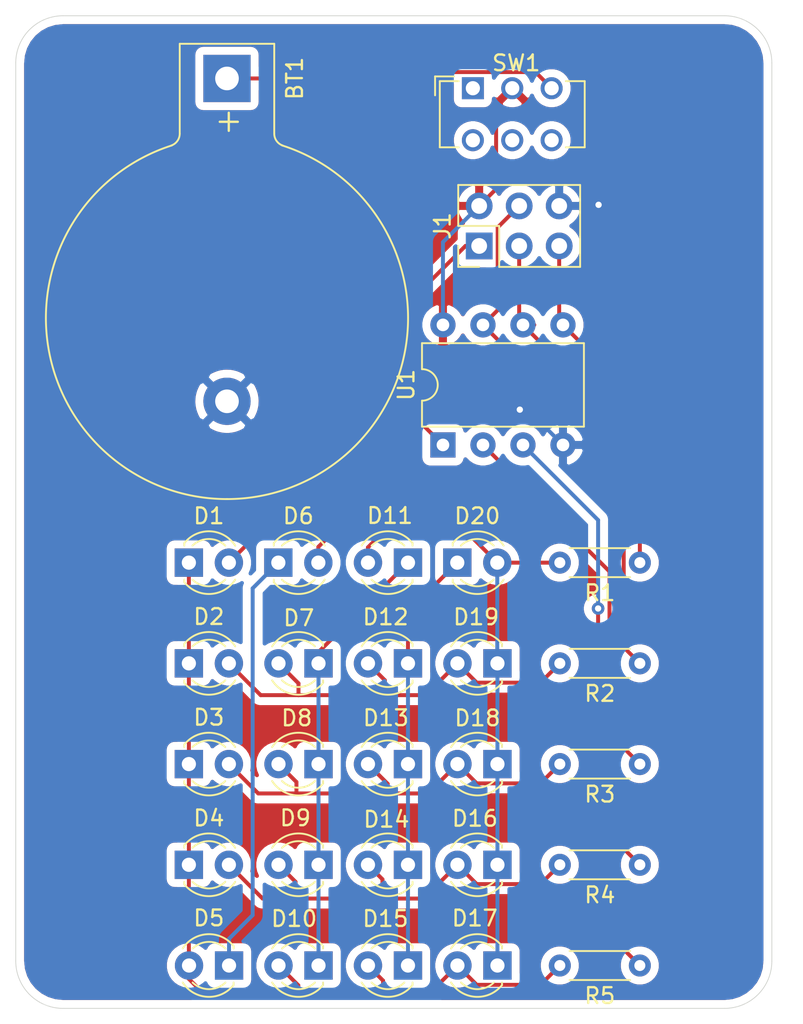
<source format=kicad_pcb>
(kicad_pcb (version 20171130) (host pcbnew "(5.1.8)-1")

  (general
    (thickness 1.6)
    (drawings 8)
    (tracks 129)
    (zones 0)
    (modules 29)
    (nets 18)
  )

  (page A4)
  (layers
    (0 F.Cu signal)
    (31 B.Cu signal)
    (32 B.Adhes user)
    (33 F.Adhes user)
    (34 B.Paste user)
    (35 F.Paste user)
    (36 B.SilkS user)
    (37 F.SilkS user)
    (38 B.Mask user)
    (39 F.Mask user)
    (40 Dwgs.User user)
    (41 Cmts.User user)
    (42 Eco1.User user)
    (43 Eco2.User user)
    (44 Edge.Cuts user)
    (45 Margin user)
    (46 B.CrtYd user)
    (47 F.CrtYd user)
    (48 B.Fab user)
    (49 F.Fab user)
  )

  (setup
    (last_trace_width 0.25)
    (trace_clearance 0.2)
    (zone_clearance 0.508)
    (zone_45_only no)
    (trace_min 0.2)
    (via_size 0.8)
    (via_drill 0.4)
    (via_min_size 0.4)
    (via_min_drill 0.3)
    (user_via 2 1)
    (uvia_size 0.3)
    (uvia_drill 0.1)
    (uvias_allowed no)
    (uvia_min_size 0.2)
    (uvia_min_drill 0.1)
    (edge_width 0.05)
    (segment_width 0.2)
    (pcb_text_width 0.3)
    (pcb_text_size 1.5 1.5)
    (mod_edge_width 0.12)
    (mod_text_size 1 1)
    (mod_text_width 0.15)
    (pad_size 1.524 1.524)
    (pad_drill 0.762)
    (pad_to_mask_clearance 0.05)
    (aux_axis_origin 0 0)
    (visible_elements 7FFFFFFF)
    (pcbplotparams
      (layerselection 0x010fc_ffffffff)
      (usegerberextensions false)
      (usegerberattributes true)
      (usegerberadvancedattributes true)
      (creategerberjobfile true)
      (excludeedgelayer true)
      (linewidth 0.100000)
      (plotframeref false)
      (viasonmask false)
      (mode 1)
      (useauxorigin false)
      (hpglpennumber 1)
      (hpglpenspeed 20)
      (hpglpendiameter 15.000000)
      (psnegative false)
      (psa4output false)
      (plotreference true)
      (plotvalue true)
      (plotinvisibletext false)
      (padsonsilk false)
      (subtractmaskfromsilk false)
      (outputformat 1)
      (mirror false)
      (drillshape 1)
      (scaleselection 1)
      (outputdirectory ""))
  )

  (net 0 "")
  (net 1 GND)
  (net 2 "Net-(BT1-Pad1)")
  (net 3 "Net-(D1-Pad1)")
  (net 4 "Net-(D1-Pad2)")
  (net 5 "Net-(D12-Pad2)")
  (net 6 "Net-(D13-Pad2)")
  (net 7 "Net-(D14-Pad2)")
  (net 8 "Net-(D5-Pad1)")
  (net 9 "Net-(D10-Pad1)")
  (net 10 "Net-(D12-Pad1)")
  (net 11 MISO)
  (net 12 VCC)
  (net 13 SCK)
  (net 14 MOSI)
  (net 15 RST)
  (net 16 PB3)
  (net 17 PB4)

  (net_class Default "This is the default net class."
    (clearance 0.2)
    (trace_width 0.25)
    (via_dia 0.8)
    (via_drill 0.4)
    (uvia_dia 0.3)
    (uvia_drill 0.1)
    (add_net GND)
    (add_net MISO)
    (add_net MOSI)
    (add_net "Net-(BT1-Pad1)")
    (add_net "Net-(D1-Pad1)")
    (add_net "Net-(D1-Pad2)")
    (add_net "Net-(D10-Pad1)")
    (add_net "Net-(D12-Pad1)")
    (add_net "Net-(D12-Pad2)")
    (add_net "Net-(D13-Pad2)")
    (add_net "Net-(D14-Pad2)")
    (add_net "Net-(D5-Pad1)")
    (add_net PB3)
    (add_net PB4)
    (add_net RST)
    (add_net SCK)
    (add_net VCC)
  )

  (module LED_THT:LED_D3.0mm (layer F.Cu) (tedit 587A3A7B) (tstamp 5F6497C9)
    (at 160.99 97.71)
    (descr "LED, diameter 3.0mm, 2 pins")
    (tags "LED diameter 3.0mm 2 pins")
    (path /5F64F7BD)
    (fp_text reference D1 (at 1.27 -2.96) (layer F.SilkS)
      (effects (font (size 1 1) (thickness 0.15)))
    )
    (fp_text value LED (at 1.27 2.96) (layer F.Fab)
      (effects (font (size 1 1) (thickness 0.15)))
    )
    (fp_circle (center 1.27 0) (end 2.77 0) (layer F.Fab) (width 0.1))
    (fp_line (start -0.23 -1.16619) (end -0.23 1.16619) (layer F.Fab) (width 0.1))
    (fp_line (start -0.29 -1.236) (end -0.29 -1.08) (layer F.SilkS) (width 0.12))
    (fp_line (start -0.29 1.08) (end -0.29 1.236) (layer F.SilkS) (width 0.12))
    (fp_line (start -1.15 -2.25) (end -1.15 2.25) (layer F.CrtYd) (width 0.05))
    (fp_line (start -1.15 2.25) (end 3.7 2.25) (layer F.CrtYd) (width 0.05))
    (fp_line (start 3.7 2.25) (end 3.7 -2.25) (layer F.CrtYd) (width 0.05))
    (fp_line (start 3.7 -2.25) (end -1.15 -2.25) (layer F.CrtYd) (width 0.05))
    (fp_arc (start 1.27 0) (end -0.23 -1.16619) (angle 284.3) (layer F.Fab) (width 0.1))
    (fp_arc (start 1.27 0) (end -0.29 -1.235516) (angle 108.8) (layer F.SilkS) (width 0.12))
    (fp_arc (start 1.27 0) (end -0.29 1.235516) (angle -108.8) (layer F.SilkS) (width 0.12))
    (fp_arc (start 1.27 0) (end 0.229039 -1.08) (angle 87.9) (layer F.SilkS) (width 0.12))
    (fp_arc (start 1.27 0) (end 0.229039 1.08) (angle -87.9) (layer F.SilkS) (width 0.12))
    (pad 1 thru_hole rect (at 0 0) (size 1.8 1.8) (drill 0.9) (layers *.Cu *.Mask)
      (net 3 "Net-(D1-Pad1)"))
    (pad 2 thru_hole circle (at 2.54 0) (size 1.8 1.8) (drill 0.9) (layers *.Cu *.Mask)
      (net 4 "Net-(D1-Pad2)"))
    (model ${KISYS3DMOD}/LED_THT.3dshapes/LED_D3.0mm.wrl
      (at (xyz 0 0 0))
      (scale (xyz 1 1 1))
      (rotate (xyz 0 0 0))
    )
  )

  (module LED_THT:LED_D3.0mm (layer F.Cu) (tedit 587A3A7B) (tstamp 5F6497DC)
    (at 160.99 104.1025)
    (descr "LED, diameter 3.0mm, 2 pins")
    (tags "LED diameter 3.0mm 2 pins")
    (path /5F64FC35)
    (fp_text reference D2 (at 1.27 -2.96) (layer F.SilkS)
      (effects (font (size 1 1) (thickness 0.15)))
    )
    (fp_text value LED (at 1.27 2.96) (layer F.Fab)
      (effects (font (size 1 1) (thickness 0.15)))
    )
    (fp_line (start 3.7 -2.25) (end -1.15 -2.25) (layer F.CrtYd) (width 0.05))
    (fp_line (start 3.7 2.25) (end 3.7 -2.25) (layer F.CrtYd) (width 0.05))
    (fp_line (start -1.15 2.25) (end 3.7 2.25) (layer F.CrtYd) (width 0.05))
    (fp_line (start -1.15 -2.25) (end -1.15 2.25) (layer F.CrtYd) (width 0.05))
    (fp_line (start -0.29 1.08) (end -0.29 1.236) (layer F.SilkS) (width 0.12))
    (fp_line (start -0.29 -1.236) (end -0.29 -1.08) (layer F.SilkS) (width 0.12))
    (fp_line (start -0.23 -1.16619) (end -0.23 1.16619) (layer F.Fab) (width 0.1))
    (fp_circle (center 1.27 0) (end 2.77 0) (layer F.Fab) (width 0.1))
    (fp_arc (start 1.27 0) (end 0.229039 1.08) (angle -87.9) (layer F.SilkS) (width 0.12))
    (fp_arc (start 1.27 0) (end 0.229039 -1.08) (angle 87.9) (layer F.SilkS) (width 0.12))
    (fp_arc (start 1.27 0) (end -0.29 1.235516) (angle -108.8) (layer F.SilkS) (width 0.12))
    (fp_arc (start 1.27 0) (end -0.29 -1.235516) (angle 108.8) (layer F.SilkS) (width 0.12))
    (fp_arc (start 1.27 0) (end -0.23 -1.16619) (angle 284.3) (layer F.Fab) (width 0.1))
    (pad 2 thru_hole circle (at 2.54 0) (size 1.8 1.8) (drill 0.9) (layers *.Cu *.Mask)
      (net 5 "Net-(D12-Pad2)"))
    (pad 1 thru_hole rect (at 0 0) (size 1.8 1.8) (drill 0.9) (layers *.Cu *.Mask)
      (net 3 "Net-(D1-Pad1)"))
    (model ${KISYS3DMOD}/LED_THT.3dshapes/LED_D3.0mm.wrl
      (at (xyz 0 0 0))
      (scale (xyz 1 1 1))
      (rotate (xyz 0 0 0))
    )
  )

  (module LED_THT:LED_D3.0mm (layer F.Cu) (tedit 587A3A7B) (tstamp 5F649FB1)
    (at 160.99 110.495)
    (descr "LED, diameter 3.0mm, 2 pins")
    (tags "LED diameter 3.0mm 2 pins")
    (path /5F65113D)
    (fp_text reference D3 (at 1.27 -2.96) (layer F.SilkS)
      (effects (font (size 1 1) (thickness 0.15)))
    )
    (fp_text value LED (at 1.27 2.96) (layer F.Fab)
      (effects (font (size 1 1) (thickness 0.15)))
    )
    (fp_line (start 3.7 -2.25) (end -1.15 -2.25) (layer F.CrtYd) (width 0.05))
    (fp_line (start 3.7 2.25) (end 3.7 -2.25) (layer F.CrtYd) (width 0.05))
    (fp_line (start -1.15 2.25) (end 3.7 2.25) (layer F.CrtYd) (width 0.05))
    (fp_line (start -1.15 -2.25) (end -1.15 2.25) (layer F.CrtYd) (width 0.05))
    (fp_line (start -0.29 1.08) (end -0.29 1.236) (layer F.SilkS) (width 0.12))
    (fp_line (start -0.29 -1.236) (end -0.29 -1.08) (layer F.SilkS) (width 0.12))
    (fp_line (start -0.23 -1.16619) (end -0.23 1.16619) (layer F.Fab) (width 0.1))
    (fp_circle (center 1.27 0) (end 2.77 0) (layer F.Fab) (width 0.1))
    (fp_arc (start 1.27 0) (end 0.229039 1.08) (angle -87.9) (layer F.SilkS) (width 0.12))
    (fp_arc (start 1.27 0) (end 0.229039 -1.08) (angle 87.9) (layer F.SilkS) (width 0.12))
    (fp_arc (start 1.27 0) (end -0.29 1.235516) (angle -108.8) (layer F.SilkS) (width 0.12))
    (fp_arc (start 1.27 0) (end -0.29 -1.235516) (angle 108.8) (layer F.SilkS) (width 0.12))
    (fp_arc (start 1.27 0) (end -0.23 -1.16619) (angle 284.3) (layer F.Fab) (width 0.1))
    (pad 2 thru_hole circle (at 2.54 0) (size 1.8 1.8) (drill 0.9) (layers *.Cu *.Mask)
      (net 6 "Net-(D13-Pad2)"))
    (pad 1 thru_hole rect (at 0 0) (size 1.8 1.8) (drill 0.9) (layers *.Cu *.Mask)
      (net 3 "Net-(D1-Pad1)"))
    (model ${KISYS3DMOD}/LED_THT.3dshapes/LED_D3.0mm.wrl
      (at (xyz 0 0 0))
      (scale (xyz 1 1 1))
      (rotate (xyz 0 0 0))
    )
  )

  (module LED_THT:LED_D3.0mm (layer F.Cu) (tedit 587A3A7B) (tstamp 5F649802)
    (at 160.99 116.8875)
    (descr "LED, diameter 3.0mm, 2 pins")
    (tags "LED diameter 3.0mm 2 pins")
    (path /5F651165)
    (fp_text reference D4 (at 1.27 -2.96) (layer F.SilkS)
      (effects (font (size 1 1) (thickness 0.15)))
    )
    (fp_text value LED (at 1.27 2.96) (layer F.Fab)
      (effects (font (size 1 1) (thickness 0.15)))
    )
    (fp_line (start 3.7 -2.25) (end -1.15 -2.25) (layer F.CrtYd) (width 0.05))
    (fp_line (start 3.7 2.25) (end 3.7 -2.25) (layer F.CrtYd) (width 0.05))
    (fp_line (start -1.15 2.25) (end 3.7 2.25) (layer F.CrtYd) (width 0.05))
    (fp_line (start -1.15 -2.25) (end -1.15 2.25) (layer F.CrtYd) (width 0.05))
    (fp_line (start -0.29 1.08) (end -0.29 1.236) (layer F.SilkS) (width 0.12))
    (fp_line (start -0.29 -1.236) (end -0.29 -1.08) (layer F.SilkS) (width 0.12))
    (fp_line (start -0.23 -1.16619) (end -0.23 1.16619) (layer F.Fab) (width 0.1))
    (fp_circle (center 1.27 0) (end 2.77 0) (layer F.Fab) (width 0.1))
    (fp_arc (start 1.27 0) (end 0.229039 1.08) (angle -87.9) (layer F.SilkS) (width 0.12))
    (fp_arc (start 1.27 0) (end 0.229039 -1.08) (angle 87.9) (layer F.SilkS) (width 0.12))
    (fp_arc (start 1.27 0) (end -0.29 1.235516) (angle -108.8) (layer F.SilkS) (width 0.12))
    (fp_arc (start 1.27 0) (end -0.29 -1.235516) (angle 108.8) (layer F.SilkS) (width 0.12))
    (fp_arc (start 1.27 0) (end -0.23 -1.16619) (angle 284.3) (layer F.Fab) (width 0.1))
    (pad 2 thru_hole circle (at 2.54 0) (size 1.8 1.8) (drill 0.9) (layers *.Cu *.Mask)
      (net 7 "Net-(D14-Pad2)"))
    (pad 1 thru_hole rect (at 0 0) (size 1.8 1.8) (drill 0.9) (layers *.Cu *.Mask)
      (net 3 "Net-(D1-Pad1)"))
    (model ${KISYS3DMOD}/LED_THT.3dshapes/LED_D3.0mm.wrl
      (at (xyz 0 0 0))
      (scale (xyz 1 1 1))
      (rotate (xyz 0 0 0))
    )
  )

  (module LED_THT:LED_D3.0mm (layer F.Cu) (tedit 587A3A7B) (tstamp 5F649815)
    (at 163.54 123.28 180)
    (descr "LED, diameter 3.0mm, 2 pins")
    (tags "LED diameter 3.0mm 2 pins")
    (path /5F6545DF)
    (fp_text reference D5 (at 1.28 3.01) (layer F.SilkS)
      (effects (font (size 1 1) (thickness 0.15)))
    )
    (fp_text value LED (at 1.27 2.96) (layer F.Fab)
      (effects (font (size 1 1) (thickness 0.15)))
    )
    (fp_line (start 3.7 -2.25) (end -1.15 -2.25) (layer F.CrtYd) (width 0.05))
    (fp_line (start 3.7 2.25) (end 3.7 -2.25) (layer F.CrtYd) (width 0.05))
    (fp_line (start -1.15 2.25) (end 3.7 2.25) (layer F.CrtYd) (width 0.05))
    (fp_line (start -1.15 -2.25) (end -1.15 2.25) (layer F.CrtYd) (width 0.05))
    (fp_line (start -0.29 1.08) (end -0.29 1.236) (layer F.SilkS) (width 0.12))
    (fp_line (start -0.29 -1.236) (end -0.29 -1.08) (layer F.SilkS) (width 0.12))
    (fp_line (start -0.23 -1.16619) (end -0.23 1.16619) (layer F.Fab) (width 0.1))
    (fp_circle (center 1.27 0) (end 2.77 0) (layer F.Fab) (width 0.1))
    (fp_arc (start 1.27 0) (end 0.229039 1.08) (angle -87.9) (layer F.SilkS) (width 0.12))
    (fp_arc (start 1.27 0) (end 0.229039 -1.08) (angle 87.9) (layer F.SilkS) (width 0.12))
    (fp_arc (start 1.27 0) (end -0.29 1.235516) (angle -108.8) (layer F.SilkS) (width 0.12))
    (fp_arc (start 1.27 0) (end -0.29 -1.235516) (angle 108.8) (layer F.SilkS) (width 0.12))
    (fp_arc (start 1.27 0) (end -0.23 -1.16619) (angle 284.3) (layer F.Fab) (width 0.1))
    (pad 2 thru_hole circle (at 2.54 0 180) (size 1.8 1.8) (drill 0.9) (layers *.Cu *.Mask)
      (net 3 "Net-(D1-Pad1)"))
    (pad 1 thru_hole rect (at 0 0 180) (size 1.8 1.8) (drill 0.9) (layers *.Cu *.Mask)
      (net 8 "Net-(D5-Pad1)"))
    (model ${KISYS3DMOD}/LED_THT.3dshapes/LED_D3.0mm.wrl
      (at (xyz 0 0 0))
      (scale (xyz 1 1 1))
      (rotate (xyz 0 0 0))
    )
  )

  (module LED_THT:LED_D3.0mm (layer F.Cu) (tedit 587A3A7B) (tstamp 5F649828)
    (at 166.67 97.71)
    (descr "LED, diameter 3.0mm, 2 pins")
    (tags "LED diameter 3.0mm 2 pins")
    (path /5F64F17E)
    (fp_text reference D6 (at 1.27 -2.96) (layer F.SilkS)
      (effects (font (size 1 1) (thickness 0.15)))
    )
    (fp_text value LED (at 1.27 2.96) (layer F.Fab)
      (effects (font (size 1 1) (thickness 0.15)))
    )
    (fp_line (start 3.7 -2.25) (end -1.15 -2.25) (layer F.CrtYd) (width 0.05))
    (fp_line (start 3.7 2.25) (end 3.7 -2.25) (layer F.CrtYd) (width 0.05))
    (fp_line (start -1.15 2.25) (end 3.7 2.25) (layer F.CrtYd) (width 0.05))
    (fp_line (start -1.15 -2.25) (end -1.15 2.25) (layer F.CrtYd) (width 0.05))
    (fp_line (start -0.29 1.08) (end -0.29 1.236) (layer F.SilkS) (width 0.12))
    (fp_line (start -0.29 -1.236) (end -0.29 -1.08) (layer F.SilkS) (width 0.12))
    (fp_line (start -0.23 -1.16619) (end -0.23 1.16619) (layer F.Fab) (width 0.1))
    (fp_circle (center 1.27 0) (end 2.77 0) (layer F.Fab) (width 0.1))
    (fp_arc (start 1.27 0) (end 0.229039 1.08) (angle -87.9) (layer F.SilkS) (width 0.12))
    (fp_arc (start 1.27 0) (end 0.229039 -1.08) (angle 87.9) (layer F.SilkS) (width 0.12))
    (fp_arc (start 1.27 0) (end -0.29 1.235516) (angle -108.8) (layer F.SilkS) (width 0.12))
    (fp_arc (start 1.27 0) (end -0.29 -1.235516) (angle 108.8) (layer F.SilkS) (width 0.12))
    (fp_arc (start 1.27 0) (end -0.23 -1.16619) (angle 284.3) (layer F.Fab) (width 0.1))
    (pad 2 thru_hole circle (at 2.54 0) (size 1.8 1.8) (drill 0.9) (layers *.Cu *.Mask)
      (net 4 "Net-(D1-Pad2)"))
    (pad 1 thru_hole rect (at 0 0) (size 1.8 1.8) (drill 0.9) (layers *.Cu *.Mask)
      (net 8 "Net-(D5-Pad1)"))
    (model ${KISYS3DMOD}/LED_THT.3dshapes/LED_D3.0mm.wrl
      (at (xyz 0 0 0))
      (scale (xyz 1 1 1))
      (rotate (xyz 0 0 0))
    )
  )

  (module LED_THT:LED_D3.0mm (layer F.Cu) (tedit 587A3A7B) (tstamp 5F64983B)
    (at 169.22 104.1025 180)
    (descr "LED, diameter 3.0mm, 2 pins")
    (tags "LED diameter 3.0mm 2 pins")
    (path /5F64FC2B)
    (fp_text reference D7 (at 1.25 2.88) (layer F.SilkS)
      (effects (font (size 1 1) (thickness 0.15)))
    )
    (fp_text value LED (at 1.27 2.96) (layer F.Fab)
      (effects (font (size 1 1) (thickness 0.15)))
    )
    (fp_circle (center 1.27 0) (end 2.77 0) (layer F.Fab) (width 0.1))
    (fp_line (start -0.23 -1.16619) (end -0.23 1.16619) (layer F.Fab) (width 0.1))
    (fp_line (start -0.29 -1.236) (end -0.29 -1.08) (layer F.SilkS) (width 0.12))
    (fp_line (start -0.29 1.08) (end -0.29 1.236) (layer F.SilkS) (width 0.12))
    (fp_line (start -1.15 -2.25) (end -1.15 2.25) (layer F.CrtYd) (width 0.05))
    (fp_line (start -1.15 2.25) (end 3.7 2.25) (layer F.CrtYd) (width 0.05))
    (fp_line (start 3.7 2.25) (end 3.7 -2.25) (layer F.CrtYd) (width 0.05))
    (fp_line (start 3.7 -2.25) (end -1.15 -2.25) (layer F.CrtYd) (width 0.05))
    (fp_arc (start 1.27 0) (end -0.23 -1.16619) (angle 284.3) (layer F.Fab) (width 0.1))
    (fp_arc (start 1.27 0) (end -0.29 -1.235516) (angle 108.8) (layer F.SilkS) (width 0.12))
    (fp_arc (start 1.27 0) (end -0.29 1.235516) (angle -108.8) (layer F.SilkS) (width 0.12))
    (fp_arc (start 1.27 0) (end 0.229039 -1.08) (angle 87.9) (layer F.SilkS) (width 0.12))
    (fp_arc (start 1.27 0) (end 0.229039 1.08) (angle -87.9) (layer F.SilkS) (width 0.12))
    (pad 1 thru_hole rect (at 0 0 180) (size 1.8 1.8) (drill 0.9) (layers *.Cu *.Mask)
      (net 9 "Net-(D10-Pad1)"))
    (pad 2 thru_hole circle (at 2.54 0 180) (size 1.8 1.8) (drill 0.9) (layers *.Cu *.Mask)
      (net 5 "Net-(D12-Pad2)"))
    (model ${KISYS3DMOD}/LED_THT.3dshapes/LED_D3.0mm.wrl
      (at (xyz 0 0 0))
      (scale (xyz 1 1 1))
      (rotate (xyz 0 0 0))
    )
  )

  (module LED_THT:LED_D3.0mm (layer F.Cu) (tedit 587A3A7B) (tstamp 5F64984E)
    (at 169.22 110.495 180)
    (descr "LED, diameter 3.0mm, 2 pins")
    (tags "LED diameter 3.0mm 2 pins")
    (path /5F651133)
    (fp_text reference D8 (at 1.38 2.92) (layer F.SilkS)
      (effects (font (size 1 1) (thickness 0.15)))
    )
    (fp_text value LED (at 1.27 2.96) (layer F.Fab)
      (effects (font (size 1 1) (thickness 0.15)))
    )
    (fp_circle (center 1.27 0) (end 2.77 0) (layer F.Fab) (width 0.1))
    (fp_line (start -0.23 -1.16619) (end -0.23 1.16619) (layer F.Fab) (width 0.1))
    (fp_line (start -0.29 -1.236) (end -0.29 -1.08) (layer F.SilkS) (width 0.12))
    (fp_line (start -0.29 1.08) (end -0.29 1.236) (layer F.SilkS) (width 0.12))
    (fp_line (start -1.15 -2.25) (end -1.15 2.25) (layer F.CrtYd) (width 0.05))
    (fp_line (start -1.15 2.25) (end 3.7 2.25) (layer F.CrtYd) (width 0.05))
    (fp_line (start 3.7 2.25) (end 3.7 -2.25) (layer F.CrtYd) (width 0.05))
    (fp_line (start 3.7 -2.25) (end -1.15 -2.25) (layer F.CrtYd) (width 0.05))
    (fp_arc (start 1.27 0) (end -0.23 -1.16619) (angle 284.3) (layer F.Fab) (width 0.1))
    (fp_arc (start 1.27 0) (end -0.29 -1.235516) (angle 108.8) (layer F.SilkS) (width 0.12))
    (fp_arc (start 1.27 0) (end -0.29 1.235516) (angle -108.8) (layer F.SilkS) (width 0.12))
    (fp_arc (start 1.27 0) (end 0.229039 -1.08) (angle 87.9) (layer F.SilkS) (width 0.12))
    (fp_arc (start 1.27 0) (end 0.229039 1.08) (angle -87.9) (layer F.SilkS) (width 0.12))
    (pad 1 thru_hole rect (at 0 0 180) (size 1.8 1.8) (drill 0.9) (layers *.Cu *.Mask)
      (net 9 "Net-(D10-Pad1)"))
    (pad 2 thru_hole circle (at 2.54 0 180) (size 1.8 1.8) (drill 0.9) (layers *.Cu *.Mask)
      (net 6 "Net-(D13-Pad2)"))
    (model ${KISYS3DMOD}/LED_THT.3dshapes/LED_D3.0mm.wrl
      (at (xyz 0 0 0))
      (scale (xyz 1 1 1))
      (rotate (xyz 0 0 0))
    )
  )

  (module LED_THT:LED_D3.0mm (layer F.Cu) (tedit 587A3A7B) (tstamp 5F649861)
    (at 169.22 116.8875 180)
    (descr "LED, diameter 3.0mm, 2 pins")
    (tags "LED diameter 3.0mm 2 pins")
    (path /5F65115B)
    (fp_text reference D9 (at 1.47 2.97) (layer F.SilkS)
      (effects (font (size 1 1) (thickness 0.15)))
    )
    (fp_text value LED (at 1.27 2.96) (layer F.Fab)
      (effects (font (size 1 1) (thickness 0.15)))
    )
    (fp_circle (center 1.27 0) (end 2.77 0) (layer F.Fab) (width 0.1))
    (fp_line (start -0.23 -1.16619) (end -0.23 1.16619) (layer F.Fab) (width 0.1))
    (fp_line (start -0.29 -1.236) (end -0.29 -1.08) (layer F.SilkS) (width 0.12))
    (fp_line (start -0.29 1.08) (end -0.29 1.236) (layer F.SilkS) (width 0.12))
    (fp_line (start -1.15 -2.25) (end -1.15 2.25) (layer F.CrtYd) (width 0.05))
    (fp_line (start -1.15 2.25) (end 3.7 2.25) (layer F.CrtYd) (width 0.05))
    (fp_line (start 3.7 2.25) (end 3.7 -2.25) (layer F.CrtYd) (width 0.05))
    (fp_line (start 3.7 -2.25) (end -1.15 -2.25) (layer F.CrtYd) (width 0.05))
    (fp_arc (start 1.27 0) (end -0.23 -1.16619) (angle 284.3) (layer F.Fab) (width 0.1))
    (fp_arc (start 1.27 0) (end -0.29 -1.235516) (angle 108.8) (layer F.SilkS) (width 0.12))
    (fp_arc (start 1.27 0) (end -0.29 1.235516) (angle -108.8) (layer F.SilkS) (width 0.12))
    (fp_arc (start 1.27 0) (end 0.229039 -1.08) (angle 87.9) (layer F.SilkS) (width 0.12))
    (fp_arc (start 1.27 0) (end 0.229039 1.08) (angle -87.9) (layer F.SilkS) (width 0.12))
    (pad 1 thru_hole rect (at 0 0 180) (size 1.8 1.8) (drill 0.9) (layers *.Cu *.Mask)
      (net 9 "Net-(D10-Pad1)"))
    (pad 2 thru_hole circle (at 2.54 0 180) (size 1.8 1.8) (drill 0.9) (layers *.Cu *.Mask)
      (net 7 "Net-(D14-Pad2)"))
    (model ${KISYS3DMOD}/LED_THT.3dshapes/LED_D3.0mm.wrl
      (at (xyz 0 0 0))
      (scale (xyz 1 1 1))
      (rotate (xyz 0 0 0))
    )
  )

  (module LED_THT:LED_D3.0mm (layer F.Cu) (tedit 587A3A7B) (tstamp 5F649874)
    (at 169.22 123.28 180)
    (descr "LED, diameter 3.0mm, 2 pins")
    (tags "LED diameter 3.0mm 2 pins")
    (path /5F6545D5)
    (fp_text reference D10 (at 1.55 2.97) (layer F.SilkS)
      (effects (font (size 1 1) (thickness 0.15)))
    )
    (fp_text value LED (at 1.27 2.96) (layer F.Fab)
      (effects (font (size 1 1) (thickness 0.15)))
    )
    (fp_circle (center 1.27 0) (end 2.77 0) (layer F.Fab) (width 0.1))
    (fp_line (start -0.23 -1.16619) (end -0.23 1.16619) (layer F.Fab) (width 0.1))
    (fp_line (start -0.29 -1.236) (end -0.29 -1.08) (layer F.SilkS) (width 0.12))
    (fp_line (start -0.29 1.08) (end -0.29 1.236) (layer F.SilkS) (width 0.12))
    (fp_line (start -1.15 -2.25) (end -1.15 2.25) (layer F.CrtYd) (width 0.05))
    (fp_line (start -1.15 2.25) (end 3.7 2.25) (layer F.CrtYd) (width 0.05))
    (fp_line (start 3.7 2.25) (end 3.7 -2.25) (layer F.CrtYd) (width 0.05))
    (fp_line (start 3.7 -2.25) (end -1.15 -2.25) (layer F.CrtYd) (width 0.05))
    (fp_arc (start 1.27 0) (end -0.23 -1.16619) (angle 284.3) (layer F.Fab) (width 0.1))
    (fp_arc (start 1.27 0) (end -0.29 -1.235516) (angle 108.8) (layer F.SilkS) (width 0.12))
    (fp_arc (start 1.27 0) (end -0.29 1.235516) (angle -108.8) (layer F.SilkS) (width 0.12))
    (fp_arc (start 1.27 0) (end 0.229039 -1.08) (angle 87.9) (layer F.SilkS) (width 0.12))
    (fp_arc (start 1.27 0) (end 0.229039 1.08) (angle -87.9) (layer F.SilkS) (width 0.12))
    (pad 1 thru_hole rect (at 0 0 180) (size 1.8 1.8) (drill 0.9) (layers *.Cu *.Mask)
      (net 9 "Net-(D10-Pad1)"))
    (pad 2 thru_hole circle (at 2.54 0 180) (size 1.8 1.8) (drill 0.9) (layers *.Cu *.Mask)
      (net 3 "Net-(D1-Pad1)"))
    (model ${KISYS3DMOD}/LED_THT.3dshapes/LED_D3.0mm.wrl
      (at (xyz 0 0 0))
      (scale (xyz 1 1 1))
      (rotate (xyz 0 0 0))
    )
  )

  (module LED_THT:LED_D3.0mm (layer F.Cu) (tedit 587A3A7B) (tstamp 5F649887)
    (at 174.9 97.71 180)
    (descr "LED, diameter 3.0mm, 2 pins")
    (tags "LED diameter 3.0mm 2 pins")
    (path /5F64EC2C)
    (fp_text reference D11 (at 1.15 2.98) (layer F.SilkS)
      (effects (font (size 1 1) (thickness 0.15)))
    )
    (fp_text value LED (at 1.27 2.96) (layer F.Fab)
      (effects (font (size 1 1) (thickness 0.15)))
    )
    (fp_circle (center 1.27 0) (end 2.77 0) (layer F.Fab) (width 0.1))
    (fp_line (start -0.23 -1.16619) (end -0.23 1.16619) (layer F.Fab) (width 0.1))
    (fp_line (start -0.29 -1.236) (end -0.29 -1.08) (layer F.SilkS) (width 0.12))
    (fp_line (start -0.29 1.08) (end -0.29 1.236) (layer F.SilkS) (width 0.12))
    (fp_line (start -1.15 -2.25) (end -1.15 2.25) (layer F.CrtYd) (width 0.05))
    (fp_line (start -1.15 2.25) (end 3.7 2.25) (layer F.CrtYd) (width 0.05))
    (fp_line (start 3.7 2.25) (end 3.7 -2.25) (layer F.CrtYd) (width 0.05))
    (fp_line (start 3.7 -2.25) (end -1.15 -2.25) (layer F.CrtYd) (width 0.05))
    (fp_arc (start 1.27 0) (end -0.23 -1.16619) (angle 284.3) (layer F.Fab) (width 0.1))
    (fp_arc (start 1.27 0) (end -0.29 -1.235516) (angle 108.8) (layer F.SilkS) (width 0.12))
    (fp_arc (start 1.27 0) (end -0.29 1.235516) (angle -108.8) (layer F.SilkS) (width 0.12))
    (fp_arc (start 1.27 0) (end 0.229039 -1.08) (angle 87.9) (layer F.SilkS) (width 0.12))
    (fp_arc (start 1.27 0) (end 0.229039 1.08) (angle -87.9) (layer F.SilkS) (width 0.12))
    (pad 1 thru_hole rect (at 0 0 180) (size 1.8 1.8) (drill 0.9) (layers *.Cu *.Mask)
      (net 9 "Net-(D10-Pad1)"))
    (pad 2 thru_hole circle (at 2.54 0 180) (size 1.8 1.8) (drill 0.9) (layers *.Cu *.Mask)
      (net 4 "Net-(D1-Pad2)"))
    (model ${KISYS3DMOD}/LED_THT.3dshapes/LED_D3.0mm.wrl
      (at (xyz 0 0 0))
      (scale (xyz 1 1 1))
      (rotate (xyz 0 0 0))
    )
  )

  (module LED_THT:LED_D3.0mm (layer F.Cu) (tedit 587A3A7B) (tstamp 5F64989A)
    (at 174.9 104.1025 180)
    (descr "LED, diameter 3.0mm, 2 pins")
    (tags "LED diameter 3.0mm 2 pins")
    (path /5F64FC21)
    (fp_text reference D12 (at 1.42 2.94) (layer F.SilkS)
      (effects (font (size 1 1) (thickness 0.15)))
    )
    (fp_text value LED (at 1.27 2.96) (layer F.Fab)
      (effects (font (size 1 1) (thickness 0.15)))
    )
    (fp_line (start 3.7 -2.25) (end -1.15 -2.25) (layer F.CrtYd) (width 0.05))
    (fp_line (start 3.7 2.25) (end 3.7 -2.25) (layer F.CrtYd) (width 0.05))
    (fp_line (start -1.15 2.25) (end 3.7 2.25) (layer F.CrtYd) (width 0.05))
    (fp_line (start -1.15 -2.25) (end -1.15 2.25) (layer F.CrtYd) (width 0.05))
    (fp_line (start -0.29 1.08) (end -0.29 1.236) (layer F.SilkS) (width 0.12))
    (fp_line (start -0.29 -1.236) (end -0.29 -1.08) (layer F.SilkS) (width 0.12))
    (fp_line (start -0.23 -1.16619) (end -0.23 1.16619) (layer F.Fab) (width 0.1))
    (fp_circle (center 1.27 0) (end 2.77 0) (layer F.Fab) (width 0.1))
    (fp_arc (start 1.27 0) (end 0.229039 1.08) (angle -87.9) (layer F.SilkS) (width 0.12))
    (fp_arc (start 1.27 0) (end 0.229039 -1.08) (angle 87.9) (layer F.SilkS) (width 0.12))
    (fp_arc (start 1.27 0) (end -0.29 1.235516) (angle -108.8) (layer F.SilkS) (width 0.12))
    (fp_arc (start 1.27 0) (end -0.29 -1.235516) (angle 108.8) (layer F.SilkS) (width 0.12))
    (fp_arc (start 1.27 0) (end -0.23 -1.16619) (angle 284.3) (layer F.Fab) (width 0.1))
    (pad 2 thru_hole circle (at 2.54 0 180) (size 1.8 1.8) (drill 0.9) (layers *.Cu *.Mask)
      (net 5 "Net-(D12-Pad2)"))
    (pad 1 thru_hole rect (at 0 0 180) (size 1.8 1.8) (drill 0.9) (layers *.Cu *.Mask)
      (net 10 "Net-(D12-Pad1)"))
    (model ${KISYS3DMOD}/LED_THT.3dshapes/LED_D3.0mm.wrl
      (at (xyz 0 0 0))
      (scale (xyz 1 1 1))
      (rotate (xyz 0 0 0))
    )
  )

  (module LED_THT:LED_D3.0mm (layer F.Cu) (tedit 587A3A7B) (tstamp 5F6498AD)
    (at 174.9 110.495 180)
    (descr "LED, diameter 3.0mm, 2 pins")
    (tags "LED diameter 3.0mm 2 pins")
    (path /5F651129)
    (fp_text reference D13 (at 1.4 2.93) (layer F.SilkS)
      (effects (font (size 1 1) (thickness 0.15)))
    )
    (fp_text value LED (at 1.27 2.96) (layer F.Fab)
      (effects (font (size 1 1) (thickness 0.15)))
    )
    (fp_circle (center 1.27 0) (end 2.77 0) (layer F.Fab) (width 0.1))
    (fp_line (start -0.23 -1.16619) (end -0.23 1.16619) (layer F.Fab) (width 0.1))
    (fp_line (start -0.29 -1.236) (end -0.29 -1.08) (layer F.SilkS) (width 0.12))
    (fp_line (start -0.29 1.08) (end -0.29 1.236) (layer F.SilkS) (width 0.12))
    (fp_line (start -1.15 -2.25) (end -1.15 2.25) (layer F.CrtYd) (width 0.05))
    (fp_line (start -1.15 2.25) (end 3.7 2.25) (layer F.CrtYd) (width 0.05))
    (fp_line (start 3.7 2.25) (end 3.7 -2.25) (layer F.CrtYd) (width 0.05))
    (fp_line (start 3.7 -2.25) (end -1.15 -2.25) (layer F.CrtYd) (width 0.05))
    (fp_arc (start 1.27 0) (end -0.23 -1.16619) (angle 284.3) (layer F.Fab) (width 0.1))
    (fp_arc (start 1.27 0) (end -0.29 -1.235516) (angle 108.8) (layer F.SilkS) (width 0.12))
    (fp_arc (start 1.27 0) (end -0.29 1.235516) (angle -108.8) (layer F.SilkS) (width 0.12))
    (fp_arc (start 1.27 0) (end 0.229039 -1.08) (angle 87.9) (layer F.SilkS) (width 0.12))
    (fp_arc (start 1.27 0) (end 0.229039 1.08) (angle -87.9) (layer F.SilkS) (width 0.12))
    (pad 1 thru_hole rect (at 0 0 180) (size 1.8 1.8) (drill 0.9) (layers *.Cu *.Mask)
      (net 10 "Net-(D12-Pad1)"))
    (pad 2 thru_hole circle (at 2.54 0 180) (size 1.8 1.8) (drill 0.9) (layers *.Cu *.Mask)
      (net 6 "Net-(D13-Pad2)"))
    (model ${KISYS3DMOD}/LED_THT.3dshapes/LED_D3.0mm.wrl
      (at (xyz 0 0 0))
      (scale (xyz 1 1 1))
      (rotate (xyz 0 0 0))
    )
  )

  (module LED_THT:LED_D3.0mm (layer F.Cu) (tedit 587A3A7B) (tstamp 5F6498C0)
    (at 174.9 116.8875 180)
    (descr "LED, diameter 3.0mm, 2 pins")
    (tags "LED diameter 3.0mm 2 pins")
    (path /5F651151)
    (fp_text reference D14 (at 1.37 2.88) (layer F.SilkS)
      (effects (font (size 1 1) (thickness 0.15)))
    )
    (fp_text value LED (at 1.27 2.96) (layer F.Fab)
      (effects (font (size 1 1) (thickness 0.15)))
    )
    (fp_line (start 3.7 -2.25) (end -1.15 -2.25) (layer F.CrtYd) (width 0.05))
    (fp_line (start 3.7 2.25) (end 3.7 -2.25) (layer F.CrtYd) (width 0.05))
    (fp_line (start -1.15 2.25) (end 3.7 2.25) (layer F.CrtYd) (width 0.05))
    (fp_line (start -1.15 -2.25) (end -1.15 2.25) (layer F.CrtYd) (width 0.05))
    (fp_line (start -0.29 1.08) (end -0.29 1.236) (layer F.SilkS) (width 0.12))
    (fp_line (start -0.29 -1.236) (end -0.29 -1.08) (layer F.SilkS) (width 0.12))
    (fp_line (start -0.23 -1.16619) (end -0.23 1.16619) (layer F.Fab) (width 0.1))
    (fp_circle (center 1.27 0) (end 2.77 0) (layer F.Fab) (width 0.1))
    (fp_arc (start 1.27 0) (end 0.229039 1.08) (angle -87.9) (layer F.SilkS) (width 0.12))
    (fp_arc (start 1.27 0) (end 0.229039 -1.08) (angle 87.9) (layer F.SilkS) (width 0.12))
    (fp_arc (start 1.27 0) (end -0.29 1.235516) (angle -108.8) (layer F.SilkS) (width 0.12))
    (fp_arc (start 1.27 0) (end -0.29 -1.235516) (angle 108.8) (layer F.SilkS) (width 0.12))
    (fp_arc (start 1.27 0) (end -0.23 -1.16619) (angle 284.3) (layer F.Fab) (width 0.1))
    (pad 2 thru_hole circle (at 2.54 0 180) (size 1.8 1.8) (drill 0.9) (layers *.Cu *.Mask)
      (net 7 "Net-(D14-Pad2)"))
    (pad 1 thru_hole rect (at 0 0 180) (size 1.8 1.8) (drill 0.9) (layers *.Cu *.Mask)
      (net 10 "Net-(D12-Pad1)"))
    (model ${KISYS3DMOD}/LED_THT.3dshapes/LED_D3.0mm.wrl
      (at (xyz 0 0 0))
      (scale (xyz 1 1 1))
      (rotate (xyz 0 0 0))
    )
  )

  (module LED_THT:LED_D3.0mm (layer F.Cu) (tedit 587A3A7B) (tstamp 5F6498D3)
    (at 174.9 123.28 180)
    (descr "LED, diameter 3.0mm, 2 pins")
    (tags "LED diameter 3.0mm 2 pins")
    (path /5F6545CB)
    (fp_text reference D15 (at 1.43 2.97) (layer F.SilkS)
      (effects (font (size 1 1) (thickness 0.15)))
    )
    (fp_text value LED (at 1.27 2.96) (layer F.Fab)
      (effects (font (size 1 1) (thickness 0.15)))
    )
    (fp_line (start 3.7 -2.25) (end -1.15 -2.25) (layer F.CrtYd) (width 0.05))
    (fp_line (start 3.7 2.25) (end 3.7 -2.25) (layer F.CrtYd) (width 0.05))
    (fp_line (start -1.15 2.25) (end 3.7 2.25) (layer F.CrtYd) (width 0.05))
    (fp_line (start -1.15 -2.25) (end -1.15 2.25) (layer F.CrtYd) (width 0.05))
    (fp_line (start -0.29 1.08) (end -0.29 1.236) (layer F.SilkS) (width 0.12))
    (fp_line (start -0.29 -1.236) (end -0.29 -1.08) (layer F.SilkS) (width 0.12))
    (fp_line (start -0.23 -1.16619) (end -0.23 1.16619) (layer F.Fab) (width 0.1))
    (fp_circle (center 1.27 0) (end 2.77 0) (layer F.Fab) (width 0.1))
    (fp_arc (start 1.27 0) (end 0.229039 1.08) (angle -87.9) (layer F.SilkS) (width 0.12))
    (fp_arc (start 1.27 0) (end 0.229039 -1.08) (angle 87.9) (layer F.SilkS) (width 0.12))
    (fp_arc (start 1.27 0) (end -0.29 1.235516) (angle -108.8) (layer F.SilkS) (width 0.12))
    (fp_arc (start 1.27 0) (end -0.29 -1.235516) (angle 108.8) (layer F.SilkS) (width 0.12))
    (fp_arc (start 1.27 0) (end -0.23 -1.16619) (angle 284.3) (layer F.Fab) (width 0.1))
    (pad 2 thru_hole circle (at 2.54 0 180) (size 1.8 1.8) (drill 0.9) (layers *.Cu *.Mask)
      (net 3 "Net-(D1-Pad1)"))
    (pad 1 thru_hole rect (at 0 0 180) (size 1.8 1.8) (drill 0.9) (layers *.Cu *.Mask)
      (net 10 "Net-(D12-Pad1)"))
    (model ${KISYS3DMOD}/LED_THT.3dshapes/LED_D3.0mm.wrl
      (at (xyz 0 0 0))
      (scale (xyz 1 1 1))
      (rotate (xyz 0 0 0))
    )
  )

  (module LED_THT:LED_D3.0mm (layer F.Cu) (tedit 587A3A7B) (tstamp 5F6498E6)
    (at 180.58 116.8875 180)
    (descr "LED, diameter 3.0mm, 2 pins")
    (tags "LED diameter 3.0mm 2 pins")
    (path /5F651147)
    (fp_text reference D16 (at 1.43 2.94) (layer F.SilkS)
      (effects (font (size 1 1) (thickness 0.15)))
    )
    (fp_text value LED (at 1.27 2.96) (layer F.Fab)
      (effects (font (size 1 1) (thickness 0.15)))
    )
    (fp_circle (center 1.27 0) (end 2.77 0) (layer F.Fab) (width 0.1))
    (fp_line (start -0.23 -1.16619) (end -0.23 1.16619) (layer F.Fab) (width 0.1))
    (fp_line (start -0.29 -1.236) (end -0.29 -1.08) (layer F.SilkS) (width 0.12))
    (fp_line (start -0.29 1.08) (end -0.29 1.236) (layer F.SilkS) (width 0.12))
    (fp_line (start -1.15 -2.25) (end -1.15 2.25) (layer F.CrtYd) (width 0.05))
    (fp_line (start -1.15 2.25) (end 3.7 2.25) (layer F.CrtYd) (width 0.05))
    (fp_line (start 3.7 2.25) (end 3.7 -2.25) (layer F.CrtYd) (width 0.05))
    (fp_line (start 3.7 -2.25) (end -1.15 -2.25) (layer F.CrtYd) (width 0.05))
    (fp_arc (start 1.27 0) (end -0.23 -1.16619) (angle 284.3) (layer F.Fab) (width 0.1))
    (fp_arc (start 1.27 0) (end -0.29 -1.235516) (angle 108.8) (layer F.SilkS) (width 0.12))
    (fp_arc (start 1.27 0) (end -0.29 1.235516) (angle -108.8) (layer F.SilkS) (width 0.12))
    (fp_arc (start 1.27 0) (end 0.229039 -1.08) (angle 87.9) (layer F.SilkS) (width 0.12))
    (fp_arc (start 1.27 0) (end 0.229039 1.08) (angle -87.9) (layer F.SilkS) (width 0.12))
    (pad 1 thru_hole rect (at 0 0 180) (size 1.8 1.8) (drill 0.9) (layers *.Cu *.Mask)
      (net 4 "Net-(D1-Pad2)"))
    (pad 2 thru_hole circle (at 2.54 0 180) (size 1.8 1.8) (drill 0.9) (layers *.Cu *.Mask)
      (net 7 "Net-(D14-Pad2)"))
    (model ${KISYS3DMOD}/LED_THT.3dshapes/LED_D3.0mm.wrl
      (at (xyz 0 0 0))
      (scale (xyz 1 1 1))
      (rotate (xyz 0 0 0))
    )
  )

  (module LED_THT:LED_D3.0mm (layer F.Cu) (tedit 587A3A7B) (tstamp 5F6498F9)
    (at 180.58 123.28 180)
    (descr "LED, diameter 3.0mm, 2 pins")
    (tags "LED diameter 3.0mm 2 pins")
    (path /5F6545C1)
    (fp_text reference D17 (at 1.44 3) (layer F.SilkS)
      (effects (font (size 1 1) (thickness 0.15)))
    )
    (fp_text value LED (at 1.27 2.96) (layer F.Fab)
      (effects (font (size 1 1) (thickness 0.15)))
    )
    (fp_circle (center 1.27 0) (end 2.77 0) (layer F.Fab) (width 0.1))
    (fp_line (start -0.23 -1.16619) (end -0.23 1.16619) (layer F.Fab) (width 0.1))
    (fp_line (start -0.29 -1.236) (end -0.29 -1.08) (layer F.SilkS) (width 0.12))
    (fp_line (start -0.29 1.08) (end -0.29 1.236) (layer F.SilkS) (width 0.12))
    (fp_line (start -1.15 -2.25) (end -1.15 2.25) (layer F.CrtYd) (width 0.05))
    (fp_line (start -1.15 2.25) (end 3.7 2.25) (layer F.CrtYd) (width 0.05))
    (fp_line (start 3.7 2.25) (end 3.7 -2.25) (layer F.CrtYd) (width 0.05))
    (fp_line (start 3.7 -2.25) (end -1.15 -2.25) (layer F.CrtYd) (width 0.05))
    (fp_arc (start 1.27 0) (end -0.23 -1.16619) (angle 284.3) (layer F.Fab) (width 0.1))
    (fp_arc (start 1.27 0) (end -0.29 -1.235516) (angle 108.8) (layer F.SilkS) (width 0.12))
    (fp_arc (start 1.27 0) (end -0.29 1.235516) (angle -108.8) (layer F.SilkS) (width 0.12))
    (fp_arc (start 1.27 0) (end 0.229039 -1.08) (angle 87.9) (layer F.SilkS) (width 0.12))
    (fp_arc (start 1.27 0) (end 0.229039 1.08) (angle -87.9) (layer F.SilkS) (width 0.12))
    (pad 1 thru_hole rect (at 0 0 180) (size 1.8 1.8) (drill 0.9) (layers *.Cu *.Mask)
      (net 4 "Net-(D1-Pad2)"))
    (pad 2 thru_hole circle (at 2.54 0 180) (size 1.8 1.8) (drill 0.9) (layers *.Cu *.Mask)
      (net 3 "Net-(D1-Pad1)"))
    (model ${KISYS3DMOD}/LED_THT.3dshapes/LED_D3.0mm.wrl
      (at (xyz 0 0 0))
      (scale (xyz 1 1 1))
      (rotate (xyz 0 0 0))
    )
  )

  (module LED_THT:LED_D3.0mm (layer F.Cu) (tedit 587A3A7B) (tstamp 5F64990C)
    (at 180.58 110.495 180)
    (descr "LED, diameter 3.0mm, 2 pins")
    (tags "LED diameter 3.0mm 2 pins")
    (path /5F65111F)
    (fp_text reference D18 (at 1.27 2.92) (layer F.SilkS)
      (effects (font (size 1 1) (thickness 0.15)))
    )
    (fp_text value LED (at 1.27 2.96) (layer F.Fab)
      (effects (font (size 1 1) (thickness 0.15)))
    )
    (fp_circle (center 1.27 0) (end 2.77 0) (layer F.Fab) (width 0.1))
    (fp_line (start -0.23 -1.16619) (end -0.23 1.16619) (layer F.Fab) (width 0.1))
    (fp_line (start -0.29 -1.236) (end -0.29 -1.08) (layer F.SilkS) (width 0.12))
    (fp_line (start -0.29 1.08) (end -0.29 1.236) (layer F.SilkS) (width 0.12))
    (fp_line (start -1.15 -2.25) (end -1.15 2.25) (layer F.CrtYd) (width 0.05))
    (fp_line (start -1.15 2.25) (end 3.7 2.25) (layer F.CrtYd) (width 0.05))
    (fp_line (start 3.7 2.25) (end 3.7 -2.25) (layer F.CrtYd) (width 0.05))
    (fp_line (start 3.7 -2.25) (end -1.15 -2.25) (layer F.CrtYd) (width 0.05))
    (fp_arc (start 1.27 0) (end -0.23 -1.16619) (angle 284.3) (layer F.Fab) (width 0.1))
    (fp_arc (start 1.27 0) (end -0.29 -1.235516) (angle 108.8) (layer F.SilkS) (width 0.12))
    (fp_arc (start 1.27 0) (end -0.29 1.235516) (angle -108.8) (layer F.SilkS) (width 0.12))
    (fp_arc (start 1.27 0) (end 0.229039 -1.08) (angle 87.9) (layer F.SilkS) (width 0.12))
    (fp_arc (start 1.27 0) (end 0.229039 1.08) (angle -87.9) (layer F.SilkS) (width 0.12))
    (pad 1 thru_hole rect (at 0 0 180) (size 1.8 1.8) (drill 0.9) (layers *.Cu *.Mask)
      (net 4 "Net-(D1-Pad2)"))
    (pad 2 thru_hole circle (at 2.54 0 180) (size 1.8 1.8) (drill 0.9) (layers *.Cu *.Mask)
      (net 6 "Net-(D13-Pad2)"))
    (model ${KISYS3DMOD}/LED_THT.3dshapes/LED_D3.0mm.wrl
      (at (xyz 0 0 0))
      (scale (xyz 1 1 1))
      (rotate (xyz 0 0 0))
    )
  )

  (module LED_THT:LED_D3.0mm (layer F.Cu) (tedit 587A3A7B) (tstamp 5F64991F)
    (at 180.58 104.1025 180)
    (descr "LED, diameter 3.0mm, 2 pins")
    (tags "LED diameter 3.0mm 2 pins")
    (path /5F64FC17)
    (fp_text reference D19 (at 1.35 2.94) (layer F.SilkS)
      (effects (font (size 1 1) (thickness 0.15)))
    )
    (fp_text value LED (at 1.27 2.96) (layer F.Fab)
      (effects (font (size 1 1) (thickness 0.15)))
    )
    (fp_line (start 3.7 -2.25) (end -1.15 -2.25) (layer F.CrtYd) (width 0.05))
    (fp_line (start 3.7 2.25) (end 3.7 -2.25) (layer F.CrtYd) (width 0.05))
    (fp_line (start -1.15 2.25) (end 3.7 2.25) (layer F.CrtYd) (width 0.05))
    (fp_line (start -1.15 -2.25) (end -1.15 2.25) (layer F.CrtYd) (width 0.05))
    (fp_line (start -0.29 1.08) (end -0.29 1.236) (layer F.SilkS) (width 0.12))
    (fp_line (start -0.29 -1.236) (end -0.29 -1.08) (layer F.SilkS) (width 0.12))
    (fp_line (start -0.23 -1.16619) (end -0.23 1.16619) (layer F.Fab) (width 0.1))
    (fp_circle (center 1.27 0) (end 2.77 0) (layer F.Fab) (width 0.1))
    (fp_arc (start 1.27 0) (end 0.229039 1.08) (angle -87.9) (layer F.SilkS) (width 0.12))
    (fp_arc (start 1.27 0) (end 0.229039 -1.08) (angle 87.9) (layer F.SilkS) (width 0.12))
    (fp_arc (start 1.27 0) (end -0.29 1.235516) (angle -108.8) (layer F.SilkS) (width 0.12))
    (fp_arc (start 1.27 0) (end -0.29 -1.235516) (angle 108.8) (layer F.SilkS) (width 0.12))
    (fp_arc (start 1.27 0) (end -0.23 -1.16619) (angle 284.3) (layer F.Fab) (width 0.1))
    (pad 2 thru_hole circle (at 2.54 0 180) (size 1.8 1.8) (drill 0.9) (layers *.Cu *.Mask)
      (net 5 "Net-(D12-Pad2)"))
    (pad 1 thru_hole rect (at 0 0 180) (size 1.8 1.8) (drill 0.9) (layers *.Cu *.Mask)
      (net 4 "Net-(D1-Pad2)"))
    (model ${KISYS3DMOD}/LED_THT.3dshapes/LED_D3.0mm.wrl
      (at (xyz 0 0 0))
      (scale (xyz 1 1 1))
      (rotate (xyz 0 0 0))
    )
  )

  (module LED_THT:LED_D3.0mm (layer F.Cu) (tedit 587A3A7B) (tstamp 5F649932)
    (at 178.03 97.71)
    (descr "LED, diameter 3.0mm, 2 pins")
    (tags "LED diameter 3.0mm 2 pins")
    (path /5F64A571)
    (fp_text reference D20 (at 1.27 -2.96) (layer F.SilkS)
      (effects (font (size 1 1) (thickness 0.15)))
    )
    (fp_text value LED (at 1.27 2.96) (layer F.Fab)
      (effects (font (size 1 1) (thickness 0.15)))
    )
    (fp_line (start 3.7 -2.25) (end -1.15 -2.25) (layer F.CrtYd) (width 0.05))
    (fp_line (start 3.7 2.25) (end 3.7 -2.25) (layer F.CrtYd) (width 0.05))
    (fp_line (start -1.15 2.25) (end 3.7 2.25) (layer F.CrtYd) (width 0.05))
    (fp_line (start -1.15 -2.25) (end -1.15 2.25) (layer F.CrtYd) (width 0.05))
    (fp_line (start -0.29 1.08) (end -0.29 1.236) (layer F.SilkS) (width 0.12))
    (fp_line (start -0.29 -1.236) (end -0.29 -1.08) (layer F.SilkS) (width 0.12))
    (fp_line (start -0.23 -1.16619) (end -0.23 1.16619) (layer F.Fab) (width 0.1))
    (fp_circle (center 1.27 0) (end 2.77 0) (layer F.Fab) (width 0.1))
    (fp_arc (start 1.27 0) (end 0.229039 1.08) (angle -87.9) (layer F.SilkS) (width 0.12))
    (fp_arc (start 1.27 0) (end 0.229039 -1.08) (angle 87.9) (layer F.SilkS) (width 0.12))
    (fp_arc (start 1.27 0) (end -0.29 1.235516) (angle -108.8) (layer F.SilkS) (width 0.12))
    (fp_arc (start 1.27 0) (end -0.29 -1.235516) (angle 108.8) (layer F.SilkS) (width 0.12))
    (fp_arc (start 1.27 0) (end -0.23 -1.16619) (angle 284.3) (layer F.Fab) (width 0.1))
    (pad 2 thru_hole circle (at 2.54 0) (size 1.8 1.8) (drill 0.9) (layers *.Cu *.Mask)
      (net 4 "Net-(D1-Pad2)"))
    (pad 1 thru_hole rect (at 0 0) (size 1.8 1.8) (drill 0.9) (layers *.Cu *.Mask)
      (net 10 "Net-(D12-Pad1)"))
    (model ${KISYS3DMOD}/LED_THT.3dshapes/LED_D3.0mm.wrl
      (at (xyz 0 0 0))
      (scale (xyz 1 1 1))
      (rotate (xyz 0 0 0))
    )
  )

  (module Resistor_THT:R_Axial_DIN0204_L3.6mm_D1.6mm_P5.08mm_Horizontal (layer F.Cu) (tedit 5AE5139B) (tstamp 5F649962)
    (at 189.62 97.71 180)
    (descr "Resistor, Axial_DIN0204 series, Axial, Horizontal, pin pitch=5.08mm, 0.167W, length*diameter=3.6*1.6mm^2, http://cdn-reichelt.de/documents/datenblatt/B400/1_4W%23YAG.pdf")
    (tags "Resistor Axial_DIN0204 series Axial Horizontal pin pitch 5.08mm 0.167W length 3.6mm diameter 1.6mm")
    (path /5F6488A4)
    (fp_text reference R1 (at 2.54 -1.92) (layer F.SilkS)
      (effects (font (size 1 1) (thickness 0.15)))
    )
    (fp_text value 100 (at 2.54 1.92) (layer F.Fab)
      (effects (font (size 1 1) (thickness 0.15)))
    )
    (fp_line (start 0.74 -0.8) (end 0.74 0.8) (layer F.Fab) (width 0.1))
    (fp_line (start 0.74 0.8) (end 4.34 0.8) (layer F.Fab) (width 0.1))
    (fp_line (start 4.34 0.8) (end 4.34 -0.8) (layer F.Fab) (width 0.1))
    (fp_line (start 4.34 -0.8) (end 0.74 -0.8) (layer F.Fab) (width 0.1))
    (fp_line (start 0 0) (end 0.74 0) (layer F.Fab) (width 0.1))
    (fp_line (start 5.08 0) (end 4.34 0) (layer F.Fab) (width 0.1))
    (fp_line (start 0.62 -0.92) (end 4.46 -0.92) (layer F.SilkS) (width 0.12))
    (fp_line (start 0.62 0.92) (end 4.46 0.92) (layer F.SilkS) (width 0.12))
    (fp_line (start -0.95 -1.05) (end -0.95 1.05) (layer F.CrtYd) (width 0.05))
    (fp_line (start -0.95 1.05) (end 6.03 1.05) (layer F.CrtYd) (width 0.05))
    (fp_line (start 6.03 1.05) (end 6.03 -1.05) (layer F.CrtYd) (width 0.05))
    (fp_line (start 6.03 -1.05) (end -0.95 -1.05) (layer F.CrtYd) (width 0.05))
    (fp_text user %R (at 2.54 0) (layer F.Fab)
      (effects (font (size 0.72 0.72) (thickness 0.108)))
    )
    (pad 1 thru_hole circle (at 0 0 180) (size 1.4 1.4) (drill 0.7) (layers *.Cu *.Mask)
      (net 14 MOSI))
    (pad 2 thru_hole oval (at 5.08 0 180) (size 1.4 1.4) (drill 0.7) (layers *.Cu *.Mask)
      (net 4 "Net-(D1-Pad2)"))
    (model ${KISYS3DMOD}/Resistor_THT.3dshapes/R_Axial_DIN0204_L3.6mm_D1.6mm_P5.08mm_Horizontal.wrl
      (at (xyz 0 0 0))
      (scale (xyz 1 1 1))
      (rotate (xyz 0 0 0))
    )
  )

  (module Resistor_THT:R_Axial_DIN0204_L3.6mm_D1.6mm_P5.08mm_Horizontal (layer F.Cu) (tedit 5AE5139B) (tstamp 5F649975)
    (at 189.62 104.1025 180)
    (descr "Resistor, Axial_DIN0204 series, Axial, Horizontal, pin pitch=5.08mm, 0.167W, length*diameter=3.6*1.6mm^2, http://cdn-reichelt.de/documents/datenblatt/B400/1_4W%23YAG.pdf")
    (tags "Resistor Axial_DIN0204 series Axial Horizontal pin pitch 5.08mm 0.167W length 3.6mm diameter 1.6mm")
    (path /5F64DAE9)
    (fp_text reference R2 (at 2.54 -1.92) (layer F.SilkS)
      (effects (font (size 1 1) (thickness 0.15)))
    )
    (fp_text value 100 (at 2.54 1.92) (layer F.Fab)
      (effects (font (size 1 1) (thickness 0.15)))
    )
    (fp_line (start 6.03 -1.05) (end -0.95 -1.05) (layer F.CrtYd) (width 0.05))
    (fp_line (start 6.03 1.05) (end 6.03 -1.05) (layer F.CrtYd) (width 0.05))
    (fp_line (start -0.95 1.05) (end 6.03 1.05) (layer F.CrtYd) (width 0.05))
    (fp_line (start -0.95 -1.05) (end -0.95 1.05) (layer F.CrtYd) (width 0.05))
    (fp_line (start 0.62 0.92) (end 4.46 0.92) (layer F.SilkS) (width 0.12))
    (fp_line (start 0.62 -0.92) (end 4.46 -0.92) (layer F.SilkS) (width 0.12))
    (fp_line (start 5.08 0) (end 4.34 0) (layer F.Fab) (width 0.1))
    (fp_line (start 0 0) (end 0.74 0) (layer F.Fab) (width 0.1))
    (fp_line (start 4.34 -0.8) (end 0.74 -0.8) (layer F.Fab) (width 0.1))
    (fp_line (start 4.34 0.8) (end 4.34 -0.8) (layer F.Fab) (width 0.1))
    (fp_line (start 0.74 0.8) (end 4.34 0.8) (layer F.Fab) (width 0.1))
    (fp_line (start 0.74 -0.8) (end 0.74 0.8) (layer F.Fab) (width 0.1))
    (fp_text user %R (at 2.54 0) (layer F.Fab)
      (effects (font (size 0.72 0.72) (thickness 0.108)))
    )
    (pad 2 thru_hole oval (at 5.08 0 180) (size 1.4 1.4) (drill 0.7) (layers *.Cu *.Mask)
      (net 5 "Net-(D12-Pad2)"))
    (pad 1 thru_hole circle (at 0 0 180) (size 1.4 1.4) (drill 0.7) (layers *.Cu *.Mask)
      (net 11 MISO))
    (model ${KISYS3DMOD}/Resistor_THT.3dshapes/R_Axial_DIN0204_L3.6mm_D1.6mm_P5.08mm_Horizontal.wrl
      (at (xyz 0 0 0))
      (scale (xyz 1 1 1))
      (rotate (xyz 0 0 0))
    )
  )

  (module Resistor_THT:R_Axial_DIN0204_L3.6mm_D1.6mm_P5.08mm_Horizontal (layer F.Cu) (tedit 5AE5139B) (tstamp 5F649988)
    (at 189.62 110.495 180)
    (descr "Resistor, Axial_DIN0204 series, Axial, Horizontal, pin pitch=5.08mm, 0.167W, length*diameter=3.6*1.6mm^2, http://cdn-reichelt.de/documents/datenblatt/B400/1_4W%23YAG.pdf")
    (tags "Resistor Axial_DIN0204 series Axial Horizontal pin pitch 5.08mm 0.167W length 3.6mm diameter 1.6mm")
    (path /5F64DFF3)
    (fp_text reference R3 (at 2.54 -1.92) (layer F.SilkS)
      (effects (font (size 1 1) (thickness 0.15)))
    )
    (fp_text value 100 (at 2.54 1.92) (layer F.Fab)
      (effects (font (size 1 1) (thickness 0.15)))
    )
    (fp_line (start 0.74 -0.8) (end 0.74 0.8) (layer F.Fab) (width 0.1))
    (fp_line (start 0.74 0.8) (end 4.34 0.8) (layer F.Fab) (width 0.1))
    (fp_line (start 4.34 0.8) (end 4.34 -0.8) (layer F.Fab) (width 0.1))
    (fp_line (start 4.34 -0.8) (end 0.74 -0.8) (layer F.Fab) (width 0.1))
    (fp_line (start 0 0) (end 0.74 0) (layer F.Fab) (width 0.1))
    (fp_line (start 5.08 0) (end 4.34 0) (layer F.Fab) (width 0.1))
    (fp_line (start 0.62 -0.92) (end 4.46 -0.92) (layer F.SilkS) (width 0.12))
    (fp_line (start 0.62 0.92) (end 4.46 0.92) (layer F.SilkS) (width 0.12))
    (fp_line (start -0.95 -1.05) (end -0.95 1.05) (layer F.CrtYd) (width 0.05))
    (fp_line (start -0.95 1.05) (end 6.03 1.05) (layer F.CrtYd) (width 0.05))
    (fp_line (start 6.03 1.05) (end 6.03 -1.05) (layer F.CrtYd) (width 0.05))
    (fp_line (start 6.03 -1.05) (end -0.95 -1.05) (layer F.CrtYd) (width 0.05))
    (fp_text user %R (at 2.54 0) (layer F.Fab)
      (effects (font (size 0.72 0.72) (thickness 0.108)))
    )
    (pad 1 thru_hole circle (at 0 0 180) (size 1.4 1.4) (drill 0.7) (layers *.Cu *.Mask)
      (net 13 SCK))
    (pad 2 thru_hole oval (at 5.08 0 180) (size 1.4 1.4) (drill 0.7) (layers *.Cu *.Mask)
      (net 6 "Net-(D13-Pad2)"))
    (model ${KISYS3DMOD}/Resistor_THT.3dshapes/R_Axial_DIN0204_L3.6mm_D1.6mm_P5.08mm_Horizontal.wrl
      (at (xyz 0 0 0))
      (scale (xyz 1 1 1))
      (rotate (xyz 0 0 0))
    )
  )

  (module Resistor_THT:R_Axial_DIN0204_L3.6mm_D1.6mm_P5.08mm_Horizontal (layer F.Cu) (tedit 5AE5139B) (tstamp 5F64999B)
    (at 189.62 116.8875 180)
    (descr "Resistor, Axial_DIN0204 series, Axial, Horizontal, pin pitch=5.08mm, 0.167W, length*diameter=3.6*1.6mm^2, http://cdn-reichelt.de/documents/datenblatt/B400/1_4W%23YAG.pdf")
    (tags "Resistor Axial_DIN0204 series Axial Horizontal pin pitch 5.08mm 0.167W length 3.6mm diameter 1.6mm")
    (path /5F64E4DA)
    (fp_text reference R4 (at 2.54 -1.92) (layer F.SilkS)
      (effects (font (size 1 1) (thickness 0.15)))
    )
    (fp_text value 100 (at 2.54 1.92) (layer F.Fab)
      (effects (font (size 1 1) (thickness 0.15)))
    )
    (fp_line (start 6.03 -1.05) (end -0.95 -1.05) (layer F.CrtYd) (width 0.05))
    (fp_line (start 6.03 1.05) (end 6.03 -1.05) (layer F.CrtYd) (width 0.05))
    (fp_line (start -0.95 1.05) (end 6.03 1.05) (layer F.CrtYd) (width 0.05))
    (fp_line (start -0.95 -1.05) (end -0.95 1.05) (layer F.CrtYd) (width 0.05))
    (fp_line (start 0.62 0.92) (end 4.46 0.92) (layer F.SilkS) (width 0.12))
    (fp_line (start 0.62 -0.92) (end 4.46 -0.92) (layer F.SilkS) (width 0.12))
    (fp_line (start 5.08 0) (end 4.34 0) (layer F.Fab) (width 0.1))
    (fp_line (start 0 0) (end 0.74 0) (layer F.Fab) (width 0.1))
    (fp_line (start 4.34 -0.8) (end 0.74 -0.8) (layer F.Fab) (width 0.1))
    (fp_line (start 4.34 0.8) (end 4.34 -0.8) (layer F.Fab) (width 0.1))
    (fp_line (start 0.74 0.8) (end 4.34 0.8) (layer F.Fab) (width 0.1))
    (fp_line (start 0.74 -0.8) (end 0.74 0.8) (layer F.Fab) (width 0.1))
    (fp_text user %R (at 2.54 0) (layer F.Fab)
      (effects (font (size 0.72 0.72) (thickness 0.108)))
    )
    (pad 2 thru_hole oval (at 5.08 0 180) (size 1.4 1.4) (drill 0.7) (layers *.Cu *.Mask)
      (net 7 "Net-(D14-Pad2)"))
    (pad 1 thru_hole circle (at 0 0 180) (size 1.4 1.4) (drill 0.7) (layers *.Cu *.Mask)
      (net 16 PB3))
    (model ${KISYS3DMOD}/Resistor_THT.3dshapes/R_Axial_DIN0204_L3.6mm_D1.6mm_P5.08mm_Horizontal.wrl
      (at (xyz 0 0 0))
      (scale (xyz 1 1 1))
      (rotate (xyz 0 0 0))
    )
  )

  (module Resistor_THT:R_Axial_DIN0204_L3.6mm_D1.6mm_P5.08mm_Horizontal (layer F.Cu) (tedit 5AE5139B) (tstamp 5F6499AE)
    (at 189.62 123.28 180)
    (descr "Resistor, Axial_DIN0204 series, Axial, Horizontal, pin pitch=5.08mm, 0.167W, length*diameter=3.6*1.6mm^2, http://cdn-reichelt.de/documents/datenblatt/B400/1_4W%23YAG.pdf")
    (tags "Resistor Axial_DIN0204 series Axial Horizontal pin pitch 5.08mm 0.167W length 3.6mm diameter 1.6mm")
    (path /5F64E8BD)
    (fp_text reference R5 (at 2.54 -1.92) (layer F.SilkS)
      (effects (font (size 1 1) (thickness 0.15)))
    )
    (fp_text value 100 (at 2.54 1.92) (layer F.Fab)
      (effects (font (size 1 1) (thickness 0.15)))
    )
    (fp_line (start 0.74 -0.8) (end 0.74 0.8) (layer F.Fab) (width 0.1))
    (fp_line (start 0.74 0.8) (end 4.34 0.8) (layer F.Fab) (width 0.1))
    (fp_line (start 4.34 0.8) (end 4.34 -0.8) (layer F.Fab) (width 0.1))
    (fp_line (start 4.34 -0.8) (end 0.74 -0.8) (layer F.Fab) (width 0.1))
    (fp_line (start 0 0) (end 0.74 0) (layer F.Fab) (width 0.1))
    (fp_line (start 5.08 0) (end 4.34 0) (layer F.Fab) (width 0.1))
    (fp_line (start 0.62 -0.92) (end 4.46 -0.92) (layer F.SilkS) (width 0.12))
    (fp_line (start 0.62 0.92) (end 4.46 0.92) (layer F.SilkS) (width 0.12))
    (fp_line (start -0.95 -1.05) (end -0.95 1.05) (layer F.CrtYd) (width 0.05))
    (fp_line (start -0.95 1.05) (end 6.03 1.05) (layer F.CrtYd) (width 0.05))
    (fp_line (start 6.03 1.05) (end 6.03 -1.05) (layer F.CrtYd) (width 0.05))
    (fp_line (start 6.03 -1.05) (end -0.95 -1.05) (layer F.CrtYd) (width 0.05))
    (fp_text user %R (at 2.54 0) (layer F.Fab)
      (effects (font (size 0.72 0.72) (thickness 0.108)))
    )
    (pad 1 thru_hole circle (at 0 0 180) (size 1.4 1.4) (drill 0.7) (layers *.Cu *.Mask)
      (net 17 PB4))
    (pad 2 thru_hole oval (at 5.08 0 180) (size 1.4 1.4) (drill 0.7) (layers *.Cu *.Mask)
      (net 3 "Net-(D1-Pad1)"))
    (model ${KISYS3DMOD}/Resistor_THT.3dshapes/R_Axial_DIN0204_L3.6mm_D1.6mm_P5.08mm_Horizontal.wrl
      (at (xyz 0 0 0))
      (scale (xyz 1 1 1))
      (rotate (xyz 0 0 0))
    )
  )

  (module Button_Switch_THT:SW_CuK_JS202011CQN_DPDT_Straight (layer F.Cu) (tedit 5A02FE31) (tstamp 5F6499CA)
    (at 179.02 67.6)
    (descr "CuK sub miniature slide switch, JS series, DPDT, right angle, http://www.ckswitches.com/media/1422/js.pdf")
    (tags "switch DPDT")
    (path /5F646AD6)
    (fp_text reference SW1 (at 2.75 -1.6) (layer F.SilkS)
      (effects (font (size 1 1) (thickness 0.15)))
    )
    (fp_text value SWITCH (at 3 5) (layer F.Fab)
      (effects (font (size 1 1) (thickness 0.15)))
    )
    (fp_line (start -1 -0.35) (end -2 0.65) (layer F.Fab) (width 0.1))
    (fp_line (start -2.25 4.25) (end -2.25 -0.95) (layer F.CrtYd) (width 0.05))
    (fp_line (start 7.25 4.25) (end -2.25 4.25) (layer F.CrtYd) (width 0.05))
    (fp_line (start 7.25 -0.95) (end 7.25 4.25) (layer F.CrtYd) (width 0.05))
    (fp_line (start -2.25 -0.95) (end 7.25 -0.95) (layer F.CrtYd) (width 0.05))
    (fp_line (start -2.4 -0.75) (end -2.4 0.45) (layer F.SilkS) (width 0.12))
    (fp_line (start -1.2 -0.75) (end -2.4 -0.75) (layer F.SilkS) (width 0.12))
    (fp_line (start 7.1 3.75) (end 5.9 3.75) (layer F.SilkS) (width 0.12))
    (fp_line (start 7.1 -0.45) (end 7.1 3.75) (layer F.SilkS) (width 0.12))
    (fp_line (start 5.9 -0.45) (end 7.1 -0.45) (layer F.SilkS) (width 0.12))
    (fp_line (start -2.1 3.75) (end -0.9 3.75) (layer F.SilkS) (width 0.12))
    (fp_line (start -2.1 -0.45) (end -2.1 3.75) (layer F.SilkS) (width 0.12))
    (fp_line (start -0.9 -0.45) (end -2.1 -0.45) (layer F.SilkS) (width 0.12))
    (fp_line (start -2 3.65) (end -2 0.65) (layer F.Fab) (width 0.1))
    (fp_line (start 7 3.65) (end -2 3.65) (layer F.Fab) (width 0.1))
    (fp_line (start 7 -0.35) (end 7 3.65) (layer F.Fab) (width 0.1))
    (fp_line (start -1 -0.35) (end 7 -0.35) (layer F.Fab) (width 0.1))
    (fp_text user %R (at 2 1.65) (layer F.Fab)
      (effects (font (size 1 1) (thickness 0.15)))
    )
    (pad 1 thru_hole rect (at 0 0) (size 1.4 1.4) (drill 0.9) (layers *.Cu *.Mask))
    (pad 2 thru_hole circle (at 2.5 0) (size 1.4 1.4) (drill 0.9) (layers *.Cu *.Mask)
      (net 12 VCC))
    (pad 3 thru_hole circle (at 5 0) (size 1.4 1.4) (drill 0.9) (layers *.Cu *.Mask)
      (net 2 "Net-(BT1-Pad1)"))
    (pad 4 thru_hole circle (at 0 3.3) (size 1.4 1.4) (drill 0.9) (layers *.Cu *.Mask))
    (pad 5 thru_hole circle (at 2.5 3.3) (size 1.4 1.4) (drill 0.9) (layers *.Cu *.Mask))
    (pad 6 thru_hole circle (at 5 3.3) (size 1.4 1.4) (drill 0.9) (layers *.Cu *.Mask))
    (model ${KISYS3DMOD}/Button_Switch_THT.3dshapes/SW_CuK_JS202011CQN_DPDT_Straight.wrl
      (at (xyz 0 0 0))
      (scale (xyz 1 1 1))
      (rotate (xyz 0 0 0))
    )
  )

  (module Package_DIP:DIP-8_W7.62mm (layer F.Cu) (tedit 5A02E8C5) (tstamp 5F6499E6)
    (at 177.12 90.24 90)
    (descr "8-lead though-hole mounted DIP package, row spacing 7.62 mm (300 mils)")
    (tags "THT DIP DIL PDIP 2.54mm 7.62mm 300mil")
    (path /5F63CE6A)
    (fp_text reference U1 (at 3.81 -2.33 90) (layer F.SilkS)
      (effects (font (size 1 1) (thickness 0.15)))
    )
    (fp_text value ATtiny85-20PU (at 3.81 9.95 90) (layer F.Fab)
      (effects (font (size 1 1) (thickness 0.15)))
    )
    (fp_line (start 1.635 -1.27) (end 6.985 -1.27) (layer F.Fab) (width 0.1))
    (fp_line (start 6.985 -1.27) (end 6.985 8.89) (layer F.Fab) (width 0.1))
    (fp_line (start 6.985 8.89) (end 0.635 8.89) (layer F.Fab) (width 0.1))
    (fp_line (start 0.635 8.89) (end 0.635 -0.27) (layer F.Fab) (width 0.1))
    (fp_line (start 0.635 -0.27) (end 1.635 -1.27) (layer F.Fab) (width 0.1))
    (fp_line (start 2.81 -1.33) (end 1.16 -1.33) (layer F.SilkS) (width 0.12))
    (fp_line (start 1.16 -1.33) (end 1.16 8.95) (layer F.SilkS) (width 0.12))
    (fp_line (start 1.16 8.95) (end 6.46 8.95) (layer F.SilkS) (width 0.12))
    (fp_line (start 6.46 8.95) (end 6.46 -1.33) (layer F.SilkS) (width 0.12))
    (fp_line (start 6.46 -1.33) (end 4.81 -1.33) (layer F.SilkS) (width 0.12))
    (fp_line (start -1.1 -1.55) (end -1.1 9.15) (layer F.CrtYd) (width 0.05))
    (fp_line (start -1.1 9.15) (end 8.7 9.15) (layer F.CrtYd) (width 0.05))
    (fp_line (start 8.7 9.15) (end 8.7 -1.55) (layer F.CrtYd) (width 0.05))
    (fp_line (start 8.7 -1.55) (end -1.1 -1.55) (layer F.CrtYd) (width 0.05))
    (fp_arc (start 3.81 -1.33) (end 2.81 -1.33) (angle -180) (layer F.SilkS) (width 0.12))
    (fp_text user %R (at 3.81 3.81 90) (layer F.Fab)
      (effects (font (size 1 1) (thickness 0.15)))
    )
    (pad 1 thru_hole rect (at 0 0 90) (size 1.6 1.6) (drill 0.8) (layers *.Cu *.Mask)
      (net 15 RST))
    (pad 5 thru_hole oval (at 7.62 7.62 90) (size 1.6 1.6) (drill 0.8) (layers *.Cu *.Mask)
      (net 14 MOSI))
    (pad 2 thru_hole oval (at 0 2.54 90) (size 1.6 1.6) (drill 0.8) (layers *.Cu *.Mask)
      (net 16 PB3))
    (pad 6 thru_hole oval (at 7.62 5.08 90) (size 1.6 1.6) (drill 0.8) (layers *.Cu *.Mask)
      (net 11 MISO))
    (pad 3 thru_hole oval (at 0 5.08 90) (size 1.6 1.6) (drill 0.8) (layers *.Cu *.Mask)
      (net 17 PB4))
    (pad 7 thru_hole oval (at 7.62 2.54 90) (size 1.6 1.6) (drill 0.8) (layers *.Cu *.Mask)
      (net 13 SCK))
    (pad 4 thru_hole oval (at 0 7.62 90) (size 1.6 1.6) (drill 0.8) (layers *.Cu *.Mask)
      (net 1 GND))
    (pad 8 thru_hole oval (at 7.62 0 90) (size 1.6 1.6) (drill 0.8) (layers *.Cu *.Mask)
      (net 12 VCC))
    (model ${KISYS3DMOD}/Package_DIP.3dshapes/DIP-8_W7.62mm.wrl
      (at (xyz 0 0 0))
      (scale (xyz 1 1 1))
      (rotate (xyz 0 0 0))
    )
  )

  (module Connector_PinHeader_2.54mm:PinHeader_2x03_P2.54mm_Vertical (layer F.Cu) (tedit 59FED5CC) (tstamp 5F64BF27)
    (at 179.42 77.61 90)
    (descr "Through hole straight pin header, 2x03, 2.54mm pitch, double rows")
    (tags "Through hole pin header THT 2x03 2.54mm double row")
    (path /5F63E066)
    (fp_text reference J1 (at 1.27 -2.33 90) (layer F.SilkS)
      (effects (font (size 1 1) (thickness 0.15)))
    )
    (fp_text value CONNECTOR (at 1.27 7.41 90) (layer F.Fab)
      (effects (font (size 1 1) (thickness 0.15)))
    )
    (fp_line (start 0 -1.27) (end 3.81 -1.27) (layer F.Fab) (width 0.1))
    (fp_line (start 3.81 -1.27) (end 3.81 6.35) (layer F.Fab) (width 0.1))
    (fp_line (start 3.81 6.35) (end -1.27 6.35) (layer F.Fab) (width 0.1))
    (fp_line (start -1.27 6.35) (end -1.27 0) (layer F.Fab) (width 0.1))
    (fp_line (start -1.27 0) (end 0 -1.27) (layer F.Fab) (width 0.1))
    (fp_line (start -1.33 6.41) (end 3.87 6.41) (layer F.SilkS) (width 0.12))
    (fp_line (start -1.33 1.27) (end -1.33 6.41) (layer F.SilkS) (width 0.12))
    (fp_line (start 3.87 -1.33) (end 3.87 6.41) (layer F.SilkS) (width 0.12))
    (fp_line (start -1.33 1.27) (end 1.27 1.27) (layer F.SilkS) (width 0.12))
    (fp_line (start 1.27 1.27) (end 1.27 -1.33) (layer F.SilkS) (width 0.12))
    (fp_line (start 1.27 -1.33) (end 3.87 -1.33) (layer F.SilkS) (width 0.12))
    (fp_line (start -1.33 0) (end -1.33 -1.33) (layer F.SilkS) (width 0.12))
    (fp_line (start -1.33 -1.33) (end 0 -1.33) (layer F.SilkS) (width 0.12))
    (fp_line (start -1.8 -1.8) (end -1.8 6.85) (layer F.CrtYd) (width 0.05))
    (fp_line (start -1.8 6.85) (end 4.35 6.85) (layer F.CrtYd) (width 0.05))
    (fp_line (start 4.35 6.85) (end 4.35 -1.8) (layer F.CrtYd) (width 0.05))
    (fp_line (start 4.35 -1.8) (end -1.8 -1.8) (layer F.CrtYd) (width 0.05))
    (fp_text user %R (at 1.27 2.54) (layer F.Fab)
      (effects (font (size 1 1) (thickness 0.15)))
    )
    (pad 1 thru_hole rect (at 0 0 90) (size 1.7 1.7) (drill 1) (layers *.Cu *.Mask)
      (net 15 RST))
    (pad 2 thru_hole oval (at 2.54 0 90) (size 1.7 1.7) (drill 1) (layers *.Cu *.Mask)
      (net 12 VCC))
    (pad 3 thru_hole oval (at 0 2.54 90) (size 1.7 1.7) (drill 1) (layers *.Cu *.Mask)
      (net 11 MISO))
    (pad 4 thru_hole oval (at 2.54 2.54 90) (size 1.7 1.7) (drill 1) (layers *.Cu *.Mask)
      (net 13 SCK))
    (pad 5 thru_hole oval (at 0 5.08 90) (size 1.7 1.7) (drill 1) (layers *.Cu *.Mask)
      (net 14 MOSI))
    (pad 6 thru_hole oval (at 2.54 5.08 90) (size 1.7 1.7) (drill 1) (layers *.Cu *.Mask)
      (net 1 GND))
    (model ${KISYS3DMOD}/Connector_PinHeader_2.54mm.3dshapes/PinHeader_2x03_P2.54mm_Vertical.wrl
      (at (xyz 0 0 0))
      (scale (xyz 1 1 1))
      (rotate (xyz 0 0 0))
    )
  )

  (module Battery:BatteryHolder_Keystone_103_1x20mm (layer F.Cu) (tedit 5787C32C) (tstamp 5F64C87C)
    (at 163.41 66.98 270)
    (descr http://www.keyelco.com/product-pdf.cfm?p=719)
    (tags "Keystone type 103 battery holder")
    (path /5F644AD1)
    (fp_text reference BT1 (at 0 -4.3 90) (layer F.SilkS)
      (effects (font (size 1 1) (thickness 0.15)))
    )
    (fp_text value BATTERY (at 15 13 90) (layer F.Fab)
      (effects (font (size 1 1) (thickness 0.15)))
    )
    (fp_line (start -2.45 -3.25) (end 3.5 -3.25) (layer F.CrtYd) (width 0.05))
    (fp_line (start -2.45 3.25) (end 3.5 3.25) (layer F.CrtYd) (width 0.05))
    (fp_line (start -2.45 3.25) (end -2.45 -3.25) (layer F.CrtYd) (width 0.05))
    (fp_line (start -2.2 -3) (end 3.5 -3) (layer F.SilkS) (width 0.12))
    (fp_line (start -2.2 3) (end -2.2 -3) (layer F.SilkS) (width 0.12))
    (fp_line (start -2.2 3) (end 3.5 3) (layer F.SilkS) (width 0.12))
    (fp_line (start 23.5712 7.7216) (end 22.6568 6.8834) (layer F.Fab) (width 0.1))
    (fp_line (start 23.5712 -7.7216) (end 22.6314 -6.858) (layer F.Fab) (width 0.1))
    (fp_line (start 3.5306 -2.9) (end -1.7 -2.9) (layer F.Fab) (width 0.1))
    (fp_line (start -1.7 2.9) (end 3.5306 2.9) (layer F.Fab) (width 0.1))
    (fp_line (start -2.1 -2.5) (end -2.1 2.5) (layer F.Fab) (width 0.1))
    (fp_line (start 0 1.3) (end 16.2 1.3) (layer F.Fab) (width 0.1))
    (fp_line (start 16.2 -1.3) (end 0 -1.3) (layer F.Fab) (width 0.1))
    (fp_line (start 0 -1.3) (end 0 1.3) (layer F.Fab) (width 0.1))
    (fp_text user + (at 2.75 0 90) (layer F.SilkS)
      (effects (font (size 1.5 1.5) (thickness 0.15)))
    )
    (fp_text user %R (at 0 0 90) (layer F.Fab)
      (effects (font (size 1 1) (thickness 0.15)))
    )
    (fp_arc (start 15.2 0) (end 4.01 3.6) (angle -162.5) (layer F.CrtYd) (width 0.05))
    (fp_arc (start 15.2 0) (end 4.01 -3.6) (angle 162.5) (layer F.CrtYd) (width 0.05))
    (fp_arc (start 3.5 3.8) (end 3.5 3.25) (angle 70) (layer F.CrtYd) (width 0.05))
    (fp_arc (start 3.5 -3.8) (end 3.5 -3.25) (angle -70) (layer F.CrtYd) (width 0.05))
    (fp_arc (start 15.2 0) (end 4.25 3.5) (angle -162.5) (layer F.SilkS) (width 0.12))
    (fp_arc (start 3.5 3.8) (end 3.5 3) (angle 70) (layer F.SilkS) (width 0.12))
    (fp_arc (start 15.2 0) (end 4.25 -3.5) (angle 162.5) (layer F.SilkS) (width 0.12))
    (fp_arc (start 3.5 -3.8) (end 3.5 -3) (angle -70) (layer F.SilkS) (width 0.12))
    (fp_arc (start 3.5 3.8) (end 3.5 2.9) (angle 70) (layer F.Fab) (width 0.1))
    (fp_arc (start 15.2 0) (end 4.35 3.5) (angle -162.5) (layer F.Fab) (width 0.1))
    (fp_arc (start 15.2 0) (end 4.35 -3.5) (angle 162.5) (layer F.Fab) (width 0.1))
    (fp_arc (start 15.2 0) (end 5.2 1.3) (angle -180) (layer F.Fab) (width 0.1))
    (fp_arc (start 15.2 0) (end 9 1.3) (angle -170) (layer F.Fab) (width 0.1))
    (fp_arc (start 15.2 0) (end 13.3 1.3) (angle -150) (layer F.Fab) (width 0.1))
    (fp_arc (start 15.2 0) (end 13.3 -1.3) (angle 150) (layer F.Fab) (width 0.1))
    (fp_arc (start 15.2 0) (end 9 -1.3) (angle 170) (layer F.Fab) (width 0.1))
    (fp_arc (start 15.2 0) (end 5.2 -1.3) (angle 180) (layer F.Fab) (width 0.1))
    (fp_arc (start 3.5 -3.8) (end 3.5 -2.9) (angle -70) (layer F.Fab) (width 0.1))
    (fp_arc (start 16.2 0) (end 16.2 -1.3) (angle 180) (layer F.Fab) (width 0.1))
    (fp_arc (start -1.7 2.5) (end -2.1 2.5) (angle -90) (layer F.Fab) (width 0.1))
    (fp_arc (start -1.7 -2.5) (end -2.1 -2.5) (angle 90) (layer F.Fab) (width 0.1))
    (pad 2 thru_hole circle (at 20.49 0 270) (size 3 3) (drill 1.5) (layers *.Cu *.Mask)
      (net 1 GND))
    (pad 1 thru_hole rect (at 0 0 270) (size 3 3) (drill 1.5) (layers *.Cu *.Mask)
      (net 2 "Net-(BT1-Pad1)"))
    (model ${KISYS3DMOD}/Battery.3dshapes/BatteryHolder_Keystone_103_1x20mm.wrl
      (at (xyz 0 0 0))
      (scale (xyz 1 1 1))
      (rotate (xyz 0 0 0))
    )
  )

  (gr_line (start 150 123) (end 150 66) (layer Edge.Cuts) (width 0.05) (tstamp 5F64CD8F))
  (gr_line (start 195 126) (end 153 126) (layer Edge.Cuts) (width 0.05) (tstamp 5F64CD8E))
  (gr_line (start 198 66) (end 198 123) (layer Edge.Cuts) (width 0.05) (tstamp 5F64CD8D))
  (gr_line (start 153 63) (end 195 63) (layer Edge.Cuts) (width 0.05) (tstamp 5F64CD8C))
  (gr_arc (start 153 123) (end 150 123) (angle -90) (layer Edge.Cuts) (width 0.05))
  (gr_arc (start 153 66) (end 153 63) (angle -90) (layer Edge.Cuts) (width 0.05))
  (gr_arc (start 195 66) (end 198 66) (angle -90) (layer Edge.Cuts) (width 0.05))
  (gr_arc (start 195 123) (end 195 126) (angle -90) (layer Edge.Cuts) (width 0.05))

  (via (at 187 75) (size 0.8) (drill 0.4) (layers F.Cu B.Cu) (net 1))
  (segment (start 184.5 75.07) (end 186.93 75.07) (width 0.25) (layer B.Cu) (net 1))
  (segment (start 186.93 75.07) (end 187 75) (width 0.25) (layer B.Cu) (net 1))
  (via (at 182 88) (size 0.8) (drill 0.4) (layers F.Cu B.Cu) (net 1))
  (segment (start 184.74 90.24) (end 182.5 88) (width 0.25) (layer B.Cu) (net 1))
  (segment (start 182.5 88) (end 182 88) (width 0.25) (layer B.Cu) (net 1))
  (segment (start 182.994999 66.574999) (end 184.02 67.6) (width 0.25) (layer F.Cu) (net 2))
  (segment (start 163.41 66.98) (end 163.815001 66.574999) (width 0.25) (layer F.Cu) (net 2))
  (segment (start 163.41 66.98) (end 171.32 66.98) (width 0.25) (layer F.Cu) (net 2))
  (segment (start 171.725001 66.574999) (end 182.994999 66.574999) (width 0.25) (layer F.Cu) (net 2))
  (segment (start 171.32 66.98) (end 171.725001 66.574999) (width 0.25) (layer F.Cu) (net 2))
  (segment (start 160.99 97.71) (end 160.99 104.1025) (width 0.25) (layer F.Cu) (net 3) (status 30))
  (segment (start 160.99 104.1025) (end 160.99 110.495) (width 0.25) (layer F.Cu) (net 3) (status 30))
  (segment (start 160.99 110.495) (end 160.99 116.8875) (width 0.25) (layer F.Cu) (net 3) (status 30))
  (segment (start 160.99 123.27) (end 161 123.28) (width 0.25) (layer F.Cu) (net 3) (status 30))
  (segment (start 160.99 116.8875) (end 160.99 123.27) (width 0.25) (layer F.Cu) (net 3) (status 30))
  (segment (start 161 123.28) (end 161 124.14) (width 0.25) (layer F.Cu) (net 3) (status 30))
  (segment (start 161 124.14) (end 162.04 125.18) (width 0.25) (layer F.Cu) (net 3) (status 10))
  (segment (start 176.14 125.18) (end 178.04 123.28) (width 0.25) (layer F.Cu) (net 3) (status 20))
  (segment (start 172.36 123.28) (end 173.32 124.24) (width 0.25) (layer F.Cu) (net 3) (status 10))
  (segment (start 173.32 124.24) (end 173.32 125.18) (width 0.25) (layer F.Cu) (net 3))
  (segment (start 173.32 125.18) (end 176.14 125.18) (width 0.25) (layer F.Cu) (net 3))
  (segment (start 167.94 124.54) (end 167.94 125.18) (width 0.25) (layer F.Cu) (net 3))
  (segment (start 166.68 123.28) (end 167.94 124.54) (width 0.25) (layer F.Cu) (net 3) (status 10))
  (segment (start 162.04 125.18) (end 167.94 125.18) (width 0.25) (layer F.Cu) (net 3))
  (segment (start 167.94 125.18) (end 173.32 125.18) (width 0.25) (layer F.Cu) (net 3))
  (segment (start 178.04 123.28) (end 179.265001 124.505001) (width 0.25) (layer F.Cu) (net 3) (status 10))
  (segment (start 183.314999 124.505001) (end 184.54 123.28) (width 0.25) (layer F.Cu) (net 3) (status 20))
  (segment (start 179.265001 124.505001) (end 183.314999 124.505001) (width 0.25) (layer F.Cu) (net 3))
  (segment (start 163.53 97.71) (end 165.35 95.89) (width 0.25) (layer F.Cu) (net 4) (status 10))
  (segment (start 178.75 95.89) (end 180.57 97.71) (width 0.25) (layer F.Cu) (net 4) (status 20))
  (segment (start 169.21 96.71) (end 170.03 95.89) (width 0.25) (layer F.Cu) (net 4))
  (segment (start 169.21 97.71) (end 169.21 96.71) (width 0.25) (layer F.Cu) (net 4) (status 10))
  (segment (start 165.35 95.89) (end 170.03 95.89) (width 0.25) (layer F.Cu) (net 4))
  (segment (start 172.36 97.71) (end 172.36 96.74) (width 0.25) (layer F.Cu) (net 4) (status 10))
  (segment (start 170.03 95.89) (end 173.21 95.89) (width 0.25) (layer F.Cu) (net 4))
  (segment (start 172.36 96.74) (end 173.21 95.89) (width 0.25) (layer F.Cu) (net 4))
  (segment (start 173.21 95.89) (end 178.75 95.89) (width 0.25) (layer F.Cu) (net 4))
  (segment (start 180.57 104.0925) (end 180.58 104.1025) (width 0.25) (layer B.Cu) (net 4) (status 30))
  (segment (start 180.57 97.71) (end 180.57 104.0925) (width 0.25) (layer B.Cu) (net 4) (status 30))
  (segment (start 180.58 104.1025) (end 180.58 110.495) (width 0.25) (layer B.Cu) (net 4) (status 30))
  (segment (start 180.58 123.28) (end 180.58 116.8875) (width 0.25) (layer B.Cu) (net 4) (status 30))
  (segment (start 180.58 110.495) (end 180.58 116.8875) (width 0.25) (layer B.Cu) (net 4) (status 30))
  (segment (start 180.57 97.71) (end 184.54 97.71) (width 0.25) (layer F.Cu) (net 4) (status 30))
  (segment (start 163.53 104.1025) (end 165.5475 106.12) (width 0.25) (layer F.Cu) (net 5) (status 10))
  (segment (start 176.0225 106.12) (end 178.04 104.1025) (width 0.25) (layer F.Cu) (net 5) (status 20))
  (segment (start 173.43 105.1725) (end 173.43 106.12) (width 0.25) (layer F.Cu) (net 5))
  (segment (start 172.36 104.1025) (end 173.43 105.1725) (width 0.25) (layer F.Cu) (net 5) (status 10))
  (segment (start 173.43 106.12) (end 176.0225 106.12) (width 0.25) (layer F.Cu) (net 5))
  (segment (start 167.95 105.3725) (end 167.95 106.12) (width 0.25) (layer F.Cu) (net 5))
  (segment (start 165.5475 106.12) (end 167.95 106.12) (width 0.25) (layer F.Cu) (net 5))
  (segment (start 166.68 104.1025) (end 167.95 105.3725) (width 0.25) (layer F.Cu) (net 5) (status 10))
  (segment (start 167.95 106.12) (end 173.43 106.12) (width 0.25) (layer F.Cu) (net 5))
  (segment (start 183.314999 105.327501) (end 184.54 104.1025) (width 0.25) (layer F.Cu) (net 5) (status 20))
  (segment (start 178.04 104.1025) (end 179.265001 105.327501) (width 0.25) (layer F.Cu) (net 5) (status 10))
  (segment (start 179.265001 105.327501) (end 183.314999 105.327501) (width 0.25) (layer F.Cu) (net 5))
  (segment (start 163.53 110.495) (end 165.395 112.36) (width 0.25) (layer F.Cu) (net 6) (status 10))
  (segment (start 176.175 112.36) (end 178.04 110.495) (width 0.25) (layer F.Cu) (net 6) (status 20))
  (segment (start 173.61 111.745) (end 173.61 112.36) (width 0.25) (layer F.Cu) (net 6))
  (segment (start 172.36 110.495) (end 173.61 111.745) (width 0.25) (layer F.Cu) (net 6) (status 10))
  (segment (start 173.61 112.36) (end 176.175 112.36) (width 0.25) (layer F.Cu) (net 6))
  (segment (start 166.68 110.495) (end 167.82 111.635) (width 0.25) (layer F.Cu) (net 6) (status 10))
  (segment (start 167.82 111.635) (end 167.82 112.36) (width 0.25) (layer F.Cu) (net 6))
  (segment (start 165.395 112.36) (end 167.82 112.36) (width 0.25) (layer F.Cu) (net 6))
  (segment (start 167.82 112.36) (end 173.61 112.36) (width 0.25) (layer F.Cu) (net 6))
  (segment (start 183.314999 111.720001) (end 184.54 110.495) (width 0.25) (layer F.Cu) (net 6) (status 20))
  (segment (start 178.04 110.495) (end 179.265001 111.720001) (width 0.25) (layer F.Cu) (net 6) (status 10))
  (segment (start 179.265001 111.720001) (end 183.314999 111.720001) (width 0.25) (layer F.Cu) (net 6))
  (segment (start 163.53 116.8875) (end 165.6725 119.03) (width 0.25) (layer F.Cu) (net 7) (status 10))
  (segment (start 175.8975 119.03) (end 178.04 116.8875) (width 0.25) (layer F.Cu) (net 7) (status 20))
  (segment (start 173.28 117.8075) (end 173.28 119.03) (width 0.25) (layer F.Cu) (net 7))
  (segment (start 172.36 116.8875) (end 173.28 117.8075) (width 0.25) (layer F.Cu) (net 7) (status 10))
  (segment (start 173.28 119.03) (end 175.8975 119.03) (width 0.25) (layer F.Cu) (net 7))
  (segment (start 167.76 117.9675) (end 167.76 119.03) (width 0.25) (layer F.Cu) (net 7))
  (segment (start 166.68 116.8875) (end 167.76 117.9675) (width 0.25) (layer F.Cu) (net 7) (status 10))
  (segment (start 165.6725 119.03) (end 167.76 119.03) (width 0.25) (layer F.Cu) (net 7))
  (segment (start 167.76 119.03) (end 173.28 119.03) (width 0.25) (layer F.Cu) (net 7))
  (segment (start 183.314999 118.112501) (end 184.54 116.8875) (width 0.25) (layer F.Cu) (net 7) (status 20))
  (segment (start 178.04 116.8875) (end 179.265001 118.112501) (width 0.25) (layer F.Cu) (net 7) (status 10))
  (segment (start 179.265001 118.112501) (end 183.314999 118.112501) (width 0.25) (layer F.Cu) (net 7))
  (segment (start 163.54 123.28) (end 163.54 121.58) (width 0.25) (layer B.Cu) (net 8) (status 10))
  (segment (start 163.54 121.58) (end 165.04 120.08) (width 0.25) (layer B.Cu) (net 8))
  (segment (start 165.04 99.34) (end 166.67 97.71) (width 0.25) (layer B.Cu) (net 8) (status 20))
  (segment (start 165.04 120.08) (end 165.04 99.34) (width 0.25) (layer B.Cu) (net 8))
  (segment (start 169.22 103.39) (end 174.9 97.71) (width 0.25) (layer F.Cu) (net 9) (status 30))
  (segment (start 169.22 104.1025) (end 169.22 103.39) (width 0.25) (layer F.Cu) (net 9) (status 30))
  (segment (start 169.22 104.1025) (end 169.22 110.495) (width 0.25) (layer B.Cu) (net 9) (status 30))
  (segment (start 169.22 110.495) (end 169.22 116.8875) (width 0.25) (layer B.Cu) (net 9) (status 30))
  (segment (start 169.22 123.28) (end 169.22 116.8875) (width 0.25) (layer B.Cu) (net 9) (status 30))
  (segment (start 174.9 100.84) (end 178.03 97.71) (width 0.25) (layer F.Cu) (net 10) (status 20))
  (segment (start 174.9 104.1025) (end 174.9 100.84) (width 0.25) (layer F.Cu) (net 10) (status 10))
  (segment (start 174.9 104.1025) (end 174.9 110.495) (width 0.25) (layer B.Cu) (net 10) (status 30))
  (segment (start 174.9 116.8875) (end 174.9 110.495) (width 0.25) (layer B.Cu) (net 10) (status 30))
  (segment (start 174.9 123.28) (end 174.9 116.8875) (width 0.25) (layer B.Cu) (net 10) (status 30))
  (segment (start 182.92 82.62) (end 182.2 82.62) (width 0.25) (layer F.Cu) (net 11) (status 30))
  (segment (start 188.594999 89.014999) (end 182.2 82.62) (width 0.25) (layer F.Cu) (net 11) (status 20))
  (segment (start 188.594999 103.077499) (end 188.594999 89.014999) (width 0.25) (layer F.Cu) (net 11))
  (segment (start 189.62 104.1025) (end 188.594999 103.077499) (width 0.25) (layer F.Cu) (net 11) (status 10))
  (segment (start 181.96 82.38) (end 182.2 82.62) (width 0.25) (layer F.Cu) (net 11))
  (segment (start 181.96 77.61) (end 181.96 82.38) (width 0.25) (layer F.Cu) (net 11))
  (segment (start 177.38 82.36) (end 177.12 82.62) (width 0.25) (layer B.Cu) (net 12) (status 30))
  (segment (start 177.12 77.37) (end 179.42 75.07) (width 0.25) (layer B.Cu) (net 12))
  (segment (start 177.12 82.62) (end 177.12 77.37) (width 0.25) (layer B.Cu) (net 12))
  (segment (start 180.494999 73.995001) (end 179.42 75.07) (width 0.25) (layer F.Cu) (net 12))
  (segment (start 180.494999 68.625001) (end 180.494999 73.995001) (width 0.25) (layer F.Cu) (net 12))
  (segment (start 181.52 67.6) (end 180.494999 68.625001) (width 0.25) (layer F.Cu) (net 12))
  (segment (start 188.144989 91.104989) (end 179.66 82.62) (width 0.25) (layer F.Cu) (net 13) (status 20))
  (segment (start 188.144989 109.019989) (end 188.144989 91.104989) (width 0.25) (layer F.Cu) (net 13))
  (segment (start 189.62 110.495) (end 188.144989 109.019989) (width 0.25) (layer F.Cu) (net 13) (status 10))
  (segment (start 180.595001 81.684999) (end 179.66 82.62) (width 0.25) (layer F.Cu) (net 13))
  (segment (start 180.595001 76.434999) (end 180.595001 81.684999) (width 0.25) (layer F.Cu) (net 13))
  (segment (start 181.96 75.07) (end 180.595001 76.434999) (width 0.25) (layer F.Cu) (net 13))
  (segment (start 189.62 87.5) (end 184.74 82.62) (width 0.25) (layer F.Cu) (net 14) (status 20))
  (segment (start 189.62 97.71) (end 189.62 87.5) (width 0.25) (layer F.Cu) (net 14) (status 10))
  (segment (start 184.74 83.18) (end 184.74 82.62) (width 0.25) (layer B.Cu) (net 14) (status 30))
  (segment (start 184.5 82.38) (end 184.74 82.62) (width 0.25) (layer F.Cu) (net 14))
  (segment (start 184.5 77.61) (end 184.5 82.38) (width 0.25) (layer F.Cu) (net 14))
  (segment (start 179.42 77.61) (end 178.55 77.61) (width 0.25) (layer F.Cu) (net 15))
  (segment (start 178.55 77.61) (end 175.32 80.84) (width 0.25) (layer F.Cu) (net 15))
  (segment (start 175.32 88.44) (end 177.12 90.24) (width 0.25) (layer F.Cu) (net 15))
  (segment (start 175.32 80.84) (end 175.32 88.44) (width 0.25) (layer F.Cu) (net 15))
  (segment (start 187.69498 98.27498) (end 179.66 90.24) (width 0.25) (layer F.Cu) (net 16) (status 20))
  (segment (start 187.69498 114.96248) (end 187.69498 98.27498) (width 0.25) (layer F.Cu) (net 16))
  (segment (start 189.62 116.8875) (end 187.69498 114.96248) (width 0.25) (layer F.Cu) (net 16) (status 10))
  (segment (start 189.62 123.28) (end 186.96998 120.62998) (width 0.25) (layer F.Cu) (net 17) (status 10))
  (via (at 186.96998 100.62) (size 0.8) (drill 0.4) (layers F.Cu B.Cu) (net 17))
  (segment (start 186.96998 120.62998) (end 186.96998 100.62) (width 0.25) (layer F.Cu) (net 17))
  (segment (start 186.96998 95.00998) (end 182.2 90.24) (width 0.25) (layer B.Cu) (net 17) (status 20))
  (segment (start 186.96998 100.62) (end 186.96998 95.00998) (width 0.25) (layer B.Cu) (net 17))

  (zone (net 12) (net_name VCC) (layer F.Cu) (tstamp 0) (hatch edge 0.508)
    (connect_pads (clearance 0.508))
    (min_thickness 0.254)
    (fill yes (arc_segments 32) (thermal_gap 0.508) (thermal_bridge_width 0.508))
    (polygon
      (pts
        (xy 200 127) (xy 149 127) (xy 149 62) (xy 200 62)
      )
    )
    (filled_polygon
      (pts
        (xy 195.453893 63.70767) (xy 195.890498 63.839489) (xy 196.293185 64.0536) (xy 196.646612 64.341848) (xy 196.937327 64.693261)
        (xy 197.154242 65.094439) (xy 197.289106 65.530113) (xy 197.34 66.014344) (xy 197.340001 122.967711) (xy 197.29233 123.453894)
        (xy 197.160512 123.890497) (xy 196.946399 124.293186) (xy 196.65815 124.646613) (xy 196.306739 124.937327) (xy 195.905564 125.15424)
        (xy 195.469886 125.289106) (xy 194.985664 125.34) (xy 177.054801 125.34) (xy 177.63107 124.763731) (xy 177.888816 124.815)
        (xy 178.191184 124.815) (xy 178.44893 124.763731) (xy 178.701202 125.016004) (xy 178.725 125.045002) (xy 178.757084 125.071333)
        (xy 178.840724 125.139975) (xy 178.948719 125.1977) (xy 178.972754 125.210547) (xy 179.116015 125.254004) (xy 179.227668 125.265001)
        (xy 179.227677 125.265001) (xy 179.265 125.268677) (xy 179.302323 125.265001) (xy 183.277677 125.265001) (xy 183.314999 125.268677)
        (xy 183.352321 125.265001) (xy 183.352332 125.265001) (xy 183.463985 125.254004) (xy 183.607246 125.210547) (xy 183.739275 125.139975)
        (xy 183.855 125.045002) (xy 183.878803 125.015998) (xy 184.301156 124.593645) (xy 184.408514 124.615) (xy 184.671486 124.615)
        (xy 184.929405 124.563696) (xy 185.172359 124.463061) (xy 185.391013 124.316962) (xy 185.576962 124.131013) (xy 185.723061 123.912359)
        (xy 185.823696 123.669405) (xy 185.875 123.411486) (xy 185.875 123.148514) (xy 185.823696 122.890595) (xy 185.723061 122.647641)
        (xy 185.576962 122.428987) (xy 185.391013 122.243038) (xy 185.172359 122.096939) (xy 184.929405 121.996304) (xy 184.671486 121.945)
        (xy 184.408514 121.945) (xy 184.150595 121.996304) (xy 183.907641 122.096939) (xy 183.688987 122.243038) (xy 183.503038 122.428987)
        (xy 183.356939 122.647641) (xy 183.256304 122.890595) (xy 183.205 123.148514) (xy 183.205 123.411486) (xy 183.226355 123.518844)
        (xy 183.000198 123.745001) (xy 182.118072 123.745001) (xy 182.118072 122.38) (xy 182.105812 122.255518) (xy 182.069502 122.13582)
        (xy 182.010537 122.025506) (xy 181.931185 121.928815) (xy 181.834494 121.849463) (xy 181.72418 121.790498) (xy 181.604482 121.754188)
        (xy 181.48 121.741928) (xy 179.68 121.741928) (xy 179.555518 121.754188) (xy 179.43582 121.790498) (xy 179.325506 121.849463)
        (xy 179.228815 121.928815) (xy 179.149463 122.025506) (xy 179.090498 122.13582) (xy 179.084944 122.154127) (xy 179.018505 122.087688)
        (xy 178.767095 121.919701) (xy 178.487743 121.803989) (xy 178.191184 121.745) (xy 177.888816 121.745) (xy 177.592257 121.803989)
        (xy 177.312905 121.919701) (xy 177.061495 122.087688) (xy 176.847688 122.301495) (xy 176.679701 122.552905) (xy 176.563989 122.832257)
        (xy 176.505 123.128816) (xy 176.505 123.431184) (xy 176.556269 123.68893) (xy 176.438072 123.807127) (xy 176.438072 122.38)
        (xy 176.425812 122.255518) (xy 176.389502 122.13582) (xy 176.330537 122.025506) (xy 176.251185 121.928815) (xy 176.154494 121.849463)
        (xy 176.04418 121.790498) (xy 175.924482 121.754188) (xy 175.8 121.741928) (xy 174 121.741928) (xy 173.875518 121.754188)
        (xy 173.75582 121.790498) (xy 173.645506 121.849463) (xy 173.548815 121.928815) (xy 173.469463 122.025506) (xy 173.410498 122.13582)
        (xy 173.404944 122.154127) (xy 173.338505 122.087688) (xy 173.087095 121.919701) (xy 172.807743 121.803989) (xy 172.511184 121.745)
        (xy 172.208816 121.745) (xy 171.912257 121.803989) (xy 171.632905 121.919701) (xy 171.381495 122.087688) (xy 171.167688 122.301495)
        (xy 170.999701 122.552905) (xy 170.883989 122.832257) (xy 170.825 123.128816) (xy 170.825 123.431184) (xy 170.883989 123.727743)
        (xy 170.999701 124.007095) (xy 171.167688 124.258505) (xy 171.329183 124.42) (xy 170.71077 124.42) (xy 170.745812 124.304482)
        (xy 170.758072 124.18) (xy 170.758072 122.38) (xy 170.745812 122.255518) (xy 170.709502 122.13582) (xy 170.650537 122.025506)
        (xy 170.571185 121.928815) (xy 170.474494 121.849463) (xy 170.36418 121.790498) (xy 170.244482 121.754188) (xy 170.12 121.741928)
        (xy 168.32 121.741928) (xy 168.195518 121.754188) (xy 168.07582 121.790498) (xy 167.965506 121.849463) (xy 167.868815 121.928815)
        (xy 167.789463 122.025506) (xy 167.730498 122.13582) (xy 167.724944 122.154127) (xy 167.658505 122.087688) (xy 167.407095 121.919701)
        (xy 167.127743 121.803989) (xy 166.831184 121.745) (xy 166.528816 121.745) (xy 166.232257 121.803989) (xy 165.952905 121.919701)
        (xy 165.701495 122.087688) (xy 165.487688 122.301495) (xy 165.319701 122.552905) (xy 165.203989 122.832257) (xy 165.145 123.128816)
        (xy 165.145 123.431184) (xy 165.203989 123.727743) (xy 165.319701 124.007095) (xy 165.487688 124.258505) (xy 165.649183 124.42)
        (xy 165.03077 124.42) (xy 165.065812 124.304482) (xy 165.078072 124.18) (xy 165.078072 122.38) (xy 165.065812 122.255518)
        (xy 165.029502 122.13582) (xy 164.970537 122.025506) (xy 164.891185 121.928815) (xy 164.794494 121.849463) (xy 164.68418 121.790498)
        (xy 164.564482 121.754188) (xy 164.44 121.741928) (xy 162.64 121.741928) (xy 162.515518 121.754188) (xy 162.39582 121.790498)
        (xy 162.285506 121.849463) (xy 162.188815 121.928815) (xy 162.109463 122.025506) (xy 162.050498 122.13582) (xy 162.044944 122.154127)
        (xy 161.978505 122.087688) (xy 161.75 121.935006) (xy 161.75 118.425572) (xy 161.89 118.425572) (xy 162.014482 118.413312)
        (xy 162.13418 118.377002) (xy 162.244494 118.318037) (xy 162.341185 118.238685) (xy 162.420537 118.141994) (xy 162.479502 118.03168)
        (xy 162.485056 118.013373) (xy 162.551495 118.079812) (xy 162.802905 118.247799) (xy 163.082257 118.363511) (xy 163.378816 118.4225)
        (xy 163.681184 118.4225) (xy 163.93893 118.371231) (xy 165.108701 119.541003) (xy 165.132499 119.570001) (xy 165.161497 119.593799)
        (xy 165.248224 119.664974) (xy 165.380253 119.735546) (xy 165.523514 119.779003) (xy 165.6725 119.793677) (xy 165.709833 119.79)
        (xy 167.722667 119.79) (xy 167.76 119.793677) (xy 167.797333 119.79) (xy 173.242667 119.79) (xy 173.28 119.793677)
        (xy 173.317333 119.79) (xy 175.860178 119.79) (xy 175.8975 119.793676) (xy 175.934822 119.79) (xy 175.934833 119.79)
        (xy 176.046486 119.779003) (xy 176.189747 119.735546) (xy 176.321776 119.664974) (xy 176.437501 119.570001) (xy 176.461304 119.540997)
        (xy 177.63107 118.371231) (xy 177.888816 118.4225) (xy 178.191184 118.4225) (xy 178.44893 118.371231) (xy 178.701202 118.623504)
        (xy 178.725 118.652502) (xy 178.753998 118.6763) (xy 178.840724 118.747475) (xy 178.972754 118.818047) (xy 179.116015 118.861504)
        (xy 179.227668 118.872501) (xy 179.227677 118.872501) (xy 179.265 118.876177) (xy 179.302323 118.872501) (xy 183.277677 118.872501)
        (xy 183.314999 118.876177) (xy 183.352321 118.872501) (xy 183.352332 118.872501) (xy 183.463985 118.861504) (xy 183.607246 118.818047)
        (xy 183.739275 118.747475) (xy 183.855 118.652502) (xy 183.878803 118.623498) (xy 184.301156 118.201145) (xy 184.408514 118.2225)
        (xy 184.671486 118.2225) (xy 184.929405 118.171196) (xy 185.172359 118.070561) (xy 185.391013 117.924462) (xy 185.576962 117.738513)
        (xy 185.723061 117.519859) (xy 185.823696 117.276905) (xy 185.875 117.018986) (xy 185.875 116.756014) (xy 185.823696 116.498095)
        (xy 185.723061 116.255141) (xy 185.576962 116.036487) (xy 185.391013 115.850538) (xy 185.172359 115.704439) (xy 184.929405 115.603804)
        (xy 184.671486 115.5525) (xy 184.408514 115.5525) (xy 184.150595 115.603804) (xy 183.907641 115.704439) (xy 183.688987 115.850538)
        (xy 183.503038 116.036487) (xy 183.356939 116.255141) (xy 183.256304 116.498095) (xy 183.205 116.756014) (xy 183.205 117.018986)
        (xy 183.226355 117.126344) (xy 183.000198 117.352501) (xy 182.118072 117.352501) (xy 182.118072 115.9875) (xy 182.105812 115.863018)
        (xy 182.069502 115.74332) (xy 182.010537 115.633006) (xy 181.931185 115.536315) (xy 181.834494 115.456963) (xy 181.72418 115.397998)
        (xy 181.604482 115.361688) (xy 181.48 115.349428) (xy 179.68 115.349428) (xy 179.555518 115.361688) (xy 179.43582 115.397998)
        (xy 179.325506 115.456963) (xy 179.228815 115.536315) (xy 179.149463 115.633006) (xy 179.090498 115.74332) (xy 179.084944 115.761627)
        (xy 179.018505 115.695188) (xy 178.767095 115.527201) (xy 178.487743 115.411489) (xy 178.191184 115.3525) (xy 177.888816 115.3525)
        (xy 177.592257 115.411489) (xy 177.312905 115.527201) (xy 177.061495 115.695188) (xy 176.847688 115.908995) (xy 176.679701 116.160405)
        (xy 176.563989 116.439757) (xy 176.505 116.736316) (xy 176.505 117.038684) (xy 176.556269 117.29643) (xy 176.438072 117.414626)
        (xy 176.438072 115.9875) (xy 176.425812 115.863018) (xy 176.389502 115.74332) (xy 176.330537 115.633006) (xy 176.251185 115.536315)
        (xy 176.154494 115.456963) (xy 176.04418 115.397998) (xy 175.924482 115.361688) (xy 175.8 115.349428) (xy 174 115.349428)
        (xy 173.875518 115.361688) (xy 173.75582 115.397998) (xy 173.645506 115.456963) (xy 173.548815 115.536315) (xy 173.469463 115.633006)
        (xy 173.410498 115.74332) (xy 173.404944 115.761627) (xy 173.338505 115.695188) (xy 173.087095 115.527201) (xy 172.807743 115.411489)
        (xy 172.511184 115.3525) (xy 172.208816 115.3525) (xy 171.912257 115.411489) (xy 171.632905 115.527201) (xy 171.381495 115.695188)
        (xy 171.167688 115.908995) (xy 170.999701 116.160405) (xy 170.883989 116.439757) (xy 170.825 116.736316) (xy 170.825 117.038684)
        (xy 170.883989 117.335243) (xy 170.999701 117.614595) (xy 171.167688 117.866005) (xy 171.381495 118.079812) (xy 171.632905 118.247799)
        (xy 171.686503 118.27) (xy 170.533027 118.27) (xy 170.571185 118.238685) (xy 170.650537 118.141994) (xy 170.709502 118.03168)
        (xy 170.745812 117.911982) (xy 170.758072 117.7875) (xy 170.758072 115.9875) (xy 170.745812 115.863018) (xy 170.709502 115.74332)
        (xy 170.650537 115.633006) (xy 170.571185 115.536315) (xy 170.474494 115.456963) (xy 170.36418 115.397998) (xy 170.244482 115.361688)
        (xy 170.12 115.349428) (xy 168.32 115.349428) (xy 168.195518 115.361688) (xy 168.07582 115.397998) (xy 167.965506 115.456963)
        (xy 167.868815 115.536315) (xy 167.789463 115.633006) (xy 167.730498 115.74332) (xy 167.724944 115.761627) (xy 167.658505 115.695188)
        (xy 167.407095 115.527201) (xy 167.127743 115.411489) (xy 166.831184 115.3525) (xy 166.528816 115.3525) (xy 166.232257 115.411489)
        (xy 165.952905 115.527201) (xy 165.701495 115.695188) (xy 165.487688 115.908995) (xy 165.319701 116.160405) (xy 165.203989 116.439757)
        (xy 165.145 116.736316) (xy 165.145 117.038684) (xy 165.203989 117.335243) (xy 165.311077 117.593776) (xy 165.013731 117.29643)
        (xy 165.065 117.038684) (xy 165.065 116.736316) (xy 165.006011 116.439757) (xy 164.890299 116.160405) (xy 164.722312 115.908995)
        (xy 164.508505 115.695188) (xy 164.257095 115.527201) (xy 163.977743 115.411489) (xy 163.681184 115.3525) (xy 163.378816 115.3525)
        (xy 163.082257 115.411489) (xy 162.802905 115.527201) (xy 162.551495 115.695188) (xy 162.485056 115.761627) (xy 162.479502 115.74332)
        (xy 162.420537 115.633006) (xy 162.341185 115.536315) (xy 162.244494 115.456963) (xy 162.13418 115.397998) (xy 162.014482 115.361688)
        (xy 161.89 115.349428) (xy 161.75 115.349428) (xy 161.75 112.033072) (xy 161.89 112.033072) (xy 162.014482 112.020812)
        (xy 162.13418 111.984502) (xy 162.244494 111.925537) (xy 162.341185 111.846185) (xy 162.420537 111.749494) (xy 162.479502 111.63918)
        (xy 162.485056 111.620873) (xy 162.551495 111.687312) (xy 162.802905 111.855299) (xy 163.082257 111.971011) (xy 163.378816 112.03)
        (xy 163.681184 112.03) (xy 163.93893 111.978731) (xy 164.831201 112.871003) (xy 164.854999 112.900001) (xy 164.970724 112.994974)
        (xy 165.102753 113.065546) (xy 165.246014 113.109003) (xy 165.357667 113.12) (xy 165.357676 113.12) (xy 165.394999 113.123676)
        (xy 165.432322 113.12) (xy 167.782667 113.12) (xy 167.82 113.123677) (xy 167.857333 113.12) (xy 173.572667 113.12)
        (xy 173.61 113.123677) (xy 173.647333 113.12) (xy 176.137678 113.12) (xy 176.175 113.123676) (xy 176.212322 113.12)
        (xy 176.212333 113.12) (xy 176.323986 113.109003) (xy 176.467247 113.065546) (xy 176.599276 112.994974) (xy 176.715001 112.900001)
        (xy 176.738804 112.870997) (xy 177.63107 111.978731) (xy 177.888816 112.03) (xy 178.191184 112.03) (xy 178.44893 111.978731)
        (xy 178.701202 112.231004) (xy 178.725 112.260002) (xy 178.753998 112.2838) (xy 178.840724 112.354975) (xy 178.972754 112.425547)
        (xy 179.116015 112.469004) (xy 179.227668 112.480001) (xy 179.227677 112.480001) (xy 179.265 112.483677) (xy 179.302323 112.480001)
        (xy 183.277677 112.480001) (xy 183.314999 112.483677) (xy 183.352321 112.480001) (xy 183.352332 112.480001) (xy 183.463985 112.469004)
        (xy 183.607246 112.425547) (xy 183.739275 112.354975) (xy 183.855 112.260002) (xy 183.878803 112.230998) (xy 184.301156 111.808645)
        (xy 184.408514 111.83) (xy 184.671486 111.83) (xy 184.929405 111.778696) (xy 185.172359 111.678061) (xy 185.391013 111.531962)
        (xy 185.576962 111.346013) (xy 185.723061 111.127359) (xy 185.823696 110.884405) (xy 185.875 110.626486) (xy 185.875 110.363514)
        (xy 185.823696 110.105595) (xy 185.723061 109.862641) (xy 185.576962 109.643987) (xy 185.391013 109.458038) (xy 185.172359 109.311939)
        (xy 184.929405 109.211304) (xy 184.671486 109.16) (xy 184.408514 109.16) (xy 184.150595 109.211304) (xy 183.907641 109.311939)
        (xy 183.688987 109.458038) (xy 183.503038 109.643987) (xy 183.356939 109.862641) (xy 183.256304 110.105595) (xy 183.205 110.363514)
        (xy 183.205 110.626486) (xy 183.226355 110.733844) (xy 183.000198 110.960001) (xy 182.118072 110.960001) (xy 182.118072 109.595)
        (xy 182.105812 109.470518) (xy 182.069502 109.35082) (xy 182.010537 109.240506) (xy 181.931185 109.143815) (xy 181.834494 109.064463)
        (xy 181.72418 109.005498) (xy 181.604482 108.969188) (xy 181.48 108.956928) (xy 179.68 108.956928) (xy 179.555518 108.969188)
        (xy 179.43582 109.005498) (xy 179.325506 109.064463) (xy 179.228815 109.143815) (xy 179.149463 109.240506) (xy 179.090498 109.35082)
        (xy 179.084944 109.369127) (xy 179.018505 109.302688) (xy 178.767095 109.134701) (xy 178.487743 109.018989) (xy 178.191184 108.96)
        (xy 177.888816 108.96) (xy 177.592257 109.018989) (xy 177.312905 109.134701) (xy 177.061495 109.302688) (xy 176.847688 109.516495)
        (xy 176.679701 109.767905) (xy 176.563989 110.047257) (xy 176.505 110.343816) (xy 176.505 110.646184) (xy 176.556269 110.90393)
        (xy 176.438072 111.022127) (xy 176.438072 109.595) (xy 176.425812 109.470518) (xy 176.389502 109.35082) (xy 176.330537 109.240506)
        (xy 176.251185 109.143815) (xy 176.154494 109.064463) (xy 176.04418 109.005498) (xy 175.924482 108.969188) (xy 175.8 108.956928)
        (xy 174 108.956928) (xy 173.875518 108.969188) (xy 173.75582 109.005498) (xy 173.645506 109.064463) (xy 173.548815 109.143815)
        (xy 173.469463 109.240506) (xy 173.410498 109.35082) (xy 173.404944 109.369127) (xy 173.338505 109.302688) (xy 173.087095 109.134701)
        (xy 172.807743 109.018989) (xy 172.511184 108.96) (xy 172.208816 108.96) (xy 171.912257 109.018989) (xy 171.632905 109.134701)
        (xy 171.381495 109.302688) (xy 171.167688 109.516495) (xy 170.999701 109.767905) (xy 170.883989 110.047257) (xy 170.825 110.343816)
        (xy 170.825 110.646184) (xy 170.883989 110.942743) (xy 170.999701 111.222095) (xy 171.167688 111.473505) (xy 171.294183 111.6)
        (xy 170.721387 111.6) (xy 170.745812 111.519482) (xy 170.758072 111.395) (xy 170.758072 109.595) (xy 170.745812 109.470518)
        (xy 170.709502 109.35082) (xy 170.650537 109.240506) (xy 170.571185 109.143815) (xy 170.474494 109.064463) (xy 170.36418 109.005498)
        (xy 170.244482 108.969188) (xy 170.12 108.956928) (xy 168.32 108.956928) (xy 168.195518 108.969188) (xy 168.07582 109.005498)
        (xy 167.965506 109.064463) (xy 167.868815 109.143815) (xy 167.789463 109.240506) (xy 167.730498 109.35082) (xy 167.724944 109.369127)
        (xy 167.658505 109.302688) (xy 167.407095 109.134701) (xy 167.127743 109.018989) (xy 166.831184 108.96) (xy 166.528816 108.96)
        (xy 166.232257 109.018989) (xy 165.952905 109.134701) (xy 165.701495 109.302688) (xy 165.487688 109.516495) (xy 165.319701 109.767905)
        (xy 165.203989 110.047257) (xy 165.145 110.343816) (xy 165.145 110.646184) (xy 165.203989 110.942743) (xy 165.311077 111.201276)
        (xy 165.013731 110.90393) (xy 165.065 110.646184) (xy 165.065 110.343816) (xy 165.006011 110.047257) (xy 164.890299 109.767905)
        (xy 164.722312 109.516495) (xy 164.508505 109.302688) (xy 164.257095 109.134701) (xy 163.977743 109.018989) (xy 163.681184 108.96)
        (xy 163.378816 108.96) (xy 163.082257 109.018989) (xy 162.802905 109.134701) (xy 162.551495 109.302688) (xy 162.485056 109.369127)
        (xy 162.479502 109.35082) (xy 162.420537 109.240506) (xy 162.341185 109.143815) (xy 162.244494 109.064463) (xy 162.13418 109.005498)
        (xy 162.014482 108.969188) (xy 161.89 108.956928) (xy 161.75 108.956928) (xy 161.75 105.640572) (xy 161.89 105.640572)
        (xy 162.014482 105.628312) (xy 162.13418 105.592002) (xy 162.244494 105.533037) (xy 162.341185 105.453685) (xy 162.420537 105.356994)
        (xy 162.479502 105.24668) (xy 162.485056 105.228373) (xy 162.551495 105.294812) (xy 162.802905 105.462799) (xy 163.082257 105.578511)
        (xy 163.378816 105.6375) (xy 163.681184 105.6375) (xy 163.93893 105.586231) (xy 164.983701 106.631003) (xy 165.007499 106.660001)
        (xy 165.123224 106.754974) (xy 165.255253 106.825546) (xy 165.398514 106.869003) (xy 165.510167 106.88) (xy 165.510177 106.88)
        (xy 165.5475 106.883676) (xy 165.584823 106.88) (xy 167.912667 106.88) (xy 167.95 106.883677) (xy 167.987333 106.88)
        (xy 173.392667 106.88) (xy 173.43 106.883677) (xy 173.467333 106.88) (xy 175.985178 106.88) (xy 176.0225 106.883676)
        (xy 176.059822 106.88) (xy 176.059833 106.88) (xy 176.171486 106.869003) (xy 176.314747 106.825546) (xy 176.446776 106.754974)
        (xy 176.562501 106.660001) (xy 176.586304 106.630997) (xy 177.63107 105.586231) (xy 177.888816 105.6375) (xy 178.191184 105.6375)
        (xy 178.44893 105.586231) (xy 178.701202 105.838504) (xy 178.725 105.867502) (xy 178.753998 105.8913) (xy 178.840724 105.962475)
        (xy 178.924909 106.007473) (xy 178.972754 106.033047) (xy 179.116015 106.076504) (xy 179.227668 106.087501) (xy 179.227677 106.087501)
        (xy 179.265 106.091177) (xy 179.302323 106.087501) (xy 183.277677 106.087501) (xy 183.314999 106.091177) (xy 183.352321 106.087501)
        (xy 183.352332 106.087501) (xy 183.463985 106.076504) (xy 183.607246 106.033047) (xy 183.739275 105.962475) (xy 183.855 105.867502)
        (xy 183.878803 105.838498) (xy 184.301156 105.416145) (xy 184.408514 105.4375) (xy 184.671486 105.4375) (xy 184.929405 105.386196)
        (xy 185.172359 105.285561) (xy 185.391013 105.139462) (xy 185.576962 104.953513) (xy 185.723061 104.734859) (xy 185.823696 104.491905)
        (xy 185.875 104.233986) (xy 185.875 103.971014) (xy 185.823696 103.713095) (xy 185.723061 103.470141) (xy 185.576962 103.251487)
        (xy 185.391013 103.065538) (xy 185.172359 102.919439) (xy 184.929405 102.818804) (xy 184.671486 102.7675) (xy 184.408514 102.7675)
        (xy 184.150595 102.818804) (xy 183.907641 102.919439) (xy 183.688987 103.065538) (xy 183.503038 103.251487) (xy 183.356939 103.470141)
        (xy 183.256304 103.713095) (xy 183.205 103.971014) (xy 183.205 104.233986) (xy 183.226355 104.341344) (xy 183.000198 104.567501)
        (xy 182.118072 104.567501) (xy 182.118072 103.2025) (xy 182.105812 103.078018) (xy 182.069502 102.95832) (xy 182.010537 102.848006)
        (xy 181.931185 102.751315) (xy 181.834494 102.671963) (xy 181.72418 102.612998) (xy 181.604482 102.576688) (xy 181.48 102.564428)
        (xy 179.68 102.564428) (xy 179.555518 102.576688) (xy 179.43582 102.612998) (xy 179.325506 102.671963) (xy 179.228815 102.751315)
        (xy 179.149463 102.848006) (xy 179.090498 102.95832) (xy 179.084944 102.976627) (xy 179.018505 102.910188) (xy 178.767095 102.742201)
        (xy 178.487743 102.626489) (xy 178.191184 102.5675) (xy 177.888816 102.5675) (xy 177.592257 102.626489) (xy 177.312905 102.742201)
        (xy 177.061495 102.910188) (xy 176.847688 103.123995) (xy 176.679701 103.375405) (xy 176.563989 103.654757) (xy 176.505 103.951316)
        (xy 176.505 104.253684) (xy 176.556269 104.51143) (xy 176.438072 104.629627) (xy 176.438072 103.2025) (xy 176.425812 103.078018)
        (xy 176.389502 102.95832) (xy 176.330537 102.848006) (xy 176.251185 102.751315) (xy 176.154494 102.671963) (xy 176.04418 102.612998)
        (xy 175.924482 102.576688) (xy 175.8 102.564428) (xy 175.66 102.564428) (xy 175.66 101.154801) (xy 177.56673 99.248072)
        (xy 178.93 99.248072) (xy 179.054482 99.235812) (xy 179.17418 99.199502) (xy 179.284494 99.140537) (xy 179.381185 99.061185)
        (xy 179.460537 98.964494) (xy 179.519502 98.85418) (xy 179.525056 98.835873) (xy 179.591495 98.902312) (xy 179.842905 99.070299)
        (xy 180.122257 99.186011) (xy 180.418816 99.245) (xy 180.721184 99.245) (xy 181.017743 99.186011) (xy 181.297095 99.070299)
        (xy 181.548505 98.902312) (xy 181.762312 98.688505) (xy 181.908313 98.47) (xy 183.442225 98.47) (xy 183.503038 98.561013)
        (xy 183.688987 98.746962) (xy 183.907641 98.893061) (xy 184.150595 98.993696) (xy 184.408514 99.045) (xy 184.671486 99.045)
        (xy 184.929405 98.993696) (xy 185.172359 98.893061) (xy 185.391013 98.746962) (xy 185.576962 98.561013) (xy 185.723061 98.342359)
        (xy 185.823696 98.099405) (xy 185.875 97.841486) (xy 185.875 97.578514) (xy 185.862904 97.517706) (xy 186.934981 98.589783)
        (xy 186.934981 99.585) (xy 186.868041 99.585) (xy 186.668082 99.624774) (xy 186.479724 99.702795) (xy 186.310206 99.816063)
        (xy 186.166043 99.960226) (xy 186.052775 100.129744) (xy 185.974754 100.318102) (xy 185.93498 100.518061) (xy 185.93498 100.721939)
        (xy 185.974754 100.921898) (xy 186.052775 101.110256) (xy 186.166043 101.279774) (xy 186.209981 101.323712) (xy 186.20998 120.592658)
        (xy 186.206304 120.62998) (xy 186.20998 120.667302) (xy 186.20998 120.667312) (xy 186.220977 120.778965) (xy 186.264434 120.922226)
        (xy 186.335006 121.054256) (xy 186.374851 121.102806) (xy 186.429979 121.169981) (xy 186.458983 121.193784) (xy 188.306355 123.041157)
        (xy 188.285 123.148514) (xy 188.285 123.411486) (xy 188.336304 123.669405) (xy 188.436939 123.912359) (xy 188.583038 124.131013)
        (xy 188.768987 124.316962) (xy 188.987641 124.463061) (xy 189.230595 124.563696) (xy 189.488514 124.615) (xy 189.751486 124.615)
        (xy 190.009405 124.563696) (xy 190.252359 124.463061) (xy 190.471013 124.316962) (xy 190.656962 124.131013) (xy 190.803061 123.912359)
        (xy 190.903696 123.669405) (xy 190.955 123.411486) (xy 190.955 123.148514) (xy 190.903696 122.890595) (xy 190.803061 122.647641)
        (xy 190.656962 122.428987) (xy 190.471013 122.243038) (xy 190.252359 122.096939) (xy 190.009405 121.996304) (xy 189.751486 121.945)
        (xy 189.488514 121.945) (xy 189.381157 121.966355) (xy 187.72998 120.315179) (xy 187.72998 116.072282) (xy 188.306355 116.648657)
        (xy 188.285 116.756014) (xy 188.285 117.018986) (xy 188.336304 117.276905) (xy 188.436939 117.519859) (xy 188.583038 117.738513)
        (xy 188.768987 117.924462) (xy 188.987641 118.070561) (xy 189.230595 118.171196) (xy 189.488514 118.2225) (xy 189.751486 118.2225)
        (xy 190.009405 118.171196) (xy 190.252359 118.070561) (xy 190.471013 117.924462) (xy 190.656962 117.738513) (xy 190.803061 117.519859)
        (xy 190.903696 117.276905) (xy 190.955 117.018986) (xy 190.955 116.756014) (xy 190.903696 116.498095) (xy 190.803061 116.255141)
        (xy 190.656962 116.036487) (xy 190.471013 115.850538) (xy 190.252359 115.704439) (xy 190.009405 115.603804) (xy 189.751486 115.5525)
        (xy 189.488514 115.5525) (xy 189.381157 115.573855) (xy 188.45498 114.647679) (xy 188.45498 111.154359) (xy 188.583038 111.346013)
        (xy 188.768987 111.531962) (xy 188.987641 111.678061) (xy 189.230595 111.778696) (xy 189.488514 111.83) (xy 189.751486 111.83)
        (xy 190.009405 111.778696) (xy 190.252359 111.678061) (xy 190.471013 111.531962) (xy 190.656962 111.346013) (xy 190.803061 111.127359)
        (xy 190.903696 110.884405) (xy 190.955 110.626486) (xy 190.955 110.363514) (xy 190.903696 110.105595) (xy 190.803061 109.862641)
        (xy 190.656962 109.643987) (xy 190.471013 109.458038) (xy 190.252359 109.311939) (xy 190.009405 109.211304) (xy 189.751486 109.16)
        (xy 189.488514 109.16) (xy 189.381157 109.181355) (xy 188.904989 108.705188) (xy 188.904989 105.230335) (xy 188.987641 105.285561)
        (xy 189.230595 105.386196) (xy 189.488514 105.4375) (xy 189.751486 105.4375) (xy 190.009405 105.386196) (xy 190.252359 105.285561)
        (xy 190.471013 105.139462) (xy 190.656962 104.953513) (xy 190.803061 104.734859) (xy 190.903696 104.491905) (xy 190.955 104.233986)
        (xy 190.955 103.971014) (xy 190.903696 103.713095) (xy 190.803061 103.470141) (xy 190.656962 103.251487) (xy 190.471013 103.065538)
        (xy 190.252359 102.919439) (xy 190.009405 102.818804) (xy 189.751486 102.7675) (xy 189.488514 102.7675) (xy 189.381156 102.788855)
        (xy 189.354999 102.762698) (xy 189.354999 99.018442) (xy 189.488514 99.045) (xy 189.751486 99.045) (xy 190.009405 98.993696)
        (xy 190.252359 98.893061) (xy 190.471013 98.746962) (xy 190.656962 98.561013) (xy 190.803061 98.342359) (xy 190.903696 98.099405)
        (xy 190.955 97.841486) (xy 190.955 97.578514) (xy 190.903696 97.320595) (xy 190.803061 97.077641) (xy 190.656962 96.858987)
        (xy 190.471013 96.673038) (xy 190.38 96.612225) (xy 190.38 87.537322) (xy 190.383676 87.499999) (xy 190.38 87.462676)
        (xy 190.38 87.462667) (xy 190.369003 87.351014) (xy 190.325546 87.207753) (xy 190.254974 87.075724) (xy 190.160001 86.959999)
        (xy 190.131003 86.936201) (xy 186.138688 82.943887) (xy 186.175 82.761335) (xy 186.175 82.478665) (xy 186.119853 82.201426)
        (xy 186.01168 81.940273) (xy 185.854637 81.705241) (xy 185.654759 81.505363) (xy 185.419727 81.34832) (xy 185.26 81.282159)
        (xy 185.26 78.888178) (xy 185.446632 78.763475) (xy 185.653475 78.556632) (xy 185.81599 78.313411) (xy 185.927932 78.043158)
        (xy 185.985 77.75626) (xy 185.985 77.46374) (xy 185.927932 77.176842) (xy 185.81599 76.906589) (xy 185.653475 76.663368)
        (xy 185.446632 76.456525) (xy 185.27224 76.34) (xy 185.446632 76.223475) (xy 185.653475 76.016632) (xy 185.81599 75.773411)
        (xy 185.927932 75.503158) (xy 185.985 75.21626) (xy 185.985 75.202487) (xy 186.004774 75.301898) (xy 186.082795 75.490256)
        (xy 186.196063 75.659774) (xy 186.340226 75.803937) (xy 186.509744 75.917205) (xy 186.698102 75.995226) (xy 186.898061 76.035)
        (xy 187.101939 76.035) (xy 187.301898 75.995226) (xy 187.490256 75.917205) (xy 187.659774 75.803937) (xy 187.803937 75.659774)
        (xy 187.917205 75.490256) (xy 187.995226 75.301898) (xy 188.035 75.101939) (xy 188.035 74.898061) (xy 187.995226 74.698102)
        (xy 187.917205 74.509744) (xy 187.803937 74.340226) (xy 187.659774 74.196063) (xy 187.490256 74.082795) (xy 187.301898 74.004774)
        (xy 187.101939 73.965) (xy 186.898061 73.965) (xy 186.698102 74.004774) (xy 186.509744 74.082795) (xy 186.340226 74.196063)
        (xy 186.196063 74.340226) (xy 186.082795 74.509744) (xy 186.004774 74.698102) (xy 185.972446 74.860627) (xy 185.927932 74.636842)
        (xy 185.81599 74.366589) (xy 185.653475 74.123368) (xy 185.446632 73.916525) (xy 185.203411 73.75401) (xy 184.933158 73.642068)
        (xy 184.64626 73.585) (xy 184.35374 73.585) (xy 184.066842 73.642068) (xy 183.796589 73.75401) (xy 183.553368 73.916525)
        (xy 183.346525 74.123368) (xy 183.23 74.29776) (xy 183.113475 74.123368) (xy 182.906632 73.916525) (xy 182.663411 73.75401)
        (xy 182.393158 73.642068) (xy 182.10626 73.585) (xy 181.81374 73.585) (xy 181.526842 73.642068) (xy 181.256589 73.75401)
        (xy 181.013368 73.916525) (xy 180.806525 74.123368) (xy 180.684805 74.305534) (xy 180.615178 74.188645) (xy 180.420269 73.972412)
        (xy 180.18692 73.798359) (xy 179.924099 73.673175) (xy 179.77689 73.628524) (xy 179.547 73.749845) (xy 179.547 74.943)
        (xy 179.567 74.943) (xy 179.567 75.197) (xy 179.547 75.197) (xy 179.547 75.217) (xy 179.293 75.217)
        (xy 179.293 75.197) (xy 178.099186 75.197) (xy 177.978519 75.426891) (xy 178.075843 75.701252) (xy 178.224822 75.951355)
        (xy 178.401626 76.147502) (xy 178.32582 76.170498) (xy 178.215506 76.229463) (xy 178.118815 76.308815) (xy 178.039463 76.405506)
        (xy 177.980498 76.51582) (xy 177.944188 76.635518) (xy 177.931928 76.76) (xy 177.931928 77.15327) (xy 174.809003 80.276196)
        (xy 174.779999 80.299999) (xy 174.724871 80.367174) (xy 174.685026 80.415724) (xy 174.614455 80.547753) (xy 174.614454 80.547754)
        (xy 174.570997 80.691015) (xy 174.56 80.802668) (xy 174.56 80.802678) (xy 174.556324 80.84) (xy 174.56 80.877322)
        (xy 174.560001 88.402668) (xy 174.556324 88.44) (xy 174.570998 88.588985) (xy 174.614454 88.732246) (xy 174.685026 88.864276)
        (xy 174.756201 88.951002) (xy 174.78 88.980001) (xy 174.808998 89.003799) (xy 175.681928 89.87673) (xy 175.681928 91.04)
        (xy 175.694188 91.164482) (xy 175.730498 91.28418) (xy 175.789463 91.394494) (xy 175.868815 91.491185) (xy 175.965506 91.570537)
        (xy 176.07582 91.629502) (xy 176.195518 91.665812) (xy 176.32 91.678072) (xy 177.92 91.678072) (xy 178.044482 91.665812)
        (xy 178.16418 91.629502) (xy 178.274494 91.570537) (xy 178.371185 91.491185) (xy 178.450537 91.394494) (xy 178.509502 91.28418)
        (xy 178.545812 91.164482) (xy 178.546643 91.156039) (xy 178.745241 91.354637) (xy 178.980273 91.51168) (xy 179.241426 91.619853)
        (xy 179.518665 91.675) (xy 179.801335 91.675) (xy 179.983887 91.638688) (xy 184.732294 96.387096) (xy 184.671486 96.375)
        (xy 184.408514 96.375) (xy 184.150595 96.426304) (xy 183.907641 96.526939) (xy 183.688987 96.673038) (xy 183.503038 96.858987)
        (xy 183.442225 96.95) (xy 181.908313 96.95) (xy 181.762312 96.731495) (xy 181.548505 96.517688) (xy 181.297095 96.349701)
        (xy 181.017743 96.233989) (xy 180.721184 96.175) (xy 180.418816 96.175) (xy 180.16107 96.226269) (xy 179.313804 95.379003)
        (xy 179.290001 95.349999) (xy 179.174276 95.255026) (xy 179.042247 95.184454) (xy 178.898986 95.140997) (xy 178.787333 95.13)
        (xy 178.787322 95.13) (xy 178.75 95.126324) (xy 178.712678 95.13) (xy 173.247333 95.13) (xy 173.21 95.126323)
        (xy 173.172667 95.13) (xy 170.067322 95.13) (xy 170.029999 95.126324) (xy 169.992676 95.13) (xy 165.387325 95.13)
        (xy 165.35 95.126324) (xy 165.312675 95.13) (xy 165.312667 95.13) (xy 165.201014 95.140997) (xy 165.057753 95.184454)
        (xy 164.925724 95.255026) (xy 164.809999 95.349999) (xy 164.786201 95.378997) (xy 163.93893 96.226269) (xy 163.681184 96.175)
        (xy 163.378816 96.175) (xy 163.082257 96.233989) (xy 162.802905 96.349701) (xy 162.551495 96.517688) (xy 162.485056 96.584127)
        (xy 162.479502 96.56582) (xy 162.420537 96.455506) (xy 162.341185 96.358815) (xy 162.244494 96.279463) (xy 162.13418 96.220498)
        (xy 162.014482 96.184188) (xy 161.89 96.171928) (xy 160.09 96.171928) (xy 159.965518 96.184188) (xy 159.84582 96.220498)
        (xy 159.735506 96.279463) (xy 159.638815 96.358815) (xy 159.559463 96.455506) (xy 159.500498 96.56582) (xy 159.464188 96.685518)
        (xy 159.451928 96.81) (xy 159.451928 98.61) (xy 159.464188 98.734482) (xy 159.500498 98.85418) (xy 159.559463 98.964494)
        (xy 159.638815 99.061185) (xy 159.735506 99.140537) (xy 159.84582 99.199502) (xy 159.965518 99.235812) (xy 160.09 99.248072)
        (xy 160.23 99.248072) (xy 160.230001 102.564428) (xy 160.09 102.564428) (xy 159.965518 102.576688) (xy 159.84582 102.612998)
        (xy 159.735506 102.671963) (xy 159.638815 102.751315) (xy 159.559463 102.848006) (xy 159.500498 102.95832) (xy 159.464188 103.078018)
        (xy 159.451928 103.2025) (xy 159.451928 105.0025) (xy 159.464188 105.126982) (xy 159.500498 105.24668) (xy 159.559463 105.356994)
        (xy 159.638815 105.453685) (xy 159.735506 105.533037) (xy 159.84582 105.592002) (xy 159.965518 105.628312) (xy 160.09 105.640572)
        (xy 160.23 105.640572) (xy 160.230001 108.956928) (xy 160.09 108.956928) (xy 159.965518 108.969188) (xy 159.84582 109.005498)
        (xy 159.735506 109.064463) (xy 159.638815 109.143815) (xy 159.559463 109.240506) (xy 159.500498 109.35082) (xy 159.464188 109.470518)
        (xy 159.451928 109.595) (xy 159.451928 111.395) (xy 159.464188 111.519482) (xy 159.500498 111.63918) (xy 159.559463 111.749494)
        (xy 159.638815 111.846185) (xy 159.735506 111.925537) (xy 159.84582 111.984502) (xy 159.965518 112.020812) (xy 160.09 112.033072)
        (xy 160.23 112.033072) (xy 160.230001 115.349428) (xy 160.09 115.349428) (xy 159.965518 115.361688) (xy 159.84582 115.397998)
        (xy 159.735506 115.456963) (xy 159.638815 115.536315) (xy 159.559463 115.633006) (xy 159.500498 115.74332) (xy 159.464188 115.863018)
        (xy 159.451928 115.9875) (xy 159.451928 117.7875) (xy 159.464188 117.911982) (xy 159.500498 118.03168) (xy 159.559463 118.141994)
        (xy 159.638815 118.238685) (xy 159.735506 118.318037) (xy 159.84582 118.377002) (xy 159.965518 118.413312) (xy 160.09 118.425572)
        (xy 160.23 118.425572) (xy 160.230001 121.948369) (xy 160.021495 122.087688) (xy 159.807688 122.301495) (xy 159.639701 122.552905)
        (xy 159.523989 122.832257) (xy 159.465 123.128816) (xy 159.465 123.431184) (xy 159.523989 123.727743) (xy 159.639701 124.007095)
        (xy 159.807688 124.258505) (xy 160.021495 124.472312) (xy 160.272905 124.640299) (xy 160.533398 124.748199) (xy 161.125198 125.34)
        (xy 153.032279 125.34) (xy 152.546106 125.29233) (xy 152.109503 125.160512) (xy 151.706814 124.946399) (xy 151.353387 124.65815)
        (xy 151.062673 124.306739) (xy 150.84576 123.905564) (xy 150.710894 123.469886) (xy 150.66 122.985664) (xy 150.66 87.259721)
        (xy 161.275 87.259721) (xy 161.275 87.680279) (xy 161.357047 88.092756) (xy 161.517988 88.481302) (xy 161.751637 88.830983)
        (xy 162.049017 89.128363) (xy 162.398698 89.362012) (xy 162.787244 89.522953) (xy 163.199721 89.605) (xy 163.620279 89.605)
        (xy 164.032756 89.522953) (xy 164.421302 89.362012) (xy 164.770983 89.128363) (xy 165.068363 88.830983) (xy 165.302012 88.481302)
        (xy 165.462953 88.092756) (xy 165.545 87.680279) (xy 165.545 87.259721) (xy 165.462953 86.847244) (xy 165.302012 86.458698)
        (xy 165.068363 86.109017) (xy 164.770983 85.811637) (xy 164.421302 85.577988) (xy 164.032756 85.417047) (xy 163.620279 85.335)
        (xy 163.199721 85.335) (xy 162.787244 85.417047) (xy 162.398698 85.577988) (xy 162.049017 85.811637) (xy 161.751637 86.109017)
        (xy 161.517988 86.458698) (xy 161.357047 86.847244) (xy 161.275 87.259721) (xy 150.66 87.259721) (xy 150.66 74.713109)
        (xy 177.978519 74.713109) (xy 178.099186 74.943) (xy 179.293 74.943) (xy 179.293 73.749845) (xy 179.06311 73.628524)
        (xy 178.915901 73.673175) (xy 178.65308 73.798359) (xy 178.419731 73.972412) (xy 178.224822 74.188645) (xy 178.075843 74.438748)
        (xy 177.978519 74.713109) (xy 150.66 74.713109) (xy 150.66 70.768514) (xy 177.685 70.768514) (xy 177.685 71.031486)
        (xy 177.736304 71.289405) (xy 177.836939 71.532359) (xy 177.983038 71.751013) (xy 178.168987 71.936962) (xy 178.387641 72.083061)
        (xy 178.630595 72.183696) (xy 178.888514 72.235) (xy 179.151486 72.235) (xy 179.409405 72.183696) (xy 179.652359 72.083061)
        (xy 179.871013 71.936962) (xy 180.056962 71.751013) (xy 180.203061 71.532359) (xy 180.27 71.370754) (xy 180.336939 71.532359)
        (xy 180.483038 71.751013) (xy 180.668987 71.936962) (xy 180.887641 72.083061) (xy 181.130595 72.183696) (xy 181.388514 72.235)
        (xy 181.651486 72.235) (xy 181.909405 72.183696) (xy 182.152359 72.083061) (xy 182.371013 71.936962) (xy 182.556962 71.751013)
        (xy 182.703061 71.532359) (xy 182.77 71.370754) (xy 182.836939 71.532359) (xy 182.983038 71.751013) (xy 183.168987 71.936962)
        (xy 183.387641 72.083061) (xy 183.630595 72.183696) (xy 183.888514 72.235) (xy 184.151486 72.235) (xy 184.409405 72.183696)
        (xy 184.652359 72.083061) (xy 184.871013 71.936962) (xy 185.056962 71.751013) (xy 185.203061 71.532359) (xy 185.303696 71.289405)
        (xy 185.355 71.031486) (xy 185.355 70.768514) (xy 185.303696 70.510595) (xy 185.203061 70.267641) (xy 185.056962 70.048987)
        (xy 184.871013 69.863038) (xy 184.652359 69.716939) (xy 184.409405 69.616304) (xy 184.151486 69.565) (xy 183.888514 69.565)
        (xy 183.630595 69.616304) (xy 183.387641 69.716939) (xy 183.168987 69.863038) (xy 182.983038 70.048987) (xy 182.836939 70.267641)
        (xy 182.77 70.429246) (xy 182.703061 70.267641) (xy 182.556962 70.048987) (xy 182.371013 69.863038) (xy 182.152359 69.716939)
        (xy 181.909405 69.616304) (xy 181.651486 69.565) (xy 181.388514 69.565) (xy 181.130595 69.616304) (xy 180.887641 69.716939)
        (xy 180.668987 69.863038) (xy 180.483038 70.048987) (xy 180.336939 70.267641) (xy 180.27 70.429246) (xy 180.203061 70.267641)
        (xy 180.056962 70.048987) (xy 179.871013 69.863038) (xy 179.652359 69.716939) (xy 179.409405 69.616304) (xy 179.151486 69.565)
        (xy 178.888514 69.565) (xy 178.630595 69.616304) (xy 178.387641 69.716939) (xy 178.168987 69.863038) (xy 177.983038 70.048987)
        (xy 177.836939 70.267641) (xy 177.736304 70.510595) (xy 177.685 70.768514) (xy 150.66 70.768514) (xy 150.66 66.032279)
        (xy 150.70767 65.546107) (xy 150.727628 65.48) (xy 161.271928 65.48) (xy 161.271928 68.48) (xy 161.284188 68.604482)
        (xy 161.320498 68.72418) (xy 161.379463 68.834494) (xy 161.458815 68.931185) (xy 161.555506 69.010537) (xy 161.66582 69.069502)
        (xy 161.785518 69.105812) (xy 161.91 69.118072) (xy 164.91 69.118072) (xy 165.034482 69.105812) (xy 165.15418 69.069502)
        (xy 165.264494 69.010537) (xy 165.361185 68.931185) (xy 165.440537 68.834494) (xy 165.499502 68.72418) (xy 165.535812 68.604482)
        (xy 165.548072 68.48) (xy 165.548072 67.74) (xy 171.282678 67.74) (xy 171.32 67.743676) (xy 171.357322 67.74)
        (xy 171.357333 67.74) (xy 171.468986 67.729003) (xy 171.612247 67.685546) (xy 171.744276 67.614974) (xy 171.860001 67.520001)
        (xy 171.883804 67.490997) (xy 172.039802 67.334999) (xy 177.681928 67.334999) (xy 177.681928 68.3) (xy 177.694188 68.424482)
        (xy 177.730498 68.54418) (xy 177.789463 68.654494) (xy 177.868815 68.751185) (xy 177.965506 68.830537) (xy 178.07582 68.889502)
        (xy 178.195518 68.925812) (xy 178.32 68.938072) (xy 179.72 68.938072) (xy 179.844482 68.925812) (xy 179.96418 68.889502)
        (xy 180.074494 68.830537) (xy 180.171185 68.751185) (xy 180.250537 68.654494) (xy 180.309502 68.54418) (xy 180.316451 68.521269)
        (xy 180.778336 68.521269) (xy 180.837797 68.755037) (xy 181.076242 68.865934) (xy 181.33174 68.928183) (xy 181.594473 68.93939)
        (xy 181.854344 68.899125) (xy 182.101366 68.808935) (xy 182.202203 68.755037) (xy 182.261664 68.521269) (xy 181.52 67.779605)
        (xy 180.778336 68.521269) (xy 180.316451 68.521269) (xy 180.345812 68.424482) (xy 180.358072 68.3) (xy 180.358072 68.269311)
        (xy 180.364963 68.282203) (xy 180.598731 68.341664) (xy 181.340395 67.6) (xy 181.326253 67.585858) (xy 181.505858 67.406253)
        (xy 181.52 67.420395) (xy 181.534143 67.406253) (xy 181.713748 67.585858) (xy 181.699605 67.6) (xy 182.441269 68.341664)
        (xy 182.675037 68.282203) (xy 182.771592 68.074596) (xy 182.836939 68.232359) (xy 182.983038 68.451013) (xy 183.168987 68.636962)
        (xy 183.387641 68.783061) (xy 183.630595 68.883696) (xy 183.888514 68.935) (xy 184.151486 68.935) (xy 184.409405 68.883696)
        (xy 184.652359 68.783061) (xy 184.871013 68.636962) (xy 185.056962 68.451013) (xy 185.203061 68.232359) (xy 185.303696 67.989405)
        (xy 185.355 67.731486) (xy 185.355 67.468514) (xy 185.303696 67.210595) (xy 185.203061 66.967641) (xy 185.056962 66.748987)
        (xy 184.871013 66.563038) (xy 184.652359 66.416939) (xy 184.409405 66.316304) (xy 184.151486 66.265) (xy 183.888514 66.265)
        (xy 183.781156 66.286355) (xy 183.558803 66.064001) (xy 183.535 66.034998) (xy 183.419275 65.940025) (xy 183.287246 65.869453)
        (xy 183.143985 65.825996) (xy 183.032332 65.814999) (xy 183.032321 65.814999) (xy 182.994999 65.811323) (xy 182.957677 65.814999)
        (xy 171.762324 65.814999) (xy 171.725001 65.811323) (xy 171.687678 65.814999) (xy 171.687668 65.814999) (xy 171.576015 65.825996)
        (xy 171.432754 65.869453) (xy 171.300725 65.940025) (xy 171.185 66.034998) (xy 171.161197 66.064002) (xy 171.005199 66.22)
        (xy 165.548072 66.22) (xy 165.548072 65.48) (xy 165.535812 65.355518) (xy 165.499502 65.23582) (xy 165.440537 65.125506)
        (xy 165.361185 65.028815) (xy 165.264494 64.949463) (xy 165.15418 64.890498) (xy 165.034482 64.854188) (xy 164.91 64.841928)
        (xy 161.91 64.841928) (xy 161.785518 64.854188) (xy 161.66582 64.890498) (xy 161.555506 64.949463) (xy 161.458815 65.028815)
        (xy 161.379463 65.125506) (xy 161.320498 65.23582) (xy 161.284188 65.355518) (xy 161.271928 65.48) (xy 150.727628 65.48)
        (xy 150.839489 65.109502) (xy 151.0536 64.706815) (xy 151.341848 64.353388) (xy 151.693261 64.062673) (xy 152.094439 63.845758)
        (xy 152.530113 63.710894) (xy 153.014344 63.66) (xy 194.967721 63.66)
      )
    )
    (filled_polygon
      (pts
        (xy 178.32582 79.049502) (xy 178.445518 79.085812) (xy 178.57 79.098072) (xy 179.835002 79.098072) (xy 179.835002 81.191697)
        (xy 179.801335 81.185) (xy 179.518665 81.185) (xy 179.241426 81.240147) (xy 178.980273 81.34832) (xy 178.745241 81.505363)
        (xy 178.545363 81.705241) (xy 178.38832 81.940273) (xy 178.383933 81.950865) (xy 178.272385 81.764869) (xy 178.083414 81.556481)
        (xy 177.85742 81.388963) (xy 177.603087 81.268754) (xy 177.469039 81.228096) (xy 177.247 81.350085) (xy 177.247 82.493)
        (xy 177.267 82.493) (xy 177.267 82.747) (xy 177.247 82.747) (xy 177.247 83.889915) (xy 177.469039 84.011904)
        (xy 177.603087 83.971246) (xy 177.85742 83.851037) (xy 178.083414 83.683519) (xy 178.272385 83.475131) (xy 178.383933 83.289135)
        (xy 178.38832 83.299727) (xy 178.545363 83.534759) (xy 178.745241 83.734637) (xy 178.980273 83.89168) (xy 179.241426 83.999853)
        (xy 179.518665 84.055) (xy 179.801335 84.055) (xy 179.983887 84.018688) (xy 184.770198 88.805) (xy 184.598665 88.805)
        (xy 184.321426 88.860147) (xy 184.060273 88.96832) (xy 183.825241 89.125363) (xy 183.625363 89.325241) (xy 183.47 89.557759)
        (xy 183.314637 89.325241) (xy 183.114759 89.125363) (xy 182.879727 88.96832) (xy 182.618574 88.860147) (xy 182.585497 88.853567)
        (xy 182.659774 88.803937) (xy 182.803937 88.659774) (xy 182.917205 88.490256) (xy 182.995226 88.301898) (xy 183.035 88.101939)
        (xy 183.035 87.898061) (xy 182.995226 87.698102) (xy 182.917205 87.509744) (xy 182.803937 87.340226) (xy 182.659774 87.196063)
        (xy 182.490256 87.082795) (xy 182.301898 87.004774) (xy 182.101939 86.965) (xy 181.898061 86.965) (xy 181.698102 87.004774)
        (xy 181.509744 87.082795) (xy 181.340226 87.196063) (xy 181.196063 87.340226) (xy 181.082795 87.509744) (xy 181.004774 87.698102)
        (xy 180.965 87.898061) (xy 180.965 88.101939) (xy 181.004774 88.301898) (xy 181.082795 88.490256) (xy 181.196063 88.659774)
        (xy 181.340226 88.803937) (xy 181.509744 88.917205) (xy 181.57671 88.944943) (xy 181.520273 88.96832) (xy 181.285241 89.125363)
        (xy 181.085363 89.325241) (xy 180.93 89.557759) (xy 180.774637 89.325241) (xy 180.574759 89.125363) (xy 180.339727 88.96832)
        (xy 180.078574 88.860147) (xy 179.801335 88.805) (xy 179.518665 88.805) (xy 179.241426 88.860147) (xy 178.980273 88.96832)
        (xy 178.745241 89.125363) (xy 178.546643 89.323961) (xy 178.545812 89.315518) (xy 178.509502 89.19582) (xy 178.450537 89.085506)
        (xy 178.371185 88.988815) (xy 178.274494 88.909463) (xy 178.16418 88.850498) (xy 178.044482 88.814188) (xy 177.92 88.801928)
        (xy 176.75673 88.801928) (xy 176.08 88.125199) (xy 176.08 83.599064) (xy 176.156586 83.683519) (xy 176.38258 83.851037)
        (xy 176.636913 83.971246) (xy 176.770961 84.011904) (xy 176.993 83.889915) (xy 176.993 82.747) (xy 176.973 82.747)
        (xy 176.973 82.493) (xy 176.993 82.493) (xy 176.993 81.350085) (xy 176.770961 81.228096) (xy 176.636913 81.268754)
        (xy 176.38258 81.388963) (xy 176.156586 81.556481) (xy 176.08 81.640936) (xy 176.08 81.154801) (xy 178.234247 79.000555)
      )
    )
  )
  (zone (net 1) (net_name GND) (layer B.Cu) (tstamp 5F64CDBB) (hatch edge 0.508)
    (connect_pads (clearance 0.508))
    (min_thickness 0.254)
    (fill yes (arc_segments 32) (thermal_gap 0.508) (thermal_bridge_width 0.508))
    (polygon
      (pts
        (xy 200 127) (xy 149 127) (xy 149 62) (xy 200 62)
      )
    )
    (filled_polygon
      (pts
        (xy 195.453893 63.70767) (xy 195.890498 63.839489) (xy 196.293185 64.0536) (xy 196.646612 64.341848) (xy 196.937327 64.693261)
        (xy 197.154242 65.094439) (xy 197.289106 65.530113) (xy 197.34 66.014344) (xy 197.340001 122.967711) (xy 197.29233 123.453894)
        (xy 197.160512 123.890497) (xy 196.946399 124.293186) (xy 196.65815 124.646613) (xy 196.306739 124.937327) (xy 195.905564 125.15424)
        (xy 195.469886 125.289106) (xy 194.985664 125.34) (xy 153.032279 125.34) (xy 152.546106 125.29233) (xy 152.109503 125.160512)
        (xy 151.706814 124.946399) (xy 151.353387 124.65815) (xy 151.062673 124.306739) (xy 150.84576 123.905564) (xy 150.710894 123.469886)
        (xy 150.66 122.985664) (xy 150.66 96.81) (xy 159.451928 96.81) (xy 159.451928 98.61) (xy 159.464188 98.734482)
        (xy 159.500498 98.85418) (xy 159.559463 98.964494) (xy 159.638815 99.061185) (xy 159.735506 99.140537) (xy 159.84582 99.199502)
        (xy 159.965518 99.235812) (xy 160.09 99.248072) (xy 161.89 99.248072) (xy 162.014482 99.235812) (xy 162.13418 99.199502)
        (xy 162.244494 99.140537) (xy 162.341185 99.061185) (xy 162.420537 98.964494) (xy 162.479502 98.85418) (xy 162.485056 98.835873)
        (xy 162.551495 98.902312) (xy 162.802905 99.070299) (xy 163.082257 99.186011) (xy 163.378816 99.245) (xy 163.681184 99.245)
        (xy 163.977743 99.186011) (xy 164.257095 99.070299) (xy 164.358687 99.002417) (xy 164.334454 99.047754) (xy 164.290998 99.191015)
        (xy 164.276324 99.34) (xy 164.280001 99.377333) (xy 164.280001 102.757506) (xy 164.257095 102.742201) (xy 163.977743 102.626489)
        (xy 163.681184 102.5675) (xy 163.378816 102.5675) (xy 163.082257 102.626489) (xy 162.802905 102.742201) (xy 162.551495 102.910188)
        (xy 162.485056 102.976627) (xy 162.479502 102.95832) (xy 162.420537 102.848006) (xy 162.341185 102.751315) (xy 162.244494 102.671963)
        (xy 162.13418 102.612998) (xy 162.014482 102.576688) (xy 161.89 102.564428) (xy 160.09 102.564428) (xy 159.965518 102.576688)
        (xy 159.84582 102.612998) (xy 159.735506 102.671963) (xy 159.638815 102.751315) (xy 159.559463 102.848006) (xy 159.500498 102.95832)
        (xy 159.464188 103.078018) (xy 159.451928 103.2025) (xy 159.451928 105.0025) (xy 159.464188 105.126982) (xy 159.500498 105.24668)
        (xy 159.559463 105.356994) (xy 159.638815 105.453685) (xy 159.735506 105.533037) (xy 159.84582 105.592002) (xy 159.965518 105.628312)
        (xy 160.09 105.640572) (xy 161.89 105.640572) (xy 162.014482 105.628312) (xy 162.13418 105.592002) (xy 162.244494 105.533037)
        (xy 162.341185 105.453685) (xy 162.420537 105.356994) (xy 162.479502 105.24668) (xy 162.485056 105.228373) (xy 162.551495 105.294812)
        (xy 162.802905 105.462799) (xy 163.082257 105.578511) (xy 163.378816 105.6375) (xy 163.681184 105.6375) (xy 163.977743 105.578511)
        (xy 164.257095 105.462799) (xy 164.280001 105.447494) (xy 164.280001 109.150006) (xy 164.257095 109.134701) (xy 163.977743 109.018989)
        (xy 163.681184 108.96) (xy 163.378816 108.96) (xy 163.082257 109.018989) (xy 162.802905 109.134701) (xy 162.551495 109.302688)
        (xy 162.485056 109.369127) (xy 162.479502 109.35082) (xy 162.420537 109.240506) (xy 162.341185 109.143815) (xy 162.244494 109.064463)
        (xy 162.13418 109.005498) (xy 162.014482 108.969188) (xy 161.89 108.956928) (xy 160.09 108.956928) (xy 159.965518 108.969188)
        (xy 159.84582 109.005498) (xy 159.735506 109.064463) (xy 159.638815 109.143815) (xy 159.559463 109.240506) (xy 159.500498 109.35082)
        (xy 159.464188 109.470518) (xy 159.451928 109.595) (xy 159.451928 111.395) (xy 159.464188 111.519482) (xy 159.500498 111.63918)
        (xy 159.559463 111.749494) (xy 159.638815 111.846185) (xy 159.735506 111.925537) (xy 159.84582 111.984502) (xy 159.965518 112.020812)
        (xy 160.09 112.033072) (xy 161.89 112.033072) (xy 162.014482 112.020812) (xy 162.13418 111.984502) (xy 162.244494 111.925537)
        (xy 162.341185 111.846185) (xy 162.420537 111.749494) (xy 162.479502 111.63918) (xy 162.485056 111.620873) (xy 162.551495 111.687312)
        (xy 162.802905 111.855299) (xy 163.082257 111.971011) (xy 163.378816 112.03) (xy 163.681184 112.03) (xy 163.977743 111.971011)
        (xy 164.257095 111.855299) (xy 164.28 111.839994) (xy 164.28 115.542506) (xy 164.257095 115.527201) (xy 163.977743 115.411489)
        (xy 163.681184 115.3525) (xy 163.378816 115.3525) (xy 163.082257 115.411489) (xy 162.802905 115.527201) (xy 162.551495 115.695188)
        (xy 162.485056 115.761627) (xy 162.479502 115.74332) (xy 162.420537 115.633006) (xy 162.341185 115.536315) (xy 162.244494 115.456963)
        (xy 162.13418 115.397998) (xy 162.014482 115.361688) (xy 161.89 115.349428) (xy 160.09 115.349428) (xy 159.965518 115.361688)
        (xy 159.84582 115.397998) (xy 159.735506 115.456963) (xy 159.638815 115.536315) (xy 159.559463 115.633006) (xy 159.500498 115.74332)
        (xy 159.464188 115.863018) (xy 159.451928 115.9875) (xy 159.451928 117.7875) (xy 159.464188 117.911982) (xy 159.500498 118.03168)
        (xy 159.559463 118.141994) (xy 159.638815 118.238685) (xy 159.735506 118.318037) (xy 159.84582 118.377002) (xy 159.965518 118.413312)
        (xy 160.09 118.425572) (xy 161.89 118.425572) (xy 162.014482 118.413312) (xy 162.13418 118.377002) (xy 162.244494 118.318037)
        (xy 162.341185 118.238685) (xy 162.420537 118.141994) (xy 162.479502 118.03168) (xy 162.485056 118.013373) (xy 162.551495 118.079812)
        (xy 162.802905 118.247799) (xy 163.082257 118.363511) (xy 163.378816 118.4225) (xy 163.681184 118.4225) (xy 163.977743 118.363511)
        (xy 164.257095 118.247799) (xy 164.28 118.232494) (xy 164.28 119.765198) (xy 163.028998 121.016201) (xy 163 121.039999)
        (xy 162.976202 121.068997) (xy 162.976201 121.068998) (xy 162.905026 121.155724) (xy 162.834454 121.287754) (xy 162.790998 121.431015)
        (xy 162.776324 121.58) (xy 162.780001 121.617332) (xy 162.780001 121.741928) (xy 162.64 121.741928) (xy 162.515518 121.754188)
        (xy 162.39582 121.790498) (xy 162.285506 121.849463) (xy 162.188815 121.928815) (xy 162.109463 122.025506) (xy 162.050498 122.13582)
        (xy 162.044944 122.154127) (xy 161.978505 122.087688) (xy 161.727095 121.919701) (xy 161.447743 121.803989) (xy 161.151184 121.745)
        (xy 160.848816 121.745) (xy 160.552257 121.803989) (xy 160.272905 121.919701) (xy 160.021495 122.087688) (xy 159.807688 122.301495)
        (xy 159.639701 122.552905) (xy 159.523989 122.832257) (xy 159.465 123.128816) (xy 159.465 123.431184) (xy 159.523989 123.727743)
        (xy 159.639701 124.007095) (xy 159.807688 124.258505) (xy 160.021495 124.472312) (xy 160.272905 124.640299) (xy 160.552257 124.756011)
        (xy 160.848816 124.815) (xy 161.151184 124.815) (xy 161.447743 124.756011) (xy 161.727095 124.640299) (xy 161.978505 124.472312)
        (xy 162.044944 124.405873) (xy 162.050498 124.42418) (xy 162.109463 124.534494) (xy 162.188815 124.631185) (xy 162.285506 124.710537)
        (xy 162.39582 124.769502) (xy 162.515518 124.805812) (xy 162.64 124.818072) (xy 164.44 124.818072) (xy 164.564482 124.805812)
        (xy 164.68418 124.769502) (xy 164.794494 124.710537) (xy 164.891185 124.631185) (xy 164.970537 124.534494) (xy 165.029502 124.42418)
        (xy 165.065812 124.304482) (xy 165.078072 124.18) (xy 165.078072 122.38) (xy 165.065812 122.255518) (xy 165.029502 122.13582)
        (xy 164.970537 122.025506) (xy 164.891185 121.928815) (xy 164.794494 121.849463) (xy 164.68418 121.790498) (xy 164.564482 121.754188)
        (xy 164.451719 121.743082) (xy 165.551004 120.643798) (xy 165.580001 120.620001) (xy 165.674974 120.504276) (xy 165.745546 120.372247)
        (xy 165.789003 120.228986) (xy 165.8 120.117333) (xy 165.8 120.117324) (xy 165.803676 120.080001) (xy 165.8 120.042678)
        (xy 165.8 118.145631) (xy 165.952905 118.247799) (xy 166.232257 118.363511) (xy 166.528816 118.4225) (xy 166.831184 118.4225)
        (xy 167.127743 118.363511) (xy 167.407095 118.247799) (xy 167.658505 118.079812) (xy 167.724944 118.013373) (xy 167.730498 118.03168)
        (xy 167.789463 118.141994) (xy 167.868815 118.238685) (xy 167.965506 118.318037) (xy 168.07582 118.377002) (xy 168.195518 118.413312)
        (xy 168.32 118.425572) (xy 168.460001 118.425572) (xy 168.46 121.741928) (xy 168.32 121.741928) (xy 168.195518 121.754188)
        (xy 168.07582 121.790498) (xy 167.965506 121.849463) (xy 167.868815 121.928815) (xy 167.789463 122.025506) (xy 167.730498 122.13582)
        (xy 167.724944 122.154127) (xy 167.658505 122.087688) (xy 167.407095 121.919701) (xy 167.127743 121.803989) (xy 166.831184 121.745)
        (xy 166.528816 121.745) (xy 166.232257 121.803989) (xy 165.952905 121.919701) (xy 165.701495 122.087688) (xy 165.487688 122.301495)
        (xy 165.319701 122.552905) (xy 165.203989 122.832257) (xy 165.145 123.128816) (xy 165.145 123.431184) (xy 165.203989 123.727743)
        (xy 165.319701 124.007095) (xy 165.487688 124.258505) (xy 165.701495 124.472312) (xy 165.952905 124.640299) (xy 166.232257 124.756011)
        (xy 166.528816 124.815) (xy 166.831184 124.815) (xy 167.127743 124.756011) (xy 167.407095 124.640299) (xy 167.658505 124.472312)
        (xy 167.724944 124.405873) (xy 167.730498 124.42418) (xy 167.789463 124.534494) (xy 167.868815 124.631185) (xy 167.965506 124.710537)
        (xy 168.07582 124.769502) (xy 168.195518 124.805812) (xy 168.32 124.818072) (xy 170.12 124.818072) (xy 170.244482 124.805812)
        (xy 170.36418 124.769502) (xy 170.474494 124.710537) (xy 170.571185 124.631185) (xy 170.650537 124.534494) (xy 170.709502 124.42418)
        (xy 170.745812 124.304482) (xy 170.758072 124.18) (xy 170.758072 122.38) (xy 170.745812 122.255518) (xy 170.709502 122.13582)
        (xy 170.650537 122.025506) (xy 170.571185 121.928815) (xy 170.474494 121.849463) (xy 170.36418 121.790498) (xy 170.244482 121.754188)
        (xy 170.12 121.741928) (xy 169.98 121.741928) (xy 169.98 118.425572) (xy 170.12 118.425572) (xy 170.244482 118.413312)
        (xy 170.36418 118.377002) (xy 170.474494 118.318037) (xy 170.571185 118.238685) (xy 170.650537 118.141994) (xy 170.709502 118.03168)
        (xy 170.745812 117.911982) (xy 170.758072 117.7875) (xy 170.758072 115.9875) (xy 170.745812 115.863018) (xy 170.709502 115.74332)
        (xy 170.650537 115.633006) (xy 170.571185 115.536315) (xy 170.474494 115.456963) (xy 170.36418 115.397998) (xy 170.244482 115.361688)
        (xy 170.12 115.349428) (xy 169.98 115.349428) (xy 169.98 112.033072) (xy 170.12 112.033072) (xy 170.244482 112.020812)
        (xy 170.36418 111.984502) (xy 170.474494 111.925537) (xy 170.571185 111.846185) (xy 170.650537 111.749494) (xy 170.709502 111.63918)
        (xy 170.745812 111.519482) (xy 170.758072 111.395) (xy 170.758072 109.595) (xy 170.745812 109.470518) (xy 170.709502 109.35082)
        (xy 170.650537 109.240506) (xy 170.571185 109.143815) (xy 170.474494 109.064463) (xy 170.36418 109.005498) (xy 170.244482 108.969188)
        (xy 170.12 108.956928) (xy 169.98 108.956928) (xy 169.98 105.640572) (xy 170.12 105.640572) (xy 170.244482 105.628312)
        (xy 170.36418 105.592002) (xy 170.474494 105.533037) (xy 170.571185 105.453685) (xy 170.650537 105.356994) (xy 170.709502 105.24668)
        (xy 170.745812 105.126982) (xy 170.758072 105.0025) (xy 170.758072 103.951316) (xy 170.825 103.951316) (xy 170.825 104.253684)
        (xy 170.883989 104.550243) (xy 170.999701 104.829595) (xy 171.167688 105.081005) (xy 171.381495 105.294812) (xy 171.632905 105.462799)
        (xy 171.912257 105.578511) (xy 172.208816 105.6375) (xy 172.511184 105.6375) (xy 172.807743 105.578511) (xy 173.087095 105.462799)
        (xy 173.338505 105.294812) (xy 173.404944 105.228373) (xy 173.410498 105.24668) (xy 173.469463 105.356994) (xy 173.548815 105.453685)
        (xy 173.645506 105.533037) (xy 173.75582 105.592002) (xy 173.875518 105.628312) (xy 174 105.640572) (xy 174.14 105.640572)
        (xy 174.140001 108.956928) (xy 174 108.956928) (xy 173.875518 108.969188) (xy 173.75582 109.005498) (xy 173.645506 109.064463)
        (xy 173.548815 109.143815) (xy 173.469463 109.240506) (xy 173.410498 109.35082) (xy 173.404944 109.369127) (xy 173.338505 109.302688)
        (xy 173.087095 109.134701) (xy 172.807743 109.018989) (xy 172.511184 108.96) (xy 172.208816 108.96) (xy 171.912257 109.018989)
        (xy 171.632905 109.134701) (xy 171.381495 109.302688) (xy 171.167688 109.516495) (xy 170.999701 109.767905) (xy 170.883989 110.047257)
        (xy 170.825 110.343816) (xy 170.825 110.646184) (xy 170.883989 110.942743) (xy 170.999701 111.222095) (xy 171.167688 111.473505)
        (xy 171.381495 111.687312) (xy 171.632905 111.855299) (xy 171.912257 111.971011) (xy 172.208816 112.03) (xy 172.511184 112.03)
        (xy 172.807743 111.971011) (xy 173.087095 111.855299) (xy 173.338505 111.687312) (xy 173.404944 111.620873) (xy 173.410498 111.63918)
        (xy 173.469463 111.749494) (xy 173.548815 111.846185) (xy 173.645506 111.925537) (xy 173.75582 111.984502) (xy 173.875518 112.020812)
        (xy 174 112.033072) (xy 174.140001 112.033072) (xy 174.14 115.349428) (xy 174 115.349428) (xy 173.875518 115.361688)
        (xy 173.75582 115.397998) (xy 173.645506 115.456963) (xy 173.548815 115.536315) (xy 173.469463 115.633006) (xy 173.410498 115.74332)
        (xy 173.404944 115.761627) (xy 173.338505 115.695188) (xy 173.087095 115.527201) (xy 172.807743 115.411489) (xy 172.511184 115.3525)
        (xy 172.208816 115.3525) (xy 171.912257 115.411489) (xy 171.632905 115.527201) (xy 171.381495 115.695188) (xy 171.167688 115.908995)
        (xy 170.999701 116.160405) (xy 170.883989 116.439757) (xy 170.825 116.736316) (xy 170.825 117.038684) (xy 170.883989 117.335243)
        (xy 170.999701 117.614595) (xy 171.167688 117.866005) (xy 171.381495 118.079812) (xy 171.632905 118.247799) (xy 171.912257 118.363511)
        (xy 172.208816 118.4225) (xy 172.511184 118.4225) (xy 172.807743 118.363511) (xy 173.087095 118.247799) (xy 173.338505 118.079812)
        (xy 173.404944 118.013373) (xy 173.410498 118.03168) (xy 173.469463 118.141994) (xy 173.548815 118.238685) (xy 173.645506 118.318037)
        (xy 173.75582 118.377002) (xy 173.875518 118.413312) (xy 174 118.425572) (xy 174.140001 118.425572) (xy 174.14 121.741928)
        (xy 174 121.741928) (xy 173.875518 121.754188) (xy 173.75582 121.790498) (xy 173.645506 121.849463) (xy 173.548815 121.928815)
        (xy 173.469463 122.025506) (xy 173.410498 122.13582) (xy 173.404944 122.154127) (xy 173.338505 122.087688) (xy 173.087095 121.919701)
        (xy 172.807743 121.803989) (xy 172.511184 121.745) (xy 172.208816 121.745) (xy 171.912257 121.803989) (xy 171.632905 121.919701)
        (xy 171.381495 122.087688) (xy 171.167688 122.301495) (xy 170.999701 122.552905) (xy 170.883989 122.832257) (xy 170.825 123.128816)
        (xy 170.825 123.431184) (xy 170.883989 123.727743) (xy 170.999701 124.007095) (xy 171.167688 124.258505) (xy 171.381495 124.472312)
        (xy 171.632905 124.640299) (xy 171.912257 124.756011) (xy 172.208816 124.815) (xy 172.511184 124.815) (xy 172.807743 124.756011)
        (xy 173.087095 124.640299) (xy 173.338505 124.472312) (xy 173.404944 124.405873) (xy 173.410498 124.42418) (xy 173.469463 124.534494)
        (xy 173.548815 124.631185) (xy 173.645506 124.710537) (xy 173.75582 124.769502) (xy 173.875518 124.805812) (xy 174 124.818072)
        (xy 175.8 124.818072) (xy 175.924482 124.805812) (xy 176.04418 124.769502) (xy 176.154494 124.710537) (xy 176.251185 124.631185)
        (xy 176.330537 124.534494) (xy 176.389502 124.42418) (xy 176.425812 124.304482) (xy 176.438072 124.18) (xy 176.438072 122.38)
        (xy 176.425812 122.255518) (xy 176.389502 122.13582) (xy 176.330537 122.025506) (xy 176.251185 121.928815) (xy 176.154494 121.849463)
        (xy 176.04418 121.790498) (xy 175.924482 121.754188) (xy 175.8 121.741928) (xy 175.66 121.741928) (xy 175.66 118.425572)
        (xy 175.8 118.425572) (xy 175.924482 118.413312) (xy 176.04418 118.377002) (xy 176.154494 118.318037) (xy 176.251185 118.238685)
        (xy 176.330537 118.141994) (xy 176.389502 118.03168) (xy 176.425812 117.911982) (xy 176.438072 117.7875) (xy 176.438072 115.9875)
        (xy 176.425812 115.863018) (xy 176.389502 115.74332) (xy 176.330537 115.633006) (xy 176.251185 115.536315) (xy 176.154494 115.456963)
        (xy 176.04418 115.397998) (xy 175.924482 115.361688) (xy 175.8 115.349428) (xy 175.66 115.349428) (xy 175.66 112.033072)
        (xy 175.8 112.033072) (xy 175.924482 112.020812) (xy 176.04418 111.984502) (xy 176.154494 111.925537) (xy 176.251185 111.846185)
        (xy 176.330537 111.749494) (xy 176.389502 111.63918) (xy 176.425812 111.519482) (xy 176.438072 111.395) (xy 176.438072 109.595)
        (xy 176.425812 109.470518) (xy 176.389502 109.35082) (xy 176.330537 109.240506) (xy 176.251185 109.143815) (xy 176.154494 109.064463)
        (xy 176.04418 109.005498) (xy 175.924482 108.969188) (xy 175.8 108.956928) (xy 175.66 108.956928) (xy 175.66 105.640572)
        (xy 175.8 105.640572) (xy 175.924482 105.628312) (xy 176.04418 105.592002) (xy 176.154494 105.533037) (xy 176.251185 105.453685)
        (xy 176.330537 105.356994) (xy 176.389502 105.24668) (xy 176.425812 105.126982) (xy 176.438072 105.0025) (xy 176.438072 103.2025)
        (xy 176.425812 103.078018) (xy 176.389502 102.95832) (xy 176.330537 102.848006) (xy 176.251185 102.751315) (xy 176.154494 102.671963)
        (xy 176.04418 102.612998) (xy 175.924482 102.576688) (xy 175.8 102.564428) (xy 174 102.564428) (xy 173.875518 102.576688)
        (xy 173.75582 102.612998) (xy 173.645506 102.671963) (xy 173.548815 102.751315) (xy 173.469463 102.848006) (xy 173.410498 102.95832)
        (xy 173.404944 102.976627) (xy 173.338505 102.910188) (xy 173.087095 102.742201) (xy 172.807743 102.626489) (xy 172.511184 102.5675)
        (xy 172.208816 102.5675) (xy 171.912257 102.626489) (xy 171.632905 102.742201) (xy 171.381495 102.910188) (xy 171.167688 103.123995)
        (xy 170.999701 103.375405) (xy 170.883989 103.654757) (xy 170.825 103.951316) (xy 170.758072 103.951316) (xy 170.758072 103.2025)
        (xy 170.745812 103.078018) (xy 170.709502 102.95832) (xy 170.650537 102.848006) (xy 170.571185 102.751315) (xy 170.474494 102.671963)
        (xy 170.36418 102.612998) (xy 170.244482 102.576688) (xy 170.12 102.564428) (xy 168.32 102.564428) (xy 168.195518 102.576688)
        (xy 168.07582 102.612998) (xy 167.965506 102.671963) (xy 167.868815 102.751315) (xy 167.789463 102.848006) (xy 167.730498 102.95832)
        (xy 167.724944 102.976627) (xy 167.658505 102.910188) (xy 167.407095 102.742201) (xy 167.127743 102.626489) (xy 166.831184 102.5675)
        (xy 166.528816 102.5675) (xy 166.232257 102.626489) (xy 165.952905 102.742201) (xy 165.8 102.844369) (xy 165.8 99.654801)
        (xy 166.206729 99.248072) (xy 167.57 99.248072) (xy 167.694482 99.235812) (xy 167.81418 99.199502) (xy 167.924494 99.140537)
        (xy 168.021185 99.061185) (xy 168.100537 98.964494) (xy 168.159502 98.85418) (xy 168.165056 98.835873) (xy 168.231495 98.902312)
        (xy 168.482905 99.070299) (xy 168.762257 99.186011) (xy 169.058816 99.245) (xy 169.361184 99.245) (xy 169.657743 99.186011)
        (xy 169.937095 99.070299) (xy 170.188505 98.902312) (xy 170.402312 98.688505) (xy 170.570299 98.437095) (xy 170.686011 98.157743)
        (xy 170.745 97.861184) (xy 170.745 97.558816) (xy 170.825 97.558816) (xy 170.825 97.861184) (xy 170.883989 98.157743)
        (xy 170.999701 98.437095) (xy 171.167688 98.688505) (xy 171.381495 98.902312) (xy 171.632905 99.070299) (xy 171.912257 99.186011)
        (xy 172.208816 99.245) (xy 172.511184 99.245) (xy 172.807743 99.186011) (xy 173.087095 99.070299) (xy 173.338505 98.902312)
        (xy 173.404944 98.835873) (xy 173.410498 98.85418) (xy 173.469463 98.964494) (xy 173.548815 99.061185) (xy 173.645506 99.140537)
        (xy 173.75582 99.199502) (xy 173.875518 99.235812) (xy 174 99.248072) (xy 175.8 99.248072) (xy 175.924482 99.235812)
        (xy 176.04418 99.199502) (xy 176.154494 99.140537) (xy 176.251185 99.061185) (xy 176.330537 98.964494) (xy 176.389502 98.85418)
        (xy 176.425812 98.734482) (xy 176.438072 98.61) (xy 176.438072 96.81) (xy 176.491928 96.81) (xy 176.491928 98.61)
        (xy 176.504188 98.734482) (xy 176.540498 98.85418) (xy 176.599463 98.964494) (xy 176.678815 99.061185) (xy 176.775506 99.140537)
        (xy 176.88582 99.199502) (xy 177.005518 99.235812) (xy 177.13 99.248072) (xy 178.93 99.248072) (xy 179.054482 99.235812)
        (xy 179.17418 99.199502) (xy 179.284494 99.140537) (xy 179.381185 99.061185) (xy 179.460537 98.964494) (xy 179.519502 98.85418)
        (xy 179.525056 98.835873) (xy 179.591495 98.902312) (xy 179.81 99.048313) (xy 179.810001 102.564428) (xy 179.68 102.564428)
        (xy 179.555518 102.576688) (xy 179.43582 102.612998) (xy 179.325506 102.671963) (xy 179.228815 102.751315) (xy 179.149463 102.848006)
        (xy 179.090498 102.95832) (xy 179.084944 102.976627) (xy 179.018505 102.910188) (xy 178.767095 102.742201) (xy 178.487743 102.626489)
        (xy 178.191184 102.5675) (xy 177.888816 102.5675) (xy 177.592257 102.626489) (xy 177.312905 102.742201) (xy 177.061495 102.910188)
        (xy 176.847688 103.123995) (xy 176.679701 103.375405) (xy 176.563989 103.654757) (xy 176.505 103.951316) (xy 176.505 104.253684)
        (xy 176.563989 104.550243) (xy 176.679701 104.829595) (xy 176.847688 105.081005) (xy 177.061495 105.294812) (xy 177.312905 105.462799)
        (xy 177.592257 105.578511) (xy 177.888816 105.6375) (xy 178.191184 105.6375) (xy 178.487743 105.578511) (xy 178.767095 105.462799)
        (xy 179.018505 105.294812) (xy 179.084944 105.228373) (xy 179.090498 105.24668) (xy 179.149463 105.356994) (xy 179.228815 105.453685)
        (xy 179.325506 105.533037) (xy 179.43582 105.592002) (xy 179.555518 105.628312) (xy 179.68 105.640572) (xy 179.82 105.640572)
        (xy 179.820001 108.956928) (xy 179.68 108.956928) (xy 179.555518 108.969188) (xy 179.43582 109.005498) (xy 179.325506 109.064463)
        (xy 179.228815 109.143815) (xy 179.149463 109.240506) (xy 179.090498 109.35082) (xy 179.084944 109.369127) (xy 179.018505 109.302688)
        (xy 178.767095 109.134701) (xy 178.487743 109.018989) (xy 178.191184 108.96) (xy 177.888816 108.96) (xy 177.592257 109.018989)
        (xy 177.312905 109.134701) (xy 177.061495 109.302688) (xy 176.847688 109.516495) (xy 176.679701 109.767905) (xy 176.563989 110.047257)
        (xy 176.505 110.343816) (xy 176.505 110.646184) (xy 176.563989 110.942743) (xy 176.679701 111.222095) (xy 176.847688 111.473505)
        (xy 177.061495 111.687312) (xy 177.312905 111.855299) (xy 177.592257 111.971011) (xy 177.888816 112.03) (xy 178.191184 112.03)
        (xy 178.487743 111.971011) (xy 178.767095 111.855299) (xy 179.018505 111.687312) (xy 179.084944 111.620873) (xy 179.090498 111.63918)
        (xy 179.149463 111.749494) (xy 179.228815 111.846185) (xy 179.325506 111.925537) (xy 179.43582 111.984502) (xy 179.555518 112.020812)
        (xy 179.68 112.033072) (xy 179.82 112.033072) (xy 179.820001 115.349428) (xy 179.68 115.349428) (xy 179.555518 115.361688)
        (xy 179.43582 115.397998) (xy 179.325506 115.456963) (xy 179.228815 115.536315) (xy 179.149463 115.633006) (xy 179.090498 115.74332)
        (xy 179.084944 115.761627) (xy 179.018505 115.695188) (xy 178.767095 115.527201) (xy 178.487743 115.411489) (xy 178.191184 115.3525)
        (xy 177.888816 115.3525) (xy 177.592257 115.411489) (xy 177.312905 115.527201) (xy 177.061495 115.695188) (xy 176.847688 115.908995)
        (xy 176.679701 116.160405) (xy 176.563989 116.439757) (xy 176.505 116.736316) (xy 176.505 117.038684) (xy 176.563989 117.335243)
        (xy 176.679701 117.614595) (xy 176.847688 117.866005) (xy 177.061495 118.079812) (xy 177.312905 118.247799) (xy 177.592257 118.363511)
        (xy 177.888816 118.4225) (xy 178.191184 118.4225) (xy 178.487743 118.363511) (xy 178.767095 118.247799) (xy 179.018505 118.079812)
        (xy 179.084944 118.013373) (xy 179.090498 118.03168) (xy 179.149463 118.141994) (xy 179.228815 118.238685) (xy 179.325506 118.318037)
        (xy 179.43582 118.377002) (xy 179.555518 118.413312) (xy 179.68 118.425572) (xy 179.820001 118.425572) (xy 179.82 121.741928)
        (xy 179.68 121.741928) (xy 179.555518 121.754188) (xy 179.43582 121.790498) (xy 179.325506 121.849463) (xy 179.228815 121.928815)
        (xy 179.149463 122.025506) (xy 179.090498 122.13582) (xy 179.084944 122.154127) (xy 179.018505 122.087688) (xy 178.767095 121.919701)
        (xy 178.487743 121.803989) (xy 178.191184 121.745) (xy 177.888816 121.745) (xy 177.592257 121.803989) (xy 177.312905 121.919701)
        (xy 177.061495 122.087688) (xy 176.847688 122.301495) (xy 176.679701 122.552905) (xy 176.563989 122.832257) (xy 176.505 123.128816)
        (xy 176.505 123.431184) (xy 176.563989 123.727743) (xy 176.679701 124.007095) (xy 176.847688 124.258505) (xy 177.061495 124.472312)
        (xy 177.312905 124.640299) (xy 177.592257 124.756011) (xy 177.888816 124.815) (xy 178.191184 124.815) (xy 178.487743 124.756011)
        (xy 178.767095 124.640299) (xy 179.018505 124.472312) (xy 179.084944 124.405873) (xy 179.090498 124.42418) (xy 179.149463 124.534494)
        (xy 179.228815 124.631185) (xy 179.325506 124.710537) (xy 179.43582 124.769502) (xy 179.555518 124.805812) (xy 179.68 124.818072)
        (xy 181.48 124.818072) (xy 181.604482 124.805812) (xy 181.72418 124.769502) (xy 181.834494 124.710537) (xy 181.931185 124.631185)
        (xy 182.010537 124.534494) (xy 182.069502 124.42418) (xy 182.105812 124.304482) (xy 182.118072 124.18) (xy 182.118072 123.148514)
        (xy 183.205 123.148514) (xy 183.205 123.411486) (xy 183.256304 123.669405) (xy 183.356939 123.912359) (xy 183.503038 124.131013)
        (xy 183.688987 124.316962) (xy 183.907641 124.463061) (xy 184.150595 124.563696) (xy 184.408514 124.615) (xy 184.671486 124.615)
        (xy 184.929405 124.563696) (xy 185.172359 124.463061) (xy 185.391013 124.316962) (xy 185.576962 124.131013) (xy 185.723061 123.912359)
        (xy 185.823696 123.669405) (xy 185.875 123.411486) (xy 185.875 123.148514) (xy 188.285 123.148514) (xy 188.285 123.411486)
        (xy 188.336304 123.669405) (xy 188.436939 123.912359) (xy 188.583038 124.131013) (xy 188.768987 124.316962) (xy 188.987641 124.463061)
        (xy 189.230595 124.563696) (xy 189.488514 124.615) (xy 189.751486 124.615) (xy 190.009405 124.563696) (xy 190.252359 124.463061)
        (xy 190.471013 124.316962) (xy 190.656962 124.131013) (xy 190.803061 123.912359) (xy 190.903696 123.669405) (xy 190.955 123.411486)
        (xy 190.955 123.148514) (xy 190.903696 122.890595) (xy 190.803061 122.647641) (xy 190.656962 122.428987) (xy 190.471013 122.243038)
        (xy 190.252359 122.096939) (xy 190.009405 121.996304) (xy 189.751486 121.945) (xy 189.488514 121.945) (xy 189.230595 121.996304)
        (xy 188.987641 122.096939) (xy 188.768987 122.243038) (xy 188.583038 122.428987) (xy 188.436939 122.647641) (xy 188.336304 122.890595)
        (xy 188.285 123.148514) (xy 185.875 123.148514) (xy 185.823696 122.890595) (xy 185.723061 122.647641) (xy 185.576962 122.428987)
        (xy 185.391013 122.243038) (xy 185.172359 122.096939) (xy 184.929405 121.996304) (xy 184.671486 121.945) (xy 184.408514 121.945)
        (xy 184.150595 121.996304) (xy 183.907641 122.096939) (xy 183.688987 122.243038) (xy 183.503038 122.428987) (xy 183.356939 122.647641)
        (xy 183.256304 122.890595) (xy 183.205 123.148514) (xy 182.118072 123.148514) (xy 182.118072 122.38) (xy 182.105812 122.255518)
        (xy 182.069502 122.13582) (xy 182.010537 122.025506) (xy 181.931185 121.928815) (xy 181.834494 121.849463) (xy 181.72418 121.790498)
        (xy 181.604482 121.754188) (xy 181.48 121.741928) (xy 181.34 121.741928) (xy 181.34 118.425572) (xy 181.48 118.425572)
        (xy 181.604482 118.413312) (xy 181.72418 118.377002) (xy 181.834494 118.318037) (xy 181.931185 118.238685) (xy 182.010537 118.141994)
        (xy 182.069502 118.03168) (xy 182.105812 117.911982) (xy 182.118072 117.7875) (xy 182.118072 116.756014) (xy 183.205 116.756014)
        (xy 183.205 117.018986) (xy 183.256304 117.276905) (xy 183.356939 117.519859) (xy 183.503038 117.738513) (xy 183.688987 117.924462)
        (xy 183.907641 118.070561) (xy 184.150595 118.171196) (xy 184.408514 118.2225) (xy 184.671486 118.2225) (xy 184.929405 118.171196)
        (xy 185.172359 118.070561) (xy 185.391013 117.924462) (xy 185.576962 117.738513) (xy 185.723061 117.519859) (xy 185.823696 117.276905)
        (xy 185.875 117.018986) (xy 185.875 116.756014) (xy 188.285 116.756014) (xy 188.285 117.018986) (xy 188.336304 117.276905)
        (xy 188.436939 117.519859) (xy 188.583038 117.738513) (xy 188.768987 117.924462) (xy 188.987641 118.070561) (xy 189.230595 118.171196)
        (xy 189.488514 118.2225) (xy 189.751486 118.2225) (xy 190.009405 118.171196) (xy 190.252359 118.070561) (xy 190.471013 117.924462)
        (xy 190.656962 117.738513) (xy 190.803061 117.519859) (xy 190.903696 117.276905) (xy 190.955 117.018986) (xy 190.955 116.756014)
        (xy 190.903696 116.498095) (xy 190.803061 116.255141) (xy 190.656962 116.036487) (xy 190.471013 115.850538) (xy 190.252359 115.704439)
        (xy 190.009405 115.603804) (xy 189.751486 115.5525) (xy 189.488514 115.5525) (xy 189.230595 115.603804) (xy 188.987641 115.704439)
        (xy 188.768987 115.850538) (xy 188.583038 116.036487) (xy 188.436939 116.255141) (xy 188.336304 116.498095) (xy 188.285 116.756014)
        (xy 185.875 116.756014) (xy 185.823696 116.498095) (xy 185.723061 116.255141) (xy 185.576962 116.036487) (xy 185.391013 115.850538)
        (xy 185.172359 115.704439) (xy 184.929405 115.603804) (xy 184.671486 115.5525) (xy 184.408514 115.5525) (xy 184.150595 115.603804)
        (xy 183.907641 115.704439) (xy 183.688987 115.850538) (xy 183.503038 116.036487) (xy 183.356939 116.255141) (xy 183.256304 116.498095)
        (xy 183.205 116.756014) (xy 182.118072 116.756014) (xy 182.118072 115.9875) (xy 182.105812 115.863018) (xy 182.069502 115.74332)
        (xy 182.010537 115.633006) (xy 181.931185 115.536315) (xy 181.834494 115.456963) (xy 181.72418 115.397998) (xy 181.604482 115.361688)
        (xy 181.48 115.349428) (xy 181.34 115.349428) (xy 181.34 112.033072) (xy 181.48 112.033072) (xy 181.604482 112.020812)
        (xy 181.72418 111.984502) (xy 181.834494 111.925537) (xy 181.931185 111.846185) (xy 182.010537 111.749494) (xy 182.069502 111.63918)
        (xy 182.105812 111.519482) (xy 182.118072 111.395) (xy 182.118072 110.363514) (xy 183.205 110.363514) (xy 183.205 110.626486)
        (xy 183.256304 110.884405) (xy 183.356939 111.127359) (xy 183.503038 111.346013) (xy 183.688987 111.531962) (xy 183.907641 111.678061)
        (xy 184.150595 111.778696) (xy 184.408514 111.83) (xy 184.671486 111.83) (xy 184.929405 111.778696) (xy 185.172359 111.678061)
        (xy 185.391013 111.531962) (xy 185.576962 111.346013) (xy 185.723061 111.127359) (xy 185.823696 110.884405) (xy 185.875 110.626486)
        (xy 185.875 110.363514) (xy 188.285 110.363514) (xy 188.285 110.626486) (xy 188.336304 110.884405) (xy 188.436939 111.127359)
        (xy 188.583038 111.346013) (xy 188.768987 111.531962) (xy 188.987641 111.678061) (xy 189.230595 111.778696) (xy 189.488514 111.83)
        (xy 189.751486 111.83) (xy 190.009405 111.778696) (xy 190.252359 111.678061) (xy 190.471013 111.531962) (xy 190.656962 111.346013)
        (xy 190.803061 111.127359) (xy 190.903696 110.884405) (xy 190.955 110.626486) (xy 190.955 110.363514) (xy 190.903696 110.105595)
        (xy 190.803061 109.862641) (xy 190.656962 109.643987) (xy 190.471013 109.458038) (xy 190.252359 109.311939) (xy 190.009405 109.211304)
        (xy 189.751486 109.16) (xy 189.488514 109.16) (xy 189.230595 109.211304) (xy 188.987641 109.311939) (xy 188.768987 109.458038)
        (xy 188.583038 109.643987) (xy 188.436939 109.862641) (xy 188.336304 110.105595) (xy 188.285 110.363514) (xy 185.875 110.363514)
        (xy 185.823696 110.105595) (xy 185.723061 109.862641) (xy 185.576962 109.643987) (xy 185.391013 109.458038) (xy 185.172359 109.311939)
        (xy 184.929405 109.211304) (xy 184.671486 109.16) (xy 184.408514 109.16) (xy 184.150595 109.211304) (xy 183.907641 109.311939)
        (xy 183.688987 109.458038) (xy 183.503038 109.643987) (xy 183.356939 109.862641) (xy 183.256304 110.105595) (xy 183.205 110.363514)
        (xy 182.118072 110.363514) (xy 182.118072 109.595) (xy 182.105812 109.470518) (xy 182.069502 109.35082) (xy 182.010537 109.240506)
        (xy 181.931185 109.143815) (xy 181.834494 109.064463) (xy 181.72418 109.005498) (xy 181.604482 108.969188) (xy 181.48 108.956928)
        (xy 181.34 108.956928) (xy 181.34 105.640572) (xy 181.48 105.640572) (xy 181.604482 105.628312) (xy 181.72418 105.592002)
        (xy 181.834494 105.533037) (xy 181.931185 105.453685) (xy 182.010537 105.356994) (xy 182.069502 105.24668) (xy 182.105812 105.126982)
        (xy 182.118072 105.0025) (xy 182.118072 103.971014) (xy 183.205 103.971014) (xy 183.205 104.233986) (xy 183.256304 104.491905)
        (xy 183.356939 104.734859) (xy 183.503038 104.953513) (xy 183.688987 105.139462) (xy 183.907641 105.285561) (xy 184.150595 105.386196)
        (xy 184.408514 105.4375) (xy 184.671486 105.4375) (xy 184.929405 105.386196) (xy 185.172359 105.285561) (xy 185.391013 105.139462)
        (xy 185.576962 104.953513) (xy 185.723061 104.734859) (xy 185.823696 104.491905) (xy 185.875 104.233986) (xy 185.875 103.971014)
        (xy 188.285 103.971014) (xy 188.285 104.233986) (xy 188.336304 104.491905) (xy 188.436939 104.734859) (xy 188.583038 104.953513)
        (xy 188.768987 105.139462) (xy 188.987641 105.285561) (xy 189.230595 105.386196) (xy 189.488514 105.4375) (xy 189.751486 105.4375)
        (xy 190.009405 105.386196) (xy 190.252359 105.285561) (xy 190.471013 105.139462) (xy 190.656962 104.953513) (xy 190.803061 104.734859)
        (xy 190.903696 104.491905) (xy 190.955 104.233986) (xy 190.955 103.971014) (xy 190.903696 103.713095) (xy 190.803061 103.470141)
        (xy 190.656962 103.251487) (xy 190.471013 103.065538) (xy 190.252359 102.919439) (xy 190.009405 102.818804) (xy 189.751486 102.7675)
        (xy 189.488514 102.7675) (xy 189.230595 102.818804) (xy 188.987641 102.919439) (xy 188.768987 103.065538) (xy 188.583038 103.251487)
        (xy 188.436939 103.470141) (xy 188.336304 103.713095) (xy 188.285 103.971014) (xy 185.875 103.971014) (xy 185.823696 103.713095)
        (xy 185.723061 103.470141) (xy 185.576962 103.251487) (xy 185.391013 103.065538) (xy 185.172359 102.919439) (xy 184.929405 102.818804)
        (xy 184.671486 102.7675) (xy 184.408514 102.7675) (xy 184.150595 102.818804) (xy 183.907641 102.919439) (xy 183.688987 103.065538)
        (xy 183.503038 103.251487) (xy 183.356939 103.470141) (xy 183.256304 103.713095) (xy 183.205 103.971014) (xy 182.118072 103.971014)
        (xy 182.118072 103.2025) (xy 182.105812 103.078018) (xy 182.069502 102.95832) (xy 182.010537 102.848006) (xy 181.931185 102.751315)
        (xy 181.834494 102.671963) (xy 181.72418 102.612998) (xy 181.604482 102.576688) (xy 181.48 102.564428) (xy 181.33 102.564428)
        (xy 181.33 99.048313) (xy 181.548505 98.902312) (xy 181.762312 98.688505) (xy 181.930299 98.437095) (xy 182.046011 98.157743)
        (xy 182.105 97.861184) (xy 182.105 97.578514) (xy 183.205 97.578514) (xy 183.205 97.841486) (xy 183.256304 98.099405)
        (xy 183.356939 98.342359) (xy 183.503038 98.561013) (xy 183.688987 98.746962) (xy 183.907641 98.893061) (xy 184.150595 98.993696)
        (xy 184.408514 99.045) (xy 184.671486 99.045) (xy 184.929405 98.993696) (xy 185.172359 98.893061) (xy 185.391013 98.746962)
        (xy 185.576962 98.561013) (xy 185.723061 98.342359) (xy 185.823696 98.099405) (xy 185.875 97.841486) (xy 185.875 97.578514)
        (xy 185.823696 97.320595) (xy 185.723061 97.077641) (xy 185.576962 96.858987) (xy 185.391013 96.673038) (xy 185.172359 96.526939)
        (xy 184.929405 96.426304) (xy 184.671486 96.375) (xy 184.408514 96.375) (xy 184.150595 96.426304) (xy 183.907641 96.526939)
        (xy 183.688987 96.673038) (xy 183.503038 96.858987) (xy 183.356939 97.077641) (xy 183.256304 97.320595) (xy 183.205 97.578514)
        (xy 182.105 97.578514) (xy 182.105 97.558816) (xy 182.046011 97.262257) (xy 181.930299 96.982905) (xy 181.762312 96.731495)
        (xy 181.548505 96.517688) (xy 181.297095 96.349701) (xy 181.017743 96.233989) (xy 180.721184 96.175) (xy 180.418816 96.175)
        (xy 180.122257 96.233989) (xy 179.842905 96.349701) (xy 179.591495 96.517688) (xy 179.525056 96.584127) (xy 179.519502 96.56582)
        (xy 179.460537 96.455506) (xy 179.381185 96.358815) (xy 179.284494 96.279463) (xy 179.17418 96.220498) (xy 179.054482 96.184188)
        (xy 178.93 96.171928) (xy 177.13 96.171928) (xy 177.005518 96.184188) (xy 176.88582 96.220498) (xy 176.775506 96.279463)
        (xy 176.678815 96.358815) (xy 176.599463 96.455506) (xy 176.540498 96.56582) (xy 176.504188 96.685518) (xy 176.491928 96.81)
        (xy 176.438072 96.81) (xy 176.425812 96.685518) (xy 176.389502 96.56582) (xy 176.330537 96.455506) (xy 176.251185 96.358815)
        (xy 176.154494 96.279463) (xy 176.04418 96.220498) (xy 175.924482 96.184188) (xy 175.8 96.171928) (xy 174 96.171928)
        (xy 173.875518 96.184188) (xy 173.75582 96.220498) (xy 173.645506 96.279463) (xy 173.548815 96.358815) (xy 173.469463 96.455506)
        (xy 173.410498 96.56582) (xy 173.404944 96.584127) (xy 173.338505 96.517688) (xy 173.087095 96.349701) (xy 172.807743 96.233989)
        (xy 172.511184 96.175) (xy 172.208816 96.175) (xy 171.912257 96.233989) (xy 171.632905 96.349701) (xy 171.381495 96.517688)
        (xy 171.167688 96.731495) (xy 170.999701 96.982905) (xy 170.883989 97.262257) (xy 170.825 97.558816) (xy 170.745 97.558816)
        (xy 170.686011 97.262257) (xy 170.570299 96.982905) (xy 170.402312 96.731495) (xy 170.188505 96.517688) (xy 169.937095 96.349701)
        (xy 169.657743 96.233989) (xy 169.361184 96.175) (xy 169.058816 96.175) (xy 168.762257 96.233989) (xy 168.482905 96.349701)
        (xy 168.231495 96.517688) (xy 168.165056 96.584127) (xy 168.159502 96.56582) (xy 168.100537 96.455506) (xy 168.021185 96.358815)
        (xy 167.924494 96.279463) (xy 167.81418 96.220498) (xy 167.694482 96.184188) (xy 167.57 96.171928) (xy 165.77 96.171928)
        (xy 165.645518 96.184188) (xy 165.52582 96.220498) (xy 165.415506 96.279463) (xy 165.318815 96.358815) (xy 165.239463 96.455506)
        (xy 165.180498 96.56582) (xy 165.144188 96.685518) (xy 165.131928 96.81) (xy 165.131928 98.173271) (xy 164.905994 98.399205)
        (xy 165.006011 98.157743) (xy 165.065 97.861184) (xy 165.065 97.558816) (xy 165.006011 97.262257) (xy 164.890299 96.982905)
        (xy 164.722312 96.731495) (xy 164.508505 96.517688) (xy 164.257095 96.349701) (xy 163.977743 96.233989) (xy 163.681184 96.175)
        (xy 163.378816 96.175) (xy 163.082257 96.233989) (xy 162.802905 96.349701) (xy 162.551495 96.517688) (xy 162.485056 96.584127)
        (xy 162.479502 96.56582) (xy 162.420537 96.455506) (xy 162.341185 96.358815) (xy 162.244494 96.279463) (xy 162.13418 96.220498)
        (xy 162.014482 96.184188) (xy 161.89 96.171928) (xy 160.09 96.171928) (xy 159.965518 96.184188) (xy 159.84582 96.220498)
        (xy 159.735506 96.279463) (xy 159.638815 96.358815) (xy 159.559463 96.455506) (xy 159.500498 96.56582) (xy 159.464188 96.685518)
        (xy 159.451928 96.81) (xy 150.66 96.81) (xy 150.66 88.961653) (xy 162.097952 88.961653) (xy 162.253962 89.277214)
        (xy 162.628745 89.46802) (xy 163.033551 89.582044) (xy 163.452824 89.614902) (xy 163.870451 89.565334) (xy 164.255758 89.44)
        (xy 175.681928 89.44) (xy 175.681928 91.04) (xy 175.694188 91.164482) (xy 175.730498 91.28418) (xy 175.789463 91.394494)
        (xy 175.868815 91.491185) (xy 175.965506 91.570537) (xy 176.07582 91.629502) (xy 176.195518 91.665812) (xy 176.32 91.678072)
        (xy 177.92 91.678072) (xy 178.044482 91.665812) (xy 178.16418 91.629502) (xy 178.274494 91.570537) (xy 178.371185 91.491185)
        (xy 178.450537 91.394494) (xy 178.509502 91.28418) (xy 178.545812 91.164482) (xy 178.546643 91.156039) (xy 178.745241 91.354637)
        (xy 178.980273 91.51168) (xy 179.241426 91.619853) (xy 179.518665 91.675) (xy 179.801335 91.675) (xy 180.078574 91.619853)
        (xy 180.339727 91.51168) (xy 180.574759 91.354637) (xy 180.774637 91.154759) (xy 180.93 90.922241) (xy 181.085363 91.154759)
        (xy 181.285241 91.354637) (xy 181.520273 91.51168) (xy 181.781426 91.619853) (xy 182.058665 91.675) (xy 182.341335 91.675)
        (xy 182.523886 91.638688) (xy 186.209981 95.324784) (xy 186.20998 99.916289) (xy 186.166043 99.960226) (xy 186.052775 100.129744)
        (xy 185.974754 100.318102) (xy 185.93498 100.518061) (xy 185.93498 100.721939) (xy 185.974754 100.921898) (xy 186.052775 101.110256)
        (xy 186.166043 101.279774) (xy 186.310206 101.423937) (xy 186.479724 101.537205) (xy 186.668082 101.615226) (xy 186.868041 101.655)
        (xy 187.071919 101.655) (xy 187.271878 101.615226) (xy 187.460236 101.537205) (xy 187.629754 101.423937) (xy 187.773917 101.279774)
        (xy 187.887185 101.110256) (xy 187.965206 100.921898) (xy 188.00498 100.721939) (xy 188.00498 100.518061) (xy 187.965206 100.318102)
        (xy 187.887185 100.129744) (xy 187.773917 99.960226) (xy 187.72998 99.916289) (xy 187.72998 97.578514) (xy 188.285 97.578514)
        (xy 188.285 97.841486) (xy 188.336304 98.099405) (xy 188.436939 98.342359) (xy 188.583038 98.561013) (xy 188.768987 98.746962)
        (xy 188.987641 98.893061) (xy 189.230595 98.993696) (xy 189.488514 99.045) (xy 189.751486 99.045) (xy 190.009405 98.993696)
        (xy 190.252359 98.893061) (xy 190.471013 98.746962) (xy 190.656962 98.561013) (xy 190.803061 98.342359) (xy 190.903696 98.099405)
        (xy 190.955 97.841486) (xy 190.955 97.578514) (xy 190.903696 97.320595) (xy 190.803061 97.077641) (xy 190.656962 96.858987)
        (xy 190.471013 96.673038) (xy 190.252359 96.526939) (xy 190.009405 96.426304) (xy 189.751486 96.375) (xy 189.488514 96.375)
        (xy 189.230595 96.426304) (xy 188.987641 96.526939) (xy 188.768987 96.673038) (xy 188.583038 96.858987) (xy 188.436939 97.077641)
        (xy 188.336304 97.320595) (xy 188.285 97.578514) (xy 187.72998 97.578514) (xy 187.72998 95.047302) (xy 187.733656 95.009979)
        (xy 187.72998 94.972656) (xy 187.72998 94.972647) (xy 187.718983 94.860994) (xy 187.675526 94.717733) (xy 187.604954 94.585704)
        (xy 187.591791 94.569665) (xy 187.533779 94.498976) (xy 187.533775 94.498972) (xy 187.509981 94.469979) (xy 187.480988 94.446185)
        (xy 184.568929 91.534128) (xy 184.613 91.509915) (xy 184.613 90.367) (xy 184.867 90.367) (xy 184.867 91.509915)
        (xy 185.089039 91.631904) (xy 185.223087 91.591246) (xy 185.47742 91.471037) (xy 185.703414 91.303519) (xy 185.892385 91.095131)
        (xy 186.03707 90.853881) (xy 186.131909 90.58904) (xy 186.010624 90.367) (xy 184.867 90.367) (xy 184.613 90.367)
        (xy 184.593 90.367) (xy 184.593 90.113) (xy 184.613 90.113) (xy 184.613 88.970085) (xy 184.867 88.970085)
        (xy 184.867 90.113) (xy 186.010624 90.113) (xy 186.131909 89.89096) (xy 186.03707 89.626119) (xy 185.892385 89.384869)
        (xy 185.703414 89.176481) (xy 185.47742 89.008963) (xy 185.223087 88.888754) (xy 185.089039 88.848096) (xy 184.867 88.970085)
        (xy 184.613 88.970085) (xy 184.390961 88.848096) (xy 184.256913 88.888754) (xy 184.00258 89.008963) (xy 183.776586 89.176481)
        (xy 183.587615 89.384869) (xy 183.476067 89.570865) (xy 183.47168 89.560273) (xy 183.314637 89.325241) (xy 183.114759 89.125363)
        (xy 182.879727 88.96832) (xy 182.618574 88.860147) (xy 182.341335 88.805) (xy 182.058665 88.805) (xy 181.781426 88.860147)
        (xy 181.520273 88.96832) (xy 181.285241 89.125363) (xy 181.085363 89.325241) (xy 180.93 89.557759) (xy 180.774637 89.325241)
        (xy 180.574759 89.125363) (xy 180.339727 88.96832) (xy 180.078574 88.860147) (xy 179.801335 88.805) (xy 179.518665 88.805)
        (xy 179.241426 88.860147) (xy 178.980273 88.96832) (xy 178.745241 89.125363) (xy 178.546643 89.323961) (xy 178.545812 89.315518)
        (xy 178.509502 89.19582) (xy 178.450537 89.085506) (xy 178.371185 88.988815) (xy 178.274494 88.909463) (xy 178.16418 88.850498)
        (xy 178.044482 88.814188) (xy 177.92 88.801928) (xy 176.32 88.801928) (xy 176.195518 88.814188) (xy 176.07582 88.850498)
        (xy 175.965506 88.909463) (xy 175.868815 88.988815) (xy 175.789463 89.085506) (xy 175.730498 89.19582) (xy 175.694188 89.315518)
        (xy 175.681928 89.44) (xy 164.255758 89.44) (xy 164.270383 89.435243) (xy 164.566038 89.277214) (xy 164.722048 88.961653)
        (xy 163.41 87.649605) (xy 162.097952 88.961653) (xy 150.66 88.961653) (xy 150.66 87.512824) (xy 161.265098 87.512824)
        (xy 161.314666 87.930451) (xy 161.444757 88.330383) (xy 161.602786 88.626038) (xy 161.918347 88.782048) (xy 163.230395 87.47)
        (xy 163.589605 87.47) (xy 164.901653 88.782048) (xy 165.217214 88.626038) (xy 165.40802 88.251255) (xy 165.522044 87.846449)
        (xy 165.554902 87.427176) (xy 165.505334 87.009549) (xy 165.375243 86.609617) (xy 165.217214 86.313962) (xy 164.901653 86.157952)
        (xy 163.589605 87.47) (xy 163.230395 87.47) (xy 161.918347 86.157952) (xy 161.602786 86.313962) (xy 161.41198 86.688745)
        (xy 161.297956 87.093551) (xy 161.265098 87.512824) (xy 150.66 87.512824) (xy 150.66 85.978347) (xy 162.097952 85.978347)
        (xy 163.41 87.290395) (xy 164.722048 85.978347) (xy 164.566038 85.662786) (xy 164.191255 85.47198) (xy 163.786449 85.357956)
        (xy 163.367176 85.325098) (xy 162.949549 85.374666) (xy 162.549617 85.504757) (xy 162.253962 85.662786) (xy 162.097952 85.978347)
        (xy 150.66 85.978347) (xy 150.66 82.478665) (xy 175.685 82.478665) (xy 175.685 82.761335) (xy 175.740147 83.038574)
        (xy 175.84832 83.299727) (xy 176.005363 83.534759) (xy 176.205241 83.734637) (xy 176.440273 83.89168) (xy 176.701426 83.999853)
        (xy 176.978665 84.055) (xy 177.261335 84.055) (xy 177.538574 83.999853) (xy 177.799727 83.89168) (xy 178.034759 83.734637)
        (xy 178.234637 83.534759) (xy 178.39 83.302241) (xy 178.545363 83.534759) (xy 178.745241 83.734637) (xy 178.980273 83.89168)
        (xy 179.241426 83.999853) (xy 179.518665 84.055) (xy 179.801335 84.055) (xy 180.078574 83.999853) (xy 180.339727 83.89168)
        (xy 180.574759 83.734637) (xy 180.774637 83.534759) (xy 180.93 83.302241) (xy 181.085363 83.534759) (xy 181.285241 83.734637)
        (xy 181.520273 83.89168) (xy 181.781426 83.999853) (xy 182.058665 84.055) (xy 182.341335 84.055) (xy 182.618574 83.999853)
        (xy 182.879727 83.89168) (xy 183.114759 83.734637) (xy 183.314637 83.534759) (xy 183.47 83.302241) (xy 183.625363 83.534759)
        (xy 183.825241 83.734637) (xy 184.060273 83.89168) (xy 184.321426 83.999853) (xy 184.598665 84.055) (xy 184.881335 84.055)
        (xy 185.158574 83.999853) (xy 185.419727 83.89168) (xy 185.654759 83.734637) (xy 185.854637 83.534759) (xy 186.01168 83.299727)
        (xy 186.119853 83.038574) (xy 186.175 82.761335) (xy 186.175 82.478665) (xy 186.119853 82.201426) (xy 186.01168 81.940273)
        (xy 185.854637 81.705241) (xy 185.654759 81.505363) (xy 185.419727 81.34832) (xy 185.158574 81.240147) (xy 184.881335 81.185)
        (xy 184.598665 81.185) (xy 184.321426 81.240147) (xy 184.060273 81.34832) (xy 183.825241 81.505363) (xy 183.625363 81.705241)
        (xy 183.47 81.937759) (xy 183.314637 81.705241) (xy 183.114759 81.505363) (xy 182.879727 81.34832) (xy 182.618574 81.240147)
        (xy 182.341335 81.185) (xy 182.058665 81.185) (xy 181.781426 81.240147) (xy 181.520273 81.34832) (xy 181.285241 81.505363)
        (xy 181.085363 81.705241) (xy 180.93 81.937759) (xy 180.774637 81.705241) (xy 180.574759 81.505363) (xy 180.339727 81.34832)
        (xy 180.078574 81.240147) (xy 179.801335 81.185) (xy 179.518665 81.185) (xy 179.241426 81.240147) (xy 178.980273 81.34832)
        (xy 178.745241 81.505363) (xy 178.545363 81.705241) (xy 178.39 81.937759) (xy 178.234637 81.705241) (xy 178.034759 81.505363)
        (xy 177.88 81.401957) (xy 177.88 77.684801) (xy 177.931928 77.632873) (xy 177.931928 78.46) (xy 177.944188 78.584482)
        (xy 177.980498 78.70418) (xy 178.039463 78.814494) (xy 178.118815 78.911185) (xy 178.215506 78.990537) (xy 178.32582 79.049502)
        (xy 178.445518 79.085812) (xy 178.57 79.098072) (xy 180.27 79.098072) (xy 180.394482 79.085812) (xy 180.51418 79.049502)
        (xy 180.624494 78.990537) (xy 180.721185 78.911185) (xy 180.800537 78.814494) (xy 180.859502 78.70418) (xy 180.881513 78.63162)
        (xy 181.013368 78.763475) (xy 181.256589 78.92599) (xy 181.526842 79.037932) (xy 181.81374 79.095) (xy 182.10626 79.095)
        (xy 182.393158 79.037932) (xy 182.663411 78.92599) (xy 182.906632 78.763475) (xy 183.113475 78.556632) (xy 183.23 78.38224)
        (xy 183.346525 78.556632) (xy 183.553368 78.763475) (xy 183.796589 78.92599) (xy 184.066842 79.037932) (xy 184.35374 79.095)
        (xy 184.64626 79.095) (xy 184.933158 79.037932) (xy 185.203411 78.92599) (xy 185.446632 78.763475) (xy 185.653475 78.556632)
        (xy 185.81599 78.313411) (xy 185.927932 78.043158) (xy 185.985 77.75626) (xy 185.985 77.46374) (xy 185.927932 77.176842)
        (xy 185.81599 76.906589) (xy 185.653475 76.663368) (xy 185.446632 76.456525) (xy 185.270594 76.3389) (xy 185.500269 76.167588)
        (xy 185.695178 75.951355) (xy 185.844157 75.701252) (xy 185.941481 75.426891) (xy 185.820814 75.197) (xy 184.627 75.197)
        (xy 184.627 75.217) (xy 184.373 75.217) (xy 184.373 75.197) (xy 184.353 75.197) (xy 184.353 74.943)
        (xy 184.373 74.943) (xy 184.373 73.749845) (xy 184.627 73.749845) (xy 184.627 74.943) (xy 185.820814 74.943)
        (xy 185.941481 74.713109) (xy 185.844157 74.438748) (xy 185.695178 74.188645) (xy 185.500269 73.972412) (xy 185.26692 73.798359)
        (xy 185.004099 73.673175) (xy 184.85689 73.628524) (xy 184.627 73.749845) (xy 184.373 73.749845) (xy 184.14311 73.628524)
        (xy 183.995901 73.673175) (xy 183.73308 73.798359) (xy 183.499731 73.972412) (xy 183.304822 74.188645) (xy 183.235195 74.305534)
        (xy 183.113475 74.123368) (xy 182.906632 73.916525) (xy 182.663411 73.75401) (xy 182.393158 73.642068) (xy 182.10626 73.585)
        (xy 181.81374 73.585) (xy 181.526842 73.642068) (xy 181.256589 73.75401) (xy 181.013368 73.916525) (xy 180.806525 74.123368)
        (xy 180.69 74.29776) (xy 180.573475 74.123368) (xy 180.366632 73.916525) (xy 180.123411 73.75401) (xy 179.853158 73.642068)
        (xy 179.56626 73.585) (xy 179.27374 73.585) (xy 178.986842 73.642068) (xy 178.716589 73.75401) (xy 178.473368 73.916525)
        (xy 178.266525 74.123368) (xy 178.10401 74.366589) (xy 177.992068 74.636842) (xy 177.935 74.92374) (xy 177.935 75.21626)
        (xy 177.97879 75.436408) (xy 176.608998 76.806201) (xy 176.58 76.829999) (xy 176.556202 76.858997) (xy 176.556201 76.858998)
        (xy 176.485026 76.945724) (xy 176.414454 77.077754) (xy 176.370998 77.221015) (xy 176.356324 77.37) (xy 176.360001 77.407332)
        (xy 176.36 81.401956) (xy 176.205241 81.505363) (xy 176.005363 81.705241) (xy 175.84832 81.940273) (xy 175.740147 82.201426)
        (xy 175.685 82.478665) (xy 150.66 82.478665) (xy 150.66 70.768514) (xy 177.685 70.768514) (xy 177.685 71.031486)
        (xy 177.736304 71.289405) (xy 177.836939 71.532359) (xy 177.983038 71.751013) (xy 178.168987 71.936962) (xy 178.387641 72.083061)
        (xy 178.630595 72.183696) (xy 178.888514 72.235) (xy 179.151486 72.235) (xy 179.409405 72.183696) (xy 179.652359 72.083061)
        (xy 179.871013 71.936962) (xy 180.056962 71.751013) (xy 180.203061 71.532359) (xy 180.27 71.370754) (xy 180.336939 71.532359)
        (xy 180.483038 71.751013) (xy 180.668987 71.936962) (xy 180.887641 72.083061) (xy 181.130595 72.183696) (xy 181.388514 72.235)
        (xy 181.651486 72.235) (xy 181.909405 72.183696) (xy 182.152359 72.083061) (xy 182.371013 71.936962) (xy 182.556962 71.751013)
        (xy 182.703061 71.532359) (xy 182.77 71.370754) (xy 182.836939 71.532359) (xy 182.983038 71.751013) (xy 183.168987 71.936962)
        (xy 183.387641 72.083061) (xy 183.630595 72.183696) (xy 183.888514 72.235) (xy 184.151486 72.235) (xy 184.409405 72.183696)
        (xy 184.652359 72.083061) (xy 184.871013 71.936962) (xy 185.056962 71.751013) (xy 185.203061 71.532359) (xy 185.303696 71.289405)
        (xy 185.355 71.031486) (xy 185.355 70.768514) (xy 185.303696 70.510595) (xy 185.203061 70.267641) (xy 185.056962 70.048987)
        (xy 184.871013 69.863038) (xy 184.652359 69.716939) (xy 184.409405 69.616304) (xy 184.151486 69.565) (xy 183.888514 69.565)
        (xy 183.630595 69.616304) (xy 183.387641 69.716939) (xy 183.168987 69.863038) (xy 182.983038 70.048987) (xy 182.836939 70.267641)
        (xy 182.77 70.429246) (xy 182.703061 70.267641) (xy 182.556962 70.048987) (xy 182.371013 69.863038) (xy 182.152359 69.716939)
        (xy 181.909405 69.616304) (xy 181.651486 69.565) (xy 181.388514 69.565) (xy 181.130595 69.616304) (xy 180.887641 69.716939)
        (xy 180.668987 69.863038) (xy 180.483038 70.048987) (xy 180.336939 70.267641) (xy 180.27 70.429246) (xy 180.203061 70.267641)
        (xy 180.056962 70.048987) (xy 179.871013 69.863038) (xy 179.652359 69.716939) (xy 179.409405 69.616304) (xy 179.151486 69.565)
        (xy 178.888514 69.565) (xy 178.630595 69.616304) (xy 178.387641 69.716939) (xy 178.168987 69.863038) (xy 177.983038 70.048987)
        (xy 177.836939 70.267641) (xy 177.736304 70.510595) (xy 177.685 70.768514) (xy 150.66 70.768514) (xy 150.66 66.032279)
        (xy 150.70767 65.546107) (xy 150.727628 65.48) (xy 161.271928 65.48) (xy 161.271928 68.48) (xy 161.284188 68.604482)
        (xy 161.320498 68.72418) (xy 161.379463 68.834494) (xy 161.458815 68.931185) (xy 161.555506 69.010537) (xy 161.66582 69.069502)
        (xy 161.785518 69.105812) (xy 161.91 69.118072) (xy 164.91 69.118072) (xy 165.034482 69.105812) (xy 165.15418 69.069502)
        (xy 165.264494 69.010537) (xy 165.361185 68.931185) (xy 165.440537 68.834494) (xy 165.499502 68.72418) (xy 165.535812 68.604482)
        (xy 165.548072 68.48) (xy 165.548072 66.9) (xy 177.681928 66.9) (xy 177.681928 68.3) (xy 177.694188 68.424482)
        (xy 177.730498 68.54418) (xy 177.789463 68.654494) (xy 177.868815 68.751185) (xy 177.965506 68.830537) (xy 178.07582 68.889502)
        (xy 178.195518 68.925812) (xy 178.32 68.938072) (xy 179.72 68.938072) (xy 179.844482 68.925812) (xy 179.96418 68.889502)
        (xy 180.074494 68.830537) (xy 180.171185 68.751185) (xy 180.250537 68.654494) (xy 180.309502 68.54418) (xy 180.345812 68.424482)
        (xy 180.358072 68.3) (xy 180.358072 68.263987) (xy 180.483038 68.451013) (xy 180.668987 68.636962) (xy 180.887641 68.783061)
        (xy 181.130595 68.883696) (xy 181.388514 68.935) (xy 181.651486 68.935) (xy 181.909405 68.883696) (xy 182.152359 68.783061)
        (xy 182.371013 68.636962) (xy 182.556962 68.451013) (xy 182.703061 68.232359) (xy 182.77 68.070754) (xy 182.836939 68.232359)
        (xy 182.983038 68.451013) (xy 183.168987 68.636962) (xy 183.387641 68.783061) (xy 183.630595 68.883696) (xy 183.888514 68.935)
        (xy 184.151486 68.935) (xy 184.409405 68.883696) (xy 184.652359 68.783061) (xy 184.871013 68.636962) (xy 185.056962 68.451013)
        (xy 185.203061 68.232359) (xy 185.303696 67.989405) (xy 185.355 67.731486) (xy 185.355 67.468514) (xy 185.303696 67.210595)
        (xy 185.203061 66.967641) (xy 185.056962 66.748987) (xy 184.871013 66.563038) (xy 184.652359 66.416939) (xy 184.409405 66.316304)
        (xy 184.151486 66.265) (xy 183.888514 66.265) (xy 183.630595 66.316304) (xy 183.387641 66.416939) (xy 183.168987 66.563038)
        (xy 182.983038 66.748987) (xy 182.836939 66.967641) (xy 182.77 67.129246) (xy 182.703061 66.967641) (xy 182.556962 66.748987)
        (xy 182.371013 66.563038) (xy 182.152359 66.416939) (xy 181.909405 66.316304) (xy 181.651486 66.265) (xy 181.388514 66.265)
        (xy 181.130595 66.316304) (xy 180.887641 66.416939) (xy 180.668987 66.563038) (xy 180.483038 66.748987) (xy 180.358072 66.936013)
        (xy 180.358072 66.9) (xy 180.345812 66.775518) (xy 180.309502 66.65582) (xy 180.250537 66.545506) (xy 180.171185 66.448815)
        (xy 180.074494 66.369463) (xy 179.96418 66.310498) (xy 179.844482 66.274188) (xy 179.72 66.261928) (xy 178.32 66.261928)
        (xy 178.195518 66.274188) (xy 178.07582 66.310498) (xy 177.965506 66.369463) (xy 177.868815 66.448815) (xy 177.789463 66.545506)
        (xy 177.730498 66.65582) (xy 177.694188 66.775518) (xy 177.681928 66.9) (xy 165.548072 66.9) (xy 165.548072 65.48)
        (xy 165.535812 65.355518) (xy 165.499502 65.23582) (xy 165.440537 65.125506) (xy 165.361185 65.028815) (xy 165.264494 64.949463)
        (xy 165.15418 64.890498) (xy 165.034482 64.854188) (xy 164.91 64.841928) (xy 161.91 64.841928) (xy 161.785518 64.854188)
        (xy 161.66582 64.890498) (xy 161.555506 64.949463) (xy 161.458815 65.028815) (xy 161.379463 65.125506) (xy 161.320498 65.23582)
        (xy 161.284188 65.355518) (xy 161.271928 65.48) (xy 150.727628 65.48) (xy 150.839489 65.109502) (xy 151.0536 64.706815)
        (xy 151.341848 64.353388) (xy 151.693261 64.062673) (xy 152.094439 63.845758) (xy 152.530113 63.710894) (xy 153.014344 63.66)
        (xy 194.967721 63.66)
      )
    )
  )
)

</source>
